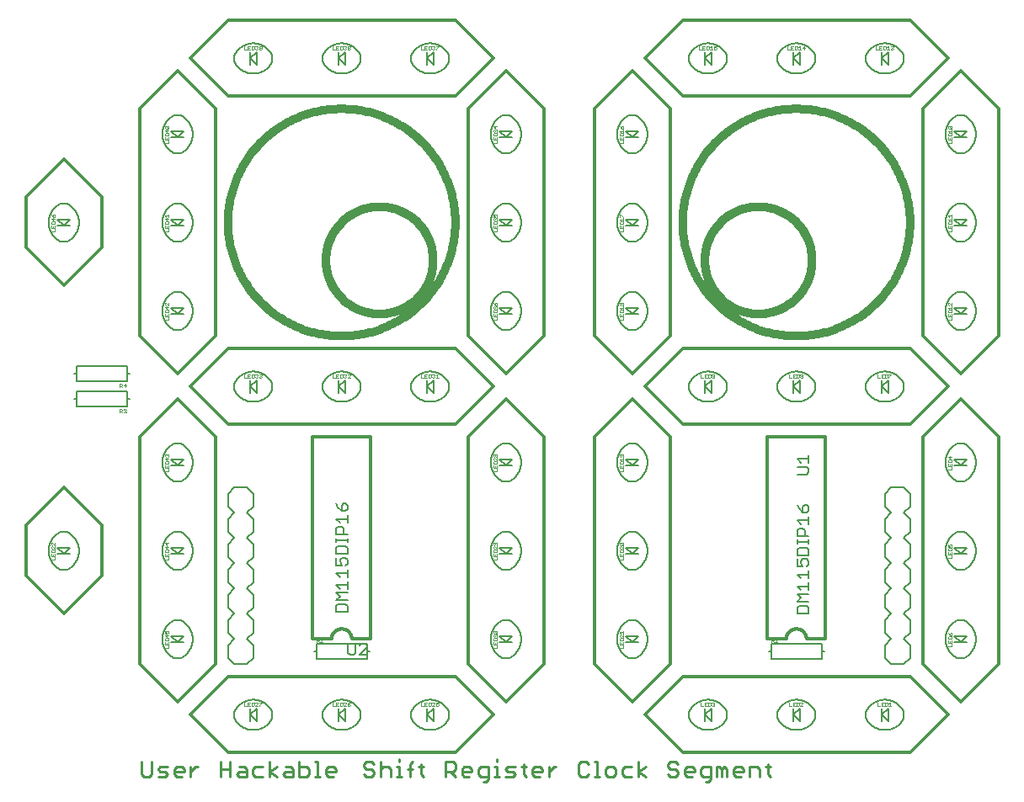
<source format=gto>
G75*
%MOIN*%
%OFA0B0*%
%FSLAX25Y25*%
%IPPOS*%
%LPD*%
%AMOC8*
5,1,8,0,0,1.08239X$1,22.5*
%
%ADD10C,0.01200*%
%ADD11C,0.03200*%
%ADD12C,0.01100*%
%ADD13C,0.00500*%
%ADD14C,0.00800*%
%ADD15C,0.00100*%
D10*
X0096307Y0084156D02*
X0111307Y0069156D01*
X0126307Y0084156D01*
X0126307Y0174156D01*
X0111307Y0189156D01*
X0096307Y0174156D01*
X0096307Y0084156D01*
X0116307Y0064156D02*
X0131307Y0049156D01*
X0221307Y0049156D01*
X0236307Y0064156D01*
X0221307Y0079156D01*
X0131307Y0079156D01*
X0116307Y0064156D01*
X0164807Y0094156D02*
X0172307Y0094156D01*
X0172309Y0094282D01*
X0172315Y0094407D01*
X0172325Y0094532D01*
X0172339Y0094657D01*
X0172356Y0094782D01*
X0172378Y0094906D01*
X0172403Y0095029D01*
X0172433Y0095151D01*
X0172466Y0095272D01*
X0172503Y0095392D01*
X0172543Y0095511D01*
X0172588Y0095628D01*
X0172636Y0095745D01*
X0172688Y0095859D01*
X0172743Y0095972D01*
X0172802Y0096083D01*
X0172864Y0096192D01*
X0172930Y0096299D01*
X0172999Y0096404D01*
X0173071Y0096507D01*
X0173146Y0096608D01*
X0173225Y0096706D01*
X0173307Y0096801D01*
X0173391Y0096894D01*
X0173479Y0096984D01*
X0173569Y0097072D01*
X0173662Y0097156D01*
X0173757Y0097238D01*
X0173855Y0097317D01*
X0173956Y0097392D01*
X0174059Y0097464D01*
X0174164Y0097533D01*
X0174271Y0097599D01*
X0174380Y0097661D01*
X0174491Y0097720D01*
X0174604Y0097775D01*
X0174718Y0097827D01*
X0174835Y0097875D01*
X0174952Y0097920D01*
X0175071Y0097960D01*
X0175191Y0097997D01*
X0175312Y0098030D01*
X0175434Y0098060D01*
X0175557Y0098085D01*
X0175681Y0098107D01*
X0175806Y0098124D01*
X0175931Y0098138D01*
X0176056Y0098148D01*
X0176181Y0098154D01*
X0176307Y0098156D01*
X0176433Y0098154D01*
X0176558Y0098148D01*
X0176683Y0098138D01*
X0176808Y0098124D01*
X0176933Y0098107D01*
X0177057Y0098085D01*
X0177180Y0098060D01*
X0177302Y0098030D01*
X0177423Y0097997D01*
X0177543Y0097960D01*
X0177662Y0097920D01*
X0177779Y0097875D01*
X0177896Y0097827D01*
X0178010Y0097775D01*
X0178123Y0097720D01*
X0178234Y0097661D01*
X0178343Y0097599D01*
X0178450Y0097533D01*
X0178555Y0097464D01*
X0178658Y0097392D01*
X0178759Y0097317D01*
X0178857Y0097238D01*
X0178952Y0097156D01*
X0179045Y0097072D01*
X0179135Y0096984D01*
X0179223Y0096894D01*
X0179307Y0096801D01*
X0179389Y0096706D01*
X0179468Y0096608D01*
X0179543Y0096507D01*
X0179615Y0096404D01*
X0179684Y0096299D01*
X0179750Y0096192D01*
X0179812Y0096083D01*
X0179871Y0095972D01*
X0179926Y0095859D01*
X0179978Y0095745D01*
X0180026Y0095628D01*
X0180071Y0095511D01*
X0180111Y0095392D01*
X0180148Y0095272D01*
X0180181Y0095151D01*
X0180211Y0095029D01*
X0180236Y0094906D01*
X0180258Y0094782D01*
X0180275Y0094657D01*
X0180289Y0094532D01*
X0180299Y0094407D01*
X0180305Y0094282D01*
X0180307Y0094156D01*
X0187807Y0094156D01*
X0187807Y0174156D01*
X0164807Y0174156D01*
X0164807Y0094156D01*
X0226307Y0084156D02*
X0241307Y0069156D01*
X0256307Y0084156D01*
X0256307Y0174156D01*
X0241307Y0189156D01*
X0226307Y0174156D01*
X0226307Y0084156D01*
X0276307Y0084156D02*
X0276307Y0174156D01*
X0291307Y0189156D01*
X0306307Y0174156D01*
X0306307Y0084156D01*
X0291307Y0069156D01*
X0276307Y0084156D01*
X0296307Y0064156D02*
X0311307Y0049156D01*
X0401307Y0049156D01*
X0416307Y0064156D01*
X0401307Y0079156D01*
X0311307Y0079156D01*
X0296307Y0064156D01*
X0344807Y0094156D02*
X0352307Y0094156D01*
X0352309Y0094282D01*
X0352315Y0094407D01*
X0352325Y0094532D01*
X0352339Y0094657D01*
X0352356Y0094782D01*
X0352378Y0094906D01*
X0352403Y0095029D01*
X0352433Y0095151D01*
X0352466Y0095272D01*
X0352503Y0095392D01*
X0352543Y0095511D01*
X0352588Y0095628D01*
X0352636Y0095745D01*
X0352688Y0095859D01*
X0352743Y0095972D01*
X0352802Y0096083D01*
X0352864Y0096192D01*
X0352930Y0096299D01*
X0352999Y0096404D01*
X0353071Y0096507D01*
X0353146Y0096608D01*
X0353225Y0096706D01*
X0353307Y0096801D01*
X0353391Y0096894D01*
X0353479Y0096984D01*
X0353569Y0097072D01*
X0353662Y0097156D01*
X0353757Y0097238D01*
X0353855Y0097317D01*
X0353956Y0097392D01*
X0354059Y0097464D01*
X0354164Y0097533D01*
X0354271Y0097599D01*
X0354380Y0097661D01*
X0354491Y0097720D01*
X0354604Y0097775D01*
X0354718Y0097827D01*
X0354835Y0097875D01*
X0354952Y0097920D01*
X0355071Y0097960D01*
X0355191Y0097997D01*
X0355312Y0098030D01*
X0355434Y0098060D01*
X0355557Y0098085D01*
X0355681Y0098107D01*
X0355806Y0098124D01*
X0355931Y0098138D01*
X0356056Y0098148D01*
X0356181Y0098154D01*
X0356307Y0098156D01*
X0356433Y0098154D01*
X0356558Y0098148D01*
X0356683Y0098138D01*
X0356808Y0098124D01*
X0356933Y0098107D01*
X0357057Y0098085D01*
X0357180Y0098060D01*
X0357302Y0098030D01*
X0357423Y0097997D01*
X0357543Y0097960D01*
X0357662Y0097920D01*
X0357779Y0097875D01*
X0357896Y0097827D01*
X0358010Y0097775D01*
X0358123Y0097720D01*
X0358234Y0097661D01*
X0358343Y0097599D01*
X0358450Y0097533D01*
X0358555Y0097464D01*
X0358658Y0097392D01*
X0358759Y0097317D01*
X0358857Y0097238D01*
X0358952Y0097156D01*
X0359045Y0097072D01*
X0359135Y0096984D01*
X0359223Y0096894D01*
X0359307Y0096801D01*
X0359389Y0096706D01*
X0359468Y0096608D01*
X0359543Y0096507D01*
X0359615Y0096404D01*
X0359684Y0096299D01*
X0359750Y0096192D01*
X0359812Y0096083D01*
X0359871Y0095972D01*
X0359926Y0095859D01*
X0359978Y0095745D01*
X0360026Y0095628D01*
X0360071Y0095511D01*
X0360111Y0095392D01*
X0360148Y0095272D01*
X0360181Y0095151D01*
X0360211Y0095029D01*
X0360236Y0094906D01*
X0360258Y0094782D01*
X0360275Y0094657D01*
X0360289Y0094532D01*
X0360299Y0094407D01*
X0360305Y0094282D01*
X0360307Y0094156D01*
X0367807Y0094156D01*
X0367807Y0174156D01*
X0344807Y0174156D01*
X0344807Y0094156D01*
X0406307Y0084156D02*
X0406307Y0174156D01*
X0421307Y0189156D01*
X0436307Y0174156D01*
X0436307Y0084156D01*
X0421307Y0069156D01*
X0406307Y0084156D01*
X0401307Y0179156D02*
X0311307Y0179156D01*
X0296307Y0194156D01*
X0311307Y0209156D01*
X0401307Y0209156D01*
X0416307Y0194156D01*
X0401307Y0179156D01*
X0421307Y0199156D02*
X0436307Y0214156D01*
X0436307Y0304156D01*
X0421307Y0319156D01*
X0406307Y0304156D01*
X0406307Y0214156D01*
X0421307Y0199156D01*
X0306307Y0214156D02*
X0291307Y0199156D01*
X0276307Y0214156D01*
X0276307Y0304156D01*
X0291307Y0319156D01*
X0306307Y0304156D01*
X0306307Y0214156D01*
X0256307Y0214156D02*
X0241307Y0199156D01*
X0226307Y0214156D01*
X0226307Y0304156D01*
X0241307Y0319156D01*
X0256307Y0304156D01*
X0256307Y0214156D01*
X0236307Y0194156D02*
X0221307Y0209156D01*
X0131307Y0209156D01*
X0116307Y0194156D01*
X0131307Y0179156D01*
X0221307Y0179156D01*
X0236307Y0194156D01*
X0126307Y0214156D02*
X0126307Y0304156D01*
X0111307Y0319156D01*
X0096307Y0304156D01*
X0096307Y0214156D01*
X0111307Y0199156D01*
X0126307Y0214156D01*
X0081307Y0249156D02*
X0081307Y0269156D01*
X0066307Y0284156D01*
X0051307Y0269156D01*
X0051307Y0249156D01*
X0066307Y0234156D01*
X0081307Y0249156D01*
X0131307Y0309156D02*
X0116307Y0324156D01*
X0131307Y0339156D01*
X0221307Y0339156D01*
X0236307Y0324156D01*
X0221307Y0309156D01*
X0131307Y0309156D01*
X0296307Y0324156D02*
X0311307Y0339156D01*
X0401307Y0339156D01*
X0416307Y0324156D01*
X0401307Y0309156D01*
X0311307Y0309156D01*
X0296307Y0324156D01*
X0081307Y0139156D02*
X0066307Y0154156D01*
X0051307Y0139156D01*
X0051307Y0119156D01*
X0066307Y0104156D01*
X0081307Y0119156D01*
X0081307Y0139156D01*
D11*
X0170094Y0244156D02*
X0170100Y0244677D01*
X0170120Y0245197D01*
X0170151Y0245717D01*
X0170196Y0246235D01*
X0170254Y0246753D01*
X0170324Y0247269D01*
X0170406Y0247783D01*
X0170502Y0248294D01*
X0170609Y0248804D01*
X0170730Y0249310D01*
X0170862Y0249814D01*
X0171007Y0250314D01*
X0171165Y0250810D01*
X0171334Y0251302D01*
X0171515Y0251790D01*
X0171709Y0252274D01*
X0171914Y0252752D01*
X0172131Y0253226D01*
X0172359Y0253694D01*
X0172599Y0254156D01*
X0172850Y0254612D01*
X0173112Y0255062D01*
X0173385Y0255505D01*
X0173669Y0255941D01*
X0173964Y0256371D01*
X0174269Y0256793D01*
X0174584Y0257207D01*
X0174909Y0257613D01*
X0175244Y0258012D01*
X0175589Y0258402D01*
X0175944Y0258783D01*
X0176307Y0259156D01*
X0176680Y0259519D01*
X0177061Y0259874D01*
X0177451Y0260219D01*
X0177850Y0260554D01*
X0178256Y0260879D01*
X0178670Y0261194D01*
X0179092Y0261499D01*
X0179522Y0261794D01*
X0179958Y0262078D01*
X0180401Y0262351D01*
X0180851Y0262613D01*
X0181307Y0262864D01*
X0181769Y0263104D01*
X0182237Y0263332D01*
X0182711Y0263549D01*
X0183189Y0263754D01*
X0183673Y0263948D01*
X0184161Y0264129D01*
X0184653Y0264298D01*
X0185149Y0264456D01*
X0185649Y0264601D01*
X0186153Y0264733D01*
X0186659Y0264854D01*
X0187169Y0264961D01*
X0187680Y0265057D01*
X0188194Y0265139D01*
X0188710Y0265209D01*
X0189228Y0265267D01*
X0189746Y0265312D01*
X0190266Y0265343D01*
X0190786Y0265363D01*
X0191307Y0265369D01*
X0191828Y0265363D01*
X0192348Y0265343D01*
X0192868Y0265312D01*
X0193386Y0265267D01*
X0193904Y0265209D01*
X0194420Y0265139D01*
X0194934Y0265057D01*
X0195445Y0264961D01*
X0195955Y0264854D01*
X0196461Y0264733D01*
X0196965Y0264601D01*
X0197465Y0264456D01*
X0197961Y0264298D01*
X0198453Y0264129D01*
X0198941Y0263948D01*
X0199425Y0263754D01*
X0199903Y0263549D01*
X0200377Y0263332D01*
X0200845Y0263104D01*
X0201307Y0262864D01*
X0201763Y0262613D01*
X0202213Y0262351D01*
X0202656Y0262078D01*
X0203092Y0261794D01*
X0203522Y0261499D01*
X0203944Y0261194D01*
X0204358Y0260879D01*
X0204764Y0260554D01*
X0205163Y0260219D01*
X0205553Y0259874D01*
X0205934Y0259519D01*
X0206307Y0259156D01*
X0206670Y0258783D01*
X0207025Y0258402D01*
X0207370Y0258012D01*
X0207705Y0257613D01*
X0208030Y0257207D01*
X0208345Y0256793D01*
X0208650Y0256371D01*
X0208945Y0255941D01*
X0209229Y0255505D01*
X0209502Y0255062D01*
X0209764Y0254612D01*
X0210015Y0254156D01*
X0210255Y0253694D01*
X0210483Y0253226D01*
X0210700Y0252752D01*
X0210905Y0252274D01*
X0211099Y0251790D01*
X0211280Y0251302D01*
X0211449Y0250810D01*
X0211607Y0250314D01*
X0211752Y0249814D01*
X0211884Y0249310D01*
X0212005Y0248804D01*
X0212112Y0248294D01*
X0212208Y0247783D01*
X0212290Y0247269D01*
X0212360Y0246753D01*
X0212418Y0246235D01*
X0212463Y0245717D01*
X0212494Y0245197D01*
X0212514Y0244677D01*
X0212520Y0244156D01*
X0212514Y0243635D01*
X0212494Y0243115D01*
X0212463Y0242595D01*
X0212418Y0242077D01*
X0212360Y0241559D01*
X0212290Y0241043D01*
X0212208Y0240529D01*
X0212112Y0240018D01*
X0212005Y0239508D01*
X0211884Y0239002D01*
X0211752Y0238498D01*
X0211607Y0237998D01*
X0211449Y0237502D01*
X0211280Y0237010D01*
X0211099Y0236522D01*
X0210905Y0236038D01*
X0210700Y0235560D01*
X0210483Y0235086D01*
X0210255Y0234618D01*
X0210015Y0234156D01*
X0209764Y0233700D01*
X0209502Y0233250D01*
X0209229Y0232807D01*
X0208945Y0232371D01*
X0208650Y0231941D01*
X0208345Y0231519D01*
X0208030Y0231105D01*
X0207705Y0230699D01*
X0207370Y0230300D01*
X0207025Y0229910D01*
X0206670Y0229529D01*
X0206307Y0229156D01*
X0205934Y0228793D01*
X0205553Y0228438D01*
X0205163Y0228093D01*
X0204764Y0227758D01*
X0204358Y0227433D01*
X0203944Y0227118D01*
X0203522Y0226813D01*
X0203092Y0226518D01*
X0202656Y0226234D01*
X0202213Y0225961D01*
X0201763Y0225699D01*
X0201307Y0225448D01*
X0200845Y0225208D01*
X0200377Y0224980D01*
X0199903Y0224763D01*
X0199425Y0224558D01*
X0198941Y0224364D01*
X0198453Y0224183D01*
X0197961Y0224014D01*
X0197465Y0223856D01*
X0196965Y0223711D01*
X0196461Y0223579D01*
X0195955Y0223458D01*
X0195445Y0223351D01*
X0194934Y0223255D01*
X0194420Y0223173D01*
X0193904Y0223103D01*
X0193386Y0223045D01*
X0192868Y0223000D01*
X0192348Y0222969D01*
X0191828Y0222949D01*
X0191307Y0222943D01*
X0190786Y0222949D01*
X0190266Y0222969D01*
X0189746Y0223000D01*
X0189228Y0223045D01*
X0188710Y0223103D01*
X0188194Y0223173D01*
X0187680Y0223255D01*
X0187169Y0223351D01*
X0186659Y0223458D01*
X0186153Y0223579D01*
X0185649Y0223711D01*
X0185149Y0223856D01*
X0184653Y0224014D01*
X0184161Y0224183D01*
X0183673Y0224364D01*
X0183189Y0224558D01*
X0182711Y0224763D01*
X0182237Y0224980D01*
X0181769Y0225208D01*
X0181307Y0225448D01*
X0180851Y0225699D01*
X0180401Y0225961D01*
X0179958Y0226234D01*
X0179522Y0226518D01*
X0179092Y0226813D01*
X0178670Y0227118D01*
X0178256Y0227433D01*
X0177850Y0227758D01*
X0177451Y0228093D01*
X0177061Y0228438D01*
X0176680Y0228793D01*
X0176307Y0229156D01*
X0175944Y0229529D01*
X0175589Y0229910D01*
X0175244Y0230300D01*
X0174909Y0230699D01*
X0174584Y0231105D01*
X0174269Y0231519D01*
X0173964Y0231941D01*
X0173669Y0232371D01*
X0173385Y0232807D01*
X0173112Y0233250D01*
X0172850Y0233700D01*
X0172599Y0234156D01*
X0172359Y0234618D01*
X0172131Y0235086D01*
X0171914Y0235560D01*
X0171709Y0236038D01*
X0171515Y0236522D01*
X0171334Y0237010D01*
X0171165Y0237502D01*
X0171007Y0237998D01*
X0170862Y0238498D01*
X0170730Y0239002D01*
X0170609Y0239508D01*
X0170502Y0240018D01*
X0170406Y0240529D01*
X0170324Y0241043D01*
X0170254Y0241559D01*
X0170196Y0242077D01*
X0170151Y0242595D01*
X0170120Y0243115D01*
X0170100Y0243635D01*
X0170094Y0244156D01*
X0131307Y0259156D02*
X0131321Y0260260D01*
X0131361Y0261364D01*
X0131429Y0262466D01*
X0131524Y0263567D01*
X0131645Y0264664D01*
X0131794Y0265759D01*
X0131970Y0266849D01*
X0132172Y0267935D01*
X0132400Y0269016D01*
X0132656Y0270090D01*
X0132937Y0271158D01*
X0133245Y0272219D01*
X0133578Y0273272D01*
X0133938Y0274316D01*
X0134322Y0275351D01*
X0134732Y0276377D01*
X0135168Y0277392D01*
X0135627Y0278396D01*
X0136112Y0279389D01*
X0136621Y0280369D01*
X0137153Y0281336D01*
X0137709Y0282291D01*
X0138289Y0283231D01*
X0138891Y0284157D01*
X0139516Y0285067D01*
X0140163Y0285962D01*
X0140831Y0286841D01*
X0141522Y0287704D01*
X0142233Y0288549D01*
X0142964Y0289376D01*
X0143716Y0290185D01*
X0144487Y0290976D01*
X0145278Y0291747D01*
X0146087Y0292499D01*
X0146914Y0293230D01*
X0147759Y0293941D01*
X0148622Y0294632D01*
X0149501Y0295300D01*
X0150396Y0295947D01*
X0151306Y0296572D01*
X0152232Y0297174D01*
X0153172Y0297754D01*
X0154127Y0298310D01*
X0155094Y0298842D01*
X0156074Y0299351D01*
X0157067Y0299836D01*
X0158071Y0300295D01*
X0159086Y0300731D01*
X0160112Y0301141D01*
X0161147Y0301525D01*
X0162191Y0301885D01*
X0163244Y0302218D01*
X0164305Y0302526D01*
X0165373Y0302807D01*
X0166447Y0303063D01*
X0167528Y0303291D01*
X0168614Y0303493D01*
X0169704Y0303669D01*
X0170799Y0303818D01*
X0171896Y0303939D01*
X0172997Y0304034D01*
X0174099Y0304102D01*
X0175203Y0304142D01*
X0176307Y0304156D01*
X0177411Y0304142D01*
X0178515Y0304102D01*
X0179617Y0304034D01*
X0180718Y0303939D01*
X0181815Y0303818D01*
X0182910Y0303669D01*
X0184000Y0303493D01*
X0185086Y0303291D01*
X0186167Y0303063D01*
X0187241Y0302807D01*
X0188309Y0302526D01*
X0189370Y0302218D01*
X0190423Y0301885D01*
X0191467Y0301525D01*
X0192502Y0301141D01*
X0193528Y0300731D01*
X0194543Y0300295D01*
X0195547Y0299836D01*
X0196540Y0299351D01*
X0197520Y0298842D01*
X0198487Y0298310D01*
X0199442Y0297754D01*
X0200382Y0297174D01*
X0201308Y0296572D01*
X0202218Y0295947D01*
X0203113Y0295300D01*
X0203992Y0294632D01*
X0204855Y0293941D01*
X0205700Y0293230D01*
X0206527Y0292499D01*
X0207336Y0291747D01*
X0208127Y0290976D01*
X0208898Y0290185D01*
X0209650Y0289376D01*
X0210381Y0288549D01*
X0211092Y0287704D01*
X0211783Y0286841D01*
X0212451Y0285962D01*
X0213098Y0285067D01*
X0213723Y0284157D01*
X0214325Y0283231D01*
X0214905Y0282291D01*
X0215461Y0281336D01*
X0215993Y0280369D01*
X0216502Y0279389D01*
X0216987Y0278396D01*
X0217446Y0277392D01*
X0217882Y0276377D01*
X0218292Y0275351D01*
X0218676Y0274316D01*
X0219036Y0273272D01*
X0219369Y0272219D01*
X0219677Y0271158D01*
X0219958Y0270090D01*
X0220214Y0269016D01*
X0220442Y0267935D01*
X0220644Y0266849D01*
X0220820Y0265759D01*
X0220969Y0264664D01*
X0221090Y0263567D01*
X0221185Y0262466D01*
X0221253Y0261364D01*
X0221293Y0260260D01*
X0221307Y0259156D01*
X0221293Y0258052D01*
X0221253Y0256948D01*
X0221185Y0255846D01*
X0221090Y0254745D01*
X0220969Y0253648D01*
X0220820Y0252553D01*
X0220644Y0251463D01*
X0220442Y0250377D01*
X0220214Y0249296D01*
X0219958Y0248222D01*
X0219677Y0247154D01*
X0219369Y0246093D01*
X0219036Y0245040D01*
X0218676Y0243996D01*
X0218292Y0242961D01*
X0217882Y0241935D01*
X0217446Y0240920D01*
X0216987Y0239916D01*
X0216502Y0238923D01*
X0215993Y0237943D01*
X0215461Y0236976D01*
X0214905Y0236021D01*
X0214325Y0235081D01*
X0213723Y0234155D01*
X0213098Y0233245D01*
X0212451Y0232350D01*
X0211783Y0231471D01*
X0211092Y0230608D01*
X0210381Y0229763D01*
X0209650Y0228936D01*
X0208898Y0228127D01*
X0208127Y0227336D01*
X0207336Y0226565D01*
X0206527Y0225813D01*
X0205700Y0225082D01*
X0204855Y0224371D01*
X0203992Y0223680D01*
X0203113Y0223012D01*
X0202218Y0222365D01*
X0201308Y0221740D01*
X0200382Y0221138D01*
X0199442Y0220558D01*
X0198487Y0220002D01*
X0197520Y0219470D01*
X0196540Y0218961D01*
X0195547Y0218476D01*
X0194543Y0218017D01*
X0193528Y0217581D01*
X0192502Y0217171D01*
X0191467Y0216787D01*
X0190423Y0216427D01*
X0189370Y0216094D01*
X0188309Y0215786D01*
X0187241Y0215505D01*
X0186167Y0215249D01*
X0185086Y0215021D01*
X0184000Y0214819D01*
X0182910Y0214643D01*
X0181815Y0214494D01*
X0180718Y0214373D01*
X0179617Y0214278D01*
X0178515Y0214210D01*
X0177411Y0214170D01*
X0176307Y0214156D01*
X0175203Y0214170D01*
X0174099Y0214210D01*
X0172997Y0214278D01*
X0171896Y0214373D01*
X0170799Y0214494D01*
X0169704Y0214643D01*
X0168614Y0214819D01*
X0167528Y0215021D01*
X0166447Y0215249D01*
X0165373Y0215505D01*
X0164305Y0215786D01*
X0163244Y0216094D01*
X0162191Y0216427D01*
X0161147Y0216787D01*
X0160112Y0217171D01*
X0159086Y0217581D01*
X0158071Y0218017D01*
X0157067Y0218476D01*
X0156074Y0218961D01*
X0155094Y0219470D01*
X0154127Y0220002D01*
X0153172Y0220558D01*
X0152232Y0221138D01*
X0151306Y0221740D01*
X0150396Y0222365D01*
X0149501Y0223012D01*
X0148622Y0223680D01*
X0147759Y0224371D01*
X0146914Y0225082D01*
X0146087Y0225813D01*
X0145278Y0226565D01*
X0144487Y0227336D01*
X0143716Y0228127D01*
X0142964Y0228936D01*
X0142233Y0229763D01*
X0141522Y0230608D01*
X0140831Y0231471D01*
X0140163Y0232350D01*
X0139516Y0233245D01*
X0138891Y0234155D01*
X0138289Y0235081D01*
X0137709Y0236021D01*
X0137153Y0236976D01*
X0136621Y0237943D01*
X0136112Y0238923D01*
X0135627Y0239916D01*
X0135168Y0240920D01*
X0134732Y0241935D01*
X0134322Y0242961D01*
X0133938Y0243996D01*
X0133578Y0245040D01*
X0133245Y0246093D01*
X0132937Y0247154D01*
X0132656Y0248222D01*
X0132400Y0249296D01*
X0132172Y0250377D01*
X0131970Y0251463D01*
X0131794Y0252553D01*
X0131645Y0253648D01*
X0131524Y0254745D01*
X0131429Y0255846D01*
X0131361Y0256948D01*
X0131321Y0258052D01*
X0131307Y0259156D01*
X0320094Y0244156D02*
X0320100Y0244677D01*
X0320120Y0245197D01*
X0320151Y0245717D01*
X0320196Y0246235D01*
X0320254Y0246753D01*
X0320324Y0247269D01*
X0320406Y0247783D01*
X0320502Y0248294D01*
X0320609Y0248804D01*
X0320730Y0249310D01*
X0320862Y0249814D01*
X0321007Y0250314D01*
X0321165Y0250810D01*
X0321334Y0251302D01*
X0321515Y0251790D01*
X0321709Y0252274D01*
X0321914Y0252752D01*
X0322131Y0253226D01*
X0322359Y0253694D01*
X0322599Y0254156D01*
X0322850Y0254612D01*
X0323112Y0255062D01*
X0323385Y0255505D01*
X0323669Y0255941D01*
X0323964Y0256371D01*
X0324269Y0256793D01*
X0324584Y0257207D01*
X0324909Y0257613D01*
X0325244Y0258012D01*
X0325589Y0258402D01*
X0325944Y0258783D01*
X0326307Y0259156D01*
X0326680Y0259519D01*
X0327061Y0259874D01*
X0327451Y0260219D01*
X0327850Y0260554D01*
X0328256Y0260879D01*
X0328670Y0261194D01*
X0329092Y0261499D01*
X0329522Y0261794D01*
X0329958Y0262078D01*
X0330401Y0262351D01*
X0330851Y0262613D01*
X0331307Y0262864D01*
X0331769Y0263104D01*
X0332237Y0263332D01*
X0332711Y0263549D01*
X0333189Y0263754D01*
X0333673Y0263948D01*
X0334161Y0264129D01*
X0334653Y0264298D01*
X0335149Y0264456D01*
X0335649Y0264601D01*
X0336153Y0264733D01*
X0336659Y0264854D01*
X0337169Y0264961D01*
X0337680Y0265057D01*
X0338194Y0265139D01*
X0338710Y0265209D01*
X0339228Y0265267D01*
X0339746Y0265312D01*
X0340266Y0265343D01*
X0340786Y0265363D01*
X0341307Y0265369D01*
X0341828Y0265363D01*
X0342348Y0265343D01*
X0342868Y0265312D01*
X0343386Y0265267D01*
X0343904Y0265209D01*
X0344420Y0265139D01*
X0344934Y0265057D01*
X0345445Y0264961D01*
X0345955Y0264854D01*
X0346461Y0264733D01*
X0346965Y0264601D01*
X0347465Y0264456D01*
X0347961Y0264298D01*
X0348453Y0264129D01*
X0348941Y0263948D01*
X0349425Y0263754D01*
X0349903Y0263549D01*
X0350377Y0263332D01*
X0350845Y0263104D01*
X0351307Y0262864D01*
X0351763Y0262613D01*
X0352213Y0262351D01*
X0352656Y0262078D01*
X0353092Y0261794D01*
X0353522Y0261499D01*
X0353944Y0261194D01*
X0354358Y0260879D01*
X0354764Y0260554D01*
X0355163Y0260219D01*
X0355553Y0259874D01*
X0355934Y0259519D01*
X0356307Y0259156D01*
X0356670Y0258783D01*
X0357025Y0258402D01*
X0357370Y0258012D01*
X0357705Y0257613D01*
X0358030Y0257207D01*
X0358345Y0256793D01*
X0358650Y0256371D01*
X0358945Y0255941D01*
X0359229Y0255505D01*
X0359502Y0255062D01*
X0359764Y0254612D01*
X0360015Y0254156D01*
X0360255Y0253694D01*
X0360483Y0253226D01*
X0360700Y0252752D01*
X0360905Y0252274D01*
X0361099Y0251790D01*
X0361280Y0251302D01*
X0361449Y0250810D01*
X0361607Y0250314D01*
X0361752Y0249814D01*
X0361884Y0249310D01*
X0362005Y0248804D01*
X0362112Y0248294D01*
X0362208Y0247783D01*
X0362290Y0247269D01*
X0362360Y0246753D01*
X0362418Y0246235D01*
X0362463Y0245717D01*
X0362494Y0245197D01*
X0362514Y0244677D01*
X0362520Y0244156D01*
X0362514Y0243635D01*
X0362494Y0243115D01*
X0362463Y0242595D01*
X0362418Y0242077D01*
X0362360Y0241559D01*
X0362290Y0241043D01*
X0362208Y0240529D01*
X0362112Y0240018D01*
X0362005Y0239508D01*
X0361884Y0239002D01*
X0361752Y0238498D01*
X0361607Y0237998D01*
X0361449Y0237502D01*
X0361280Y0237010D01*
X0361099Y0236522D01*
X0360905Y0236038D01*
X0360700Y0235560D01*
X0360483Y0235086D01*
X0360255Y0234618D01*
X0360015Y0234156D01*
X0359764Y0233700D01*
X0359502Y0233250D01*
X0359229Y0232807D01*
X0358945Y0232371D01*
X0358650Y0231941D01*
X0358345Y0231519D01*
X0358030Y0231105D01*
X0357705Y0230699D01*
X0357370Y0230300D01*
X0357025Y0229910D01*
X0356670Y0229529D01*
X0356307Y0229156D01*
X0355934Y0228793D01*
X0355553Y0228438D01*
X0355163Y0228093D01*
X0354764Y0227758D01*
X0354358Y0227433D01*
X0353944Y0227118D01*
X0353522Y0226813D01*
X0353092Y0226518D01*
X0352656Y0226234D01*
X0352213Y0225961D01*
X0351763Y0225699D01*
X0351307Y0225448D01*
X0350845Y0225208D01*
X0350377Y0224980D01*
X0349903Y0224763D01*
X0349425Y0224558D01*
X0348941Y0224364D01*
X0348453Y0224183D01*
X0347961Y0224014D01*
X0347465Y0223856D01*
X0346965Y0223711D01*
X0346461Y0223579D01*
X0345955Y0223458D01*
X0345445Y0223351D01*
X0344934Y0223255D01*
X0344420Y0223173D01*
X0343904Y0223103D01*
X0343386Y0223045D01*
X0342868Y0223000D01*
X0342348Y0222969D01*
X0341828Y0222949D01*
X0341307Y0222943D01*
X0340786Y0222949D01*
X0340266Y0222969D01*
X0339746Y0223000D01*
X0339228Y0223045D01*
X0338710Y0223103D01*
X0338194Y0223173D01*
X0337680Y0223255D01*
X0337169Y0223351D01*
X0336659Y0223458D01*
X0336153Y0223579D01*
X0335649Y0223711D01*
X0335149Y0223856D01*
X0334653Y0224014D01*
X0334161Y0224183D01*
X0333673Y0224364D01*
X0333189Y0224558D01*
X0332711Y0224763D01*
X0332237Y0224980D01*
X0331769Y0225208D01*
X0331307Y0225448D01*
X0330851Y0225699D01*
X0330401Y0225961D01*
X0329958Y0226234D01*
X0329522Y0226518D01*
X0329092Y0226813D01*
X0328670Y0227118D01*
X0328256Y0227433D01*
X0327850Y0227758D01*
X0327451Y0228093D01*
X0327061Y0228438D01*
X0326680Y0228793D01*
X0326307Y0229156D01*
X0325944Y0229529D01*
X0325589Y0229910D01*
X0325244Y0230300D01*
X0324909Y0230699D01*
X0324584Y0231105D01*
X0324269Y0231519D01*
X0323964Y0231941D01*
X0323669Y0232371D01*
X0323385Y0232807D01*
X0323112Y0233250D01*
X0322850Y0233700D01*
X0322599Y0234156D01*
X0322359Y0234618D01*
X0322131Y0235086D01*
X0321914Y0235560D01*
X0321709Y0236038D01*
X0321515Y0236522D01*
X0321334Y0237010D01*
X0321165Y0237502D01*
X0321007Y0237998D01*
X0320862Y0238498D01*
X0320730Y0239002D01*
X0320609Y0239508D01*
X0320502Y0240018D01*
X0320406Y0240529D01*
X0320324Y0241043D01*
X0320254Y0241559D01*
X0320196Y0242077D01*
X0320151Y0242595D01*
X0320120Y0243115D01*
X0320100Y0243635D01*
X0320094Y0244156D01*
X0311307Y0259156D02*
X0311321Y0260260D01*
X0311361Y0261364D01*
X0311429Y0262466D01*
X0311524Y0263567D01*
X0311645Y0264664D01*
X0311794Y0265759D01*
X0311970Y0266849D01*
X0312172Y0267935D01*
X0312400Y0269016D01*
X0312656Y0270090D01*
X0312937Y0271158D01*
X0313245Y0272219D01*
X0313578Y0273272D01*
X0313938Y0274316D01*
X0314322Y0275351D01*
X0314732Y0276377D01*
X0315168Y0277392D01*
X0315627Y0278396D01*
X0316112Y0279389D01*
X0316621Y0280369D01*
X0317153Y0281336D01*
X0317709Y0282291D01*
X0318289Y0283231D01*
X0318891Y0284157D01*
X0319516Y0285067D01*
X0320163Y0285962D01*
X0320831Y0286841D01*
X0321522Y0287704D01*
X0322233Y0288549D01*
X0322964Y0289376D01*
X0323716Y0290185D01*
X0324487Y0290976D01*
X0325278Y0291747D01*
X0326087Y0292499D01*
X0326914Y0293230D01*
X0327759Y0293941D01*
X0328622Y0294632D01*
X0329501Y0295300D01*
X0330396Y0295947D01*
X0331306Y0296572D01*
X0332232Y0297174D01*
X0333172Y0297754D01*
X0334127Y0298310D01*
X0335094Y0298842D01*
X0336074Y0299351D01*
X0337067Y0299836D01*
X0338071Y0300295D01*
X0339086Y0300731D01*
X0340112Y0301141D01*
X0341147Y0301525D01*
X0342191Y0301885D01*
X0343244Y0302218D01*
X0344305Y0302526D01*
X0345373Y0302807D01*
X0346447Y0303063D01*
X0347528Y0303291D01*
X0348614Y0303493D01*
X0349704Y0303669D01*
X0350799Y0303818D01*
X0351896Y0303939D01*
X0352997Y0304034D01*
X0354099Y0304102D01*
X0355203Y0304142D01*
X0356307Y0304156D01*
X0357411Y0304142D01*
X0358515Y0304102D01*
X0359617Y0304034D01*
X0360718Y0303939D01*
X0361815Y0303818D01*
X0362910Y0303669D01*
X0364000Y0303493D01*
X0365086Y0303291D01*
X0366167Y0303063D01*
X0367241Y0302807D01*
X0368309Y0302526D01*
X0369370Y0302218D01*
X0370423Y0301885D01*
X0371467Y0301525D01*
X0372502Y0301141D01*
X0373528Y0300731D01*
X0374543Y0300295D01*
X0375547Y0299836D01*
X0376540Y0299351D01*
X0377520Y0298842D01*
X0378487Y0298310D01*
X0379442Y0297754D01*
X0380382Y0297174D01*
X0381308Y0296572D01*
X0382218Y0295947D01*
X0383113Y0295300D01*
X0383992Y0294632D01*
X0384855Y0293941D01*
X0385700Y0293230D01*
X0386527Y0292499D01*
X0387336Y0291747D01*
X0388127Y0290976D01*
X0388898Y0290185D01*
X0389650Y0289376D01*
X0390381Y0288549D01*
X0391092Y0287704D01*
X0391783Y0286841D01*
X0392451Y0285962D01*
X0393098Y0285067D01*
X0393723Y0284157D01*
X0394325Y0283231D01*
X0394905Y0282291D01*
X0395461Y0281336D01*
X0395993Y0280369D01*
X0396502Y0279389D01*
X0396987Y0278396D01*
X0397446Y0277392D01*
X0397882Y0276377D01*
X0398292Y0275351D01*
X0398676Y0274316D01*
X0399036Y0273272D01*
X0399369Y0272219D01*
X0399677Y0271158D01*
X0399958Y0270090D01*
X0400214Y0269016D01*
X0400442Y0267935D01*
X0400644Y0266849D01*
X0400820Y0265759D01*
X0400969Y0264664D01*
X0401090Y0263567D01*
X0401185Y0262466D01*
X0401253Y0261364D01*
X0401293Y0260260D01*
X0401307Y0259156D01*
X0401293Y0258052D01*
X0401253Y0256948D01*
X0401185Y0255846D01*
X0401090Y0254745D01*
X0400969Y0253648D01*
X0400820Y0252553D01*
X0400644Y0251463D01*
X0400442Y0250377D01*
X0400214Y0249296D01*
X0399958Y0248222D01*
X0399677Y0247154D01*
X0399369Y0246093D01*
X0399036Y0245040D01*
X0398676Y0243996D01*
X0398292Y0242961D01*
X0397882Y0241935D01*
X0397446Y0240920D01*
X0396987Y0239916D01*
X0396502Y0238923D01*
X0395993Y0237943D01*
X0395461Y0236976D01*
X0394905Y0236021D01*
X0394325Y0235081D01*
X0393723Y0234155D01*
X0393098Y0233245D01*
X0392451Y0232350D01*
X0391783Y0231471D01*
X0391092Y0230608D01*
X0390381Y0229763D01*
X0389650Y0228936D01*
X0388898Y0228127D01*
X0388127Y0227336D01*
X0387336Y0226565D01*
X0386527Y0225813D01*
X0385700Y0225082D01*
X0384855Y0224371D01*
X0383992Y0223680D01*
X0383113Y0223012D01*
X0382218Y0222365D01*
X0381308Y0221740D01*
X0380382Y0221138D01*
X0379442Y0220558D01*
X0378487Y0220002D01*
X0377520Y0219470D01*
X0376540Y0218961D01*
X0375547Y0218476D01*
X0374543Y0218017D01*
X0373528Y0217581D01*
X0372502Y0217171D01*
X0371467Y0216787D01*
X0370423Y0216427D01*
X0369370Y0216094D01*
X0368309Y0215786D01*
X0367241Y0215505D01*
X0366167Y0215249D01*
X0365086Y0215021D01*
X0364000Y0214819D01*
X0362910Y0214643D01*
X0361815Y0214494D01*
X0360718Y0214373D01*
X0359617Y0214278D01*
X0358515Y0214210D01*
X0357411Y0214170D01*
X0356307Y0214156D01*
X0355203Y0214170D01*
X0354099Y0214210D01*
X0352997Y0214278D01*
X0351896Y0214373D01*
X0350799Y0214494D01*
X0349704Y0214643D01*
X0348614Y0214819D01*
X0347528Y0215021D01*
X0346447Y0215249D01*
X0345373Y0215505D01*
X0344305Y0215786D01*
X0343244Y0216094D01*
X0342191Y0216427D01*
X0341147Y0216787D01*
X0340112Y0217171D01*
X0339086Y0217581D01*
X0338071Y0218017D01*
X0337067Y0218476D01*
X0336074Y0218961D01*
X0335094Y0219470D01*
X0334127Y0220002D01*
X0333172Y0220558D01*
X0332232Y0221138D01*
X0331306Y0221740D01*
X0330396Y0222365D01*
X0329501Y0223012D01*
X0328622Y0223680D01*
X0327759Y0224371D01*
X0326914Y0225082D01*
X0326087Y0225813D01*
X0325278Y0226565D01*
X0324487Y0227336D01*
X0323716Y0228127D01*
X0322964Y0228936D01*
X0322233Y0229763D01*
X0321522Y0230608D01*
X0320831Y0231471D01*
X0320163Y0232350D01*
X0319516Y0233245D01*
X0318891Y0234155D01*
X0318289Y0235081D01*
X0317709Y0236021D01*
X0317153Y0236976D01*
X0316621Y0237943D01*
X0316112Y0238923D01*
X0315627Y0239916D01*
X0315168Y0240920D01*
X0314732Y0241935D01*
X0314322Y0242961D01*
X0313938Y0243996D01*
X0313578Y0245040D01*
X0313245Y0246093D01*
X0312937Y0247154D01*
X0312656Y0248222D01*
X0312400Y0249296D01*
X0312172Y0250377D01*
X0311970Y0251463D01*
X0311794Y0252553D01*
X0311645Y0253648D01*
X0311524Y0254745D01*
X0311429Y0255846D01*
X0311361Y0256948D01*
X0311321Y0258052D01*
X0311307Y0259156D01*
D12*
X0097110Y0040690D02*
X0098094Y0039706D01*
X0100062Y0039706D01*
X0101046Y0040690D01*
X0101046Y0045611D01*
X0103555Y0042659D02*
X0104539Y0043643D01*
X0107492Y0043643D01*
X0106508Y0041675D02*
X0107492Y0040690D01*
X0106508Y0039706D01*
X0103555Y0039706D01*
X0104539Y0041675D02*
X0103555Y0042659D01*
X0104539Y0041675D02*
X0106508Y0041675D01*
X0110001Y0041675D02*
X0113937Y0041675D01*
X0113937Y0042659D01*
X0112953Y0043643D01*
X0110985Y0043643D01*
X0110001Y0042659D01*
X0110001Y0040690D01*
X0110985Y0039706D01*
X0112953Y0039706D01*
X0116446Y0039706D02*
X0116446Y0043643D01*
X0116446Y0041675D02*
X0118415Y0043643D01*
X0119399Y0043643D01*
X0128263Y0042659D02*
X0132200Y0042659D01*
X0132200Y0045611D02*
X0132200Y0039706D01*
X0134709Y0040690D02*
X0135693Y0041675D01*
X0138645Y0041675D01*
X0138645Y0042659D02*
X0138645Y0039706D01*
X0135693Y0039706D01*
X0134709Y0040690D01*
X0135693Y0043643D02*
X0137661Y0043643D01*
X0138645Y0042659D01*
X0141154Y0042659D02*
X0141154Y0040690D01*
X0142138Y0039706D01*
X0145091Y0039706D01*
X0147600Y0039706D02*
X0147600Y0045611D01*
X0145091Y0043643D02*
X0142138Y0043643D01*
X0141154Y0042659D01*
X0147600Y0041675D02*
X0150552Y0039706D01*
X0152971Y0040690D02*
X0153955Y0041675D01*
X0156907Y0041675D01*
X0156907Y0042659D02*
X0156907Y0039706D01*
X0153955Y0039706D01*
X0152971Y0040690D01*
X0153955Y0043643D02*
X0155923Y0043643D01*
X0156907Y0042659D01*
X0159416Y0043643D02*
X0162369Y0043643D01*
X0163353Y0042659D01*
X0163353Y0040690D01*
X0162369Y0039706D01*
X0159416Y0039706D01*
X0159416Y0045611D01*
X0165862Y0045611D02*
X0166846Y0045611D01*
X0166846Y0039706D01*
X0165862Y0039706D02*
X0167830Y0039706D01*
X0170159Y0040690D02*
X0170159Y0042659D01*
X0171143Y0043643D01*
X0173111Y0043643D01*
X0174095Y0042659D01*
X0174095Y0041675D01*
X0170159Y0041675D01*
X0170159Y0040690D02*
X0171143Y0039706D01*
X0173111Y0039706D01*
X0185214Y0040690D02*
X0186198Y0039706D01*
X0188166Y0039706D01*
X0189151Y0040690D01*
X0189151Y0041675D01*
X0188166Y0042659D01*
X0186198Y0042659D01*
X0185214Y0043643D01*
X0185214Y0044627D01*
X0186198Y0045611D01*
X0188166Y0045611D01*
X0189151Y0044627D01*
X0191659Y0045611D02*
X0191659Y0039706D01*
X0191659Y0042659D02*
X0192644Y0043643D01*
X0194612Y0043643D01*
X0195596Y0042659D01*
X0195596Y0039706D01*
X0198105Y0039706D02*
X0200073Y0039706D01*
X0199089Y0039706D02*
X0199089Y0043643D01*
X0198105Y0043643D01*
X0199089Y0045611D02*
X0199089Y0046595D01*
X0203386Y0044627D02*
X0204370Y0045611D01*
X0203386Y0044627D02*
X0203386Y0039706D01*
X0202402Y0042659D02*
X0204370Y0042659D01*
X0206699Y0043643D02*
X0208667Y0043643D01*
X0207683Y0044627D02*
X0207683Y0040690D01*
X0208667Y0039706D01*
X0217441Y0039706D02*
X0217441Y0045611D01*
X0220394Y0045611D01*
X0221378Y0044627D01*
X0221378Y0042659D01*
X0220394Y0041675D01*
X0217441Y0041675D01*
X0219410Y0041675D02*
X0221378Y0039706D01*
X0223887Y0040690D02*
X0223887Y0042659D01*
X0224871Y0043643D01*
X0226839Y0043643D01*
X0227824Y0042659D01*
X0227824Y0041675D01*
X0223887Y0041675D01*
X0223887Y0040690D02*
X0224871Y0039706D01*
X0226839Y0039706D01*
X0230332Y0040690D02*
X0230332Y0042659D01*
X0231317Y0043643D01*
X0234269Y0043643D01*
X0234269Y0038722D01*
X0233285Y0037738D01*
X0232301Y0037738D01*
X0231317Y0039706D02*
X0234269Y0039706D01*
X0236778Y0039706D02*
X0238746Y0039706D01*
X0237762Y0039706D02*
X0237762Y0043643D01*
X0236778Y0043643D01*
X0237762Y0045611D02*
X0237762Y0046595D01*
X0241075Y0042659D02*
X0242059Y0043643D01*
X0245012Y0043643D01*
X0244027Y0041675D02*
X0242059Y0041675D01*
X0241075Y0042659D01*
X0241075Y0039706D02*
X0244027Y0039706D01*
X0245012Y0040690D01*
X0244027Y0041675D01*
X0247520Y0043643D02*
X0249489Y0043643D01*
X0248505Y0044627D02*
X0248505Y0040690D01*
X0249489Y0039706D01*
X0251817Y0040690D02*
X0251817Y0042659D01*
X0252802Y0043643D01*
X0254770Y0043643D01*
X0255754Y0042659D01*
X0255754Y0041675D01*
X0251817Y0041675D01*
X0251817Y0040690D02*
X0252802Y0039706D01*
X0254770Y0039706D01*
X0258263Y0039706D02*
X0258263Y0043643D01*
X0258263Y0041675D02*
X0260231Y0043643D01*
X0261215Y0043643D01*
X0270080Y0044627D02*
X0270080Y0040690D01*
X0271064Y0039706D01*
X0273032Y0039706D01*
X0274016Y0040690D01*
X0276525Y0039706D02*
X0278494Y0039706D01*
X0277509Y0039706D02*
X0277509Y0045611D01*
X0276525Y0045611D01*
X0274016Y0044627D02*
X0273032Y0045611D01*
X0271064Y0045611D01*
X0270080Y0044627D01*
X0280822Y0042659D02*
X0280822Y0040690D01*
X0281806Y0039706D01*
X0283775Y0039706D01*
X0284759Y0040690D01*
X0284759Y0042659D01*
X0283775Y0043643D01*
X0281806Y0043643D01*
X0280822Y0042659D01*
X0287268Y0042659D02*
X0287268Y0040690D01*
X0288252Y0039706D01*
X0291204Y0039706D01*
X0293713Y0039706D02*
X0293713Y0045611D01*
X0291204Y0043643D02*
X0288252Y0043643D01*
X0287268Y0042659D01*
X0293713Y0041675D02*
X0296666Y0039706D01*
X0293713Y0041675D02*
X0296666Y0043643D01*
X0305530Y0043643D02*
X0306514Y0042659D01*
X0308482Y0042659D01*
X0309467Y0041675D01*
X0309467Y0040690D01*
X0308482Y0039706D01*
X0306514Y0039706D01*
X0305530Y0040690D01*
X0305530Y0043643D02*
X0305530Y0044627D01*
X0306514Y0045611D01*
X0308482Y0045611D01*
X0309467Y0044627D01*
X0311975Y0042659D02*
X0312960Y0043643D01*
X0314928Y0043643D01*
X0315912Y0042659D01*
X0315912Y0041675D01*
X0311975Y0041675D01*
X0311975Y0042659D02*
X0311975Y0040690D01*
X0312960Y0039706D01*
X0314928Y0039706D01*
X0318421Y0040690D02*
X0318421Y0042659D01*
X0319405Y0043643D01*
X0322358Y0043643D01*
X0322358Y0038722D01*
X0321373Y0037738D01*
X0320389Y0037738D01*
X0319405Y0039706D02*
X0322358Y0039706D01*
X0324866Y0039706D02*
X0324866Y0043643D01*
X0325851Y0043643D01*
X0326835Y0042659D01*
X0327819Y0043643D01*
X0328803Y0042659D01*
X0328803Y0039706D01*
X0326835Y0039706D02*
X0326835Y0042659D01*
X0331312Y0042659D02*
X0332296Y0043643D01*
X0334264Y0043643D01*
X0335249Y0042659D01*
X0335249Y0041675D01*
X0331312Y0041675D01*
X0331312Y0042659D02*
X0331312Y0040690D01*
X0332296Y0039706D01*
X0334264Y0039706D01*
X0337757Y0039706D02*
X0337757Y0043643D01*
X0340710Y0043643D01*
X0341694Y0042659D01*
X0341694Y0039706D01*
X0345187Y0040690D02*
X0346171Y0039706D01*
X0345187Y0040690D02*
X0345187Y0044627D01*
X0344203Y0043643D02*
X0346171Y0043643D01*
X0319405Y0039706D02*
X0318421Y0040690D01*
X0231317Y0039706D02*
X0230332Y0040690D01*
X0150552Y0043643D02*
X0147600Y0041675D01*
X0128263Y0039706D02*
X0128263Y0045611D01*
X0097110Y0045611D02*
X0097110Y0040690D01*
D13*
X0133807Y0062906D02*
X0133807Y0065406D01*
X0140057Y0064156D02*
X0140057Y0061656D01*
X0133807Y0065406D02*
X0133895Y0065587D01*
X0133988Y0065766D01*
X0134085Y0065942D01*
X0134186Y0066117D01*
X0134292Y0066288D01*
X0134401Y0066457D01*
X0134515Y0066624D01*
X0134633Y0066787D01*
X0134754Y0066948D01*
X0134880Y0067105D01*
X0135009Y0067260D01*
X0135142Y0067411D01*
X0135279Y0067559D01*
X0135419Y0067704D01*
X0135562Y0067845D01*
X0135709Y0067983D01*
X0135860Y0068117D01*
X0136013Y0068247D01*
X0136170Y0068374D01*
X0136329Y0068497D01*
X0136492Y0068616D01*
X0136658Y0068731D01*
X0136826Y0068842D01*
X0136997Y0068948D01*
X0137170Y0069051D01*
X0137346Y0069149D01*
X0137524Y0069243D01*
X0137704Y0069333D01*
X0137887Y0069418D01*
X0138071Y0069499D01*
X0138258Y0069575D01*
X0138446Y0069647D01*
X0138636Y0069714D01*
X0138827Y0069777D01*
X0139020Y0069835D01*
X0139215Y0069888D01*
X0139410Y0069936D01*
X0139607Y0069980D01*
X0139804Y0070019D01*
X0140003Y0070053D01*
X0140202Y0070082D01*
X0140402Y0070107D01*
X0140603Y0070126D01*
X0140804Y0070141D01*
X0141005Y0070150D01*
X0141206Y0070155D01*
X0141408Y0070155D01*
X0141609Y0070150D01*
X0141810Y0070141D01*
X0142011Y0070126D01*
X0142212Y0070107D01*
X0142412Y0070082D01*
X0142611Y0070053D01*
X0142810Y0070019D01*
X0143007Y0069980D01*
X0143204Y0069936D01*
X0143399Y0069888D01*
X0143594Y0069835D01*
X0143787Y0069777D01*
X0143978Y0069714D01*
X0144168Y0069647D01*
X0144356Y0069575D01*
X0144543Y0069499D01*
X0144727Y0069418D01*
X0144910Y0069333D01*
X0145090Y0069243D01*
X0145268Y0069149D01*
X0145444Y0069051D01*
X0145617Y0068948D01*
X0145788Y0068842D01*
X0145956Y0068731D01*
X0146122Y0068616D01*
X0146285Y0068497D01*
X0146444Y0068374D01*
X0146601Y0068247D01*
X0146754Y0068117D01*
X0146905Y0067983D01*
X0147052Y0067845D01*
X0147195Y0067704D01*
X0147335Y0067559D01*
X0147472Y0067411D01*
X0147605Y0067260D01*
X0147734Y0067105D01*
X0147860Y0066948D01*
X0147981Y0066787D01*
X0148099Y0066624D01*
X0148213Y0066457D01*
X0148322Y0066288D01*
X0148428Y0066117D01*
X0148529Y0065942D01*
X0148626Y0065766D01*
X0148719Y0065587D01*
X0148807Y0065406D01*
X0148807Y0062906D01*
X0142557Y0061656D02*
X0142557Y0066656D01*
X0140057Y0064156D01*
X0142557Y0061656D01*
X0140057Y0064156D02*
X0140057Y0066656D01*
X0133807Y0062906D02*
X0133895Y0062725D01*
X0133988Y0062546D01*
X0134085Y0062370D01*
X0134186Y0062195D01*
X0134292Y0062024D01*
X0134401Y0061855D01*
X0134515Y0061688D01*
X0134633Y0061525D01*
X0134754Y0061364D01*
X0134880Y0061207D01*
X0135009Y0061052D01*
X0135142Y0060901D01*
X0135279Y0060753D01*
X0135419Y0060608D01*
X0135562Y0060467D01*
X0135709Y0060329D01*
X0135860Y0060195D01*
X0136013Y0060065D01*
X0136170Y0059938D01*
X0136329Y0059815D01*
X0136492Y0059696D01*
X0136658Y0059581D01*
X0136826Y0059470D01*
X0136997Y0059364D01*
X0137170Y0059261D01*
X0137346Y0059163D01*
X0137524Y0059069D01*
X0137704Y0058979D01*
X0137887Y0058894D01*
X0138071Y0058813D01*
X0138258Y0058737D01*
X0138446Y0058665D01*
X0138636Y0058598D01*
X0138827Y0058535D01*
X0139020Y0058477D01*
X0139215Y0058424D01*
X0139410Y0058376D01*
X0139607Y0058332D01*
X0139804Y0058293D01*
X0140003Y0058259D01*
X0140202Y0058230D01*
X0140402Y0058205D01*
X0140603Y0058186D01*
X0140804Y0058171D01*
X0141005Y0058162D01*
X0141206Y0058157D01*
X0141408Y0058157D01*
X0141609Y0058162D01*
X0141810Y0058171D01*
X0142011Y0058186D01*
X0142212Y0058205D01*
X0142412Y0058230D01*
X0142611Y0058259D01*
X0142810Y0058293D01*
X0143007Y0058332D01*
X0143204Y0058376D01*
X0143399Y0058424D01*
X0143594Y0058477D01*
X0143787Y0058535D01*
X0143978Y0058598D01*
X0144168Y0058665D01*
X0144356Y0058737D01*
X0144543Y0058813D01*
X0144727Y0058894D01*
X0144910Y0058979D01*
X0145090Y0059069D01*
X0145268Y0059163D01*
X0145444Y0059261D01*
X0145617Y0059364D01*
X0145788Y0059470D01*
X0145956Y0059581D01*
X0146122Y0059696D01*
X0146285Y0059815D01*
X0146444Y0059938D01*
X0146601Y0060065D01*
X0146754Y0060195D01*
X0146905Y0060329D01*
X0147052Y0060467D01*
X0147195Y0060608D01*
X0147335Y0060753D01*
X0147472Y0060901D01*
X0147605Y0061052D01*
X0147734Y0061207D01*
X0147860Y0061364D01*
X0147981Y0061525D01*
X0148099Y0061688D01*
X0148213Y0061855D01*
X0148322Y0062024D01*
X0148428Y0062195D01*
X0148529Y0062370D01*
X0148626Y0062546D01*
X0148719Y0062725D01*
X0148807Y0062906D01*
X0168807Y0062906D02*
X0168807Y0065406D01*
X0175057Y0064156D02*
X0175057Y0061656D01*
X0168807Y0065406D02*
X0168895Y0065587D01*
X0168988Y0065766D01*
X0169085Y0065942D01*
X0169186Y0066117D01*
X0169292Y0066288D01*
X0169401Y0066457D01*
X0169515Y0066624D01*
X0169633Y0066787D01*
X0169754Y0066948D01*
X0169880Y0067105D01*
X0170009Y0067260D01*
X0170142Y0067411D01*
X0170279Y0067559D01*
X0170419Y0067704D01*
X0170562Y0067845D01*
X0170709Y0067983D01*
X0170860Y0068117D01*
X0171013Y0068247D01*
X0171170Y0068374D01*
X0171329Y0068497D01*
X0171492Y0068616D01*
X0171658Y0068731D01*
X0171826Y0068842D01*
X0171997Y0068948D01*
X0172170Y0069051D01*
X0172346Y0069149D01*
X0172524Y0069243D01*
X0172704Y0069333D01*
X0172887Y0069418D01*
X0173071Y0069499D01*
X0173258Y0069575D01*
X0173446Y0069647D01*
X0173636Y0069714D01*
X0173827Y0069777D01*
X0174020Y0069835D01*
X0174215Y0069888D01*
X0174410Y0069936D01*
X0174607Y0069980D01*
X0174804Y0070019D01*
X0175003Y0070053D01*
X0175202Y0070082D01*
X0175402Y0070107D01*
X0175603Y0070126D01*
X0175804Y0070141D01*
X0176005Y0070150D01*
X0176206Y0070155D01*
X0176408Y0070155D01*
X0176609Y0070150D01*
X0176810Y0070141D01*
X0177011Y0070126D01*
X0177212Y0070107D01*
X0177412Y0070082D01*
X0177611Y0070053D01*
X0177810Y0070019D01*
X0178007Y0069980D01*
X0178204Y0069936D01*
X0178399Y0069888D01*
X0178594Y0069835D01*
X0178787Y0069777D01*
X0178978Y0069714D01*
X0179168Y0069647D01*
X0179356Y0069575D01*
X0179543Y0069499D01*
X0179727Y0069418D01*
X0179910Y0069333D01*
X0180090Y0069243D01*
X0180268Y0069149D01*
X0180444Y0069051D01*
X0180617Y0068948D01*
X0180788Y0068842D01*
X0180956Y0068731D01*
X0181122Y0068616D01*
X0181285Y0068497D01*
X0181444Y0068374D01*
X0181601Y0068247D01*
X0181754Y0068117D01*
X0181905Y0067983D01*
X0182052Y0067845D01*
X0182195Y0067704D01*
X0182335Y0067559D01*
X0182472Y0067411D01*
X0182605Y0067260D01*
X0182734Y0067105D01*
X0182860Y0066948D01*
X0182981Y0066787D01*
X0183099Y0066624D01*
X0183213Y0066457D01*
X0183322Y0066288D01*
X0183428Y0066117D01*
X0183529Y0065942D01*
X0183626Y0065766D01*
X0183719Y0065587D01*
X0183807Y0065406D01*
X0183807Y0062906D01*
X0177557Y0061656D02*
X0177557Y0066656D01*
X0175057Y0064156D01*
X0177557Y0061656D01*
X0175057Y0064156D02*
X0175057Y0066656D01*
X0168807Y0062906D02*
X0168895Y0062725D01*
X0168988Y0062546D01*
X0169085Y0062370D01*
X0169186Y0062195D01*
X0169292Y0062024D01*
X0169401Y0061855D01*
X0169515Y0061688D01*
X0169633Y0061525D01*
X0169754Y0061364D01*
X0169880Y0061207D01*
X0170009Y0061052D01*
X0170142Y0060901D01*
X0170279Y0060753D01*
X0170419Y0060608D01*
X0170562Y0060467D01*
X0170709Y0060329D01*
X0170860Y0060195D01*
X0171013Y0060065D01*
X0171170Y0059938D01*
X0171329Y0059815D01*
X0171492Y0059696D01*
X0171658Y0059581D01*
X0171826Y0059470D01*
X0171997Y0059364D01*
X0172170Y0059261D01*
X0172346Y0059163D01*
X0172524Y0059069D01*
X0172704Y0058979D01*
X0172887Y0058894D01*
X0173071Y0058813D01*
X0173258Y0058737D01*
X0173446Y0058665D01*
X0173636Y0058598D01*
X0173827Y0058535D01*
X0174020Y0058477D01*
X0174215Y0058424D01*
X0174410Y0058376D01*
X0174607Y0058332D01*
X0174804Y0058293D01*
X0175003Y0058259D01*
X0175202Y0058230D01*
X0175402Y0058205D01*
X0175603Y0058186D01*
X0175804Y0058171D01*
X0176005Y0058162D01*
X0176206Y0058157D01*
X0176408Y0058157D01*
X0176609Y0058162D01*
X0176810Y0058171D01*
X0177011Y0058186D01*
X0177212Y0058205D01*
X0177412Y0058230D01*
X0177611Y0058259D01*
X0177810Y0058293D01*
X0178007Y0058332D01*
X0178204Y0058376D01*
X0178399Y0058424D01*
X0178594Y0058477D01*
X0178787Y0058535D01*
X0178978Y0058598D01*
X0179168Y0058665D01*
X0179356Y0058737D01*
X0179543Y0058813D01*
X0179727Y0058894D01*
X0179910Y0058979D01*
X0180090Y0059069D01*
X0180268Y0059163D01*
X0180444Y0059261D01*
X0180617Y0059364D01*
X0180788Y0059470D01*
X0180956Y0059581D01*
X0181122Y0059696D01*
X0181285Y0059815D01*
X0181444Y0059938D01*
X0181601Y0060065D01*
X0181754Y0060195D01*
X0181905Y0060329D01*
X0182052Y0060467D01*
X0182195Y0060608D01*
X0182335Y0060753D01*
X0182472Y0060901D01*
X0182605Y0061052D01*
X0182734Y0061207D01*
X0182860Y0061364D01*
X0182981Y0061525D01*
X0183099Y0061688D01*
X0183213Y0061855D01*
X0183322Y0062024D01*
X0183428Y0062195D01*
X0183529Y0062370D01*
X0183626Y0062546D01*
X0183719Y0062725D01*
X0183807Y0062906D01*
X0203807Y0062906D02*
X0203807Y0065406D01*
X0210057Y0064156D02*
X0212557Y0061656D01*
X0212557Y0066656D01*
X0210057Y0064156D01*
X0210057Y0061656D01*
X0203807Y0065406D02*
X0203895Y0065587D01*
X0203988Y0065766D01*
X0204085Y0065942D01*
X0204186Y0066117D01*
X0204292Y0066288D01*
X0204401Y0066457D01*
X0204515Y0066624D01*
X0204633Y0066787D01*
X0204754Y0066948D01*
X0204880Y0067105D01*
X0205009Y0067260D01*
X0205142Y0067411D01*
X0205279Y0067559D01*
X0205419Y0067704D01*
X0205562Y0067845D01*
X0205709Y0067983D01*
X0205860Y0068117D01*
X0206013Y0068247D01*
X0206170Y0068374D01*
X0206329Y0068497D01*
X0206492Y0068616D01*
X0206658Y0068731D01*
X0206826Y0068842D01*
X0206997Y0068948D01*
X0207170Y0069051D01*
X0207346Y0069149D01*
X0207524Y0069243D01*
X0207704Y0069333D01*
X0207887Y0069418D01*
X0208071Y0069499D01*
X0208258Y0069575D01*
X0208446Y0069647D01*
X0208636Y0069714D01*
X0208827Y0069777D01*
X0209020Y0069835D01*
X0209215Y0069888D01*
X0209410Y0069936D01*
X0209607Y0069980D01*
X0209804Y0070019D01*
X0210003Y0070053D01*
X0210202Y0070082D01*
X0210402Y0070107D01*
X0210603Y0070126D01*
X0210804Y0070141D01*
X0211005Y0070150D01*
X0211206Y0070155D01*
X0211408Y0070155D01*
X0211609Y0070150D01*
X0211810Y0070141D01*
X0212011Y0070126D01*
X0212212Y0070107D01*
X0212412Y0070082D01*
X0212611Y0070053D01*
X0212810Y0070019D01*
X0213007Y0069980D01*
X0213204Y0069936D01*
X0213399Y0069888D01*
X0213594Y0069835D01*
X0213787Y0069777D01*
X0213978Y0069714D01*
X0214168Y0069647D01*
X0214356Y0069575D01*
X0214543Y0069499D01*
X0214727Y0069418D01*
X0214910Y0069333D01*
X0215090Y0069243D01*
X0215268Y0069149D01*
X0215444Y0069051D01*
X0215617Y0068948D01*
X0215788Y0068842D01*
X0215956Y0068731D01*
X0216122Y0068616D01*
X0216285Y0068497D01*
X0216444Y0068374D01*
X0216601Y0068247D01*
X0216754Y0068117D01*
X0216905Y0067983D01*
X0217052Y0067845D01*
X0217195Y0067704D01*
X0217335Y0067559D01*
X0217472Y0067411D01*
X0217605Y0067260D01*
X0217734Y0067105D01*
X0217860Y0066948D01*
X0217981Y0066787D01*
X0218099Y0066624D01*
X0218213Y0066457D01*
X0218322Y0066288D01*
X0218428Y0066117D01*
X0218529Y0065942D01*
X0218626Y0065766D01*
X0218719Y0065587D01*
X0218807Y0065406D01*
X0218807Y0062906D01*
X0218719Y0062725D01*
X0218626Y0062546D01*
X0218529Y0062370D01*
X0218428Y0062195D01*
X0218322Y0062024D01*
X0218213Y0061855D01*
X0218099Y0061688D01*
X0217981Y0061525D01*
X0217860Y0061364D01*
X0217734Y0061207D01*
X0217605Y0061052D01*
X0217472Y0060901D01*
X0217335Y0060753D01*
X0217195Y0060608D01*
X0217052Y0060467D01*
X0216905Y0060329D01*
X0216754Y0060195D01*
X0216601Y0060065D01*
X0216444Y0059938D01*
X0216285Y0059815D01*
X0216122Y0059696D01*
X0215956Y0059581D01*
X0215788Y0059470D01*
X0215617Y0059364D01*
X0215444Y0059261D01*
X0215268Y0059163D01*
X0215090Y0059069D01*
X0214910Y0058979D01*
X0214727Y0058894D01*
X0214543Y0058813D01*
X0214356Y0058737D01*
X0214168Y0058665D01*
X0213978Y0058598D01*
X0213787Y0058535D01*
X0213594Y0058477D01*
X0213399Y0058424D01*
X0213204Y0058376D01*
X0213007Y0058332D01*
X0212810Y0058293D01*
X0212611Y0058259D01*
X0212412Y0058230D01*
X0212212Y0058205D01*
X0212011Y0058186D01*
X0211810Y0058171D01*
X0211609Y0058162D01*
X0211408Y0058157D01*
X0211206Y0058157D01*
X0211005Y0058162D01*
X0210804Y0058171D01*
X0210603Y0058186D01*
X0210402Y0058205D01*
X0210202Y0058230D01*
X0210003Y0058259D01*
X0209804Y0058293D01*
X0209607Y0058332D01*
X0209410Y0058376D01*
X0209215Y0058424D01*
X0209020Y0058477D01*
X0208827Y0058535D01*
X0208636Y0058598D01*
X0208446Y0058665D01*
X0208258Y0058737D01*
X0208071Y0058813D01*
X0207887Y0058894D01*
X0207704Y0058979D01*
X0207524Y0059069D01*
X0207346Y0059163D01*
X0207170Y0059261D01*
X0206997Y0059364D01*
X0206826Y0059470D01*
X0206658Y0059581D01*
X0206492Y0059696D01*
X0206329Y0059815D01*
X0206170Y0059938D01*
X0206013Y0060065D01*
X0205860Y0060195D01*
X0205709Y0060329D01*
X0205562Y0060467D01*
X0205419Y0060608D01*
X0205279Y0060753D01*
X0205142Y0060901D01*
X0205009Y0061052D01*
X0204880Y0061207D01*
X0204754Y0061364D01*
X0204633Y0061525D01*
X0204515Y0061688D01*
X0204401Y0061855D01*
X0204292Y0062024D01*
X0204186Y0062195D01*
X0204085Y0062370D01*
X0203988Y0062546D01*
X0203895Y0062725D01*
X0203807Y0062906D01*
X0210057Y0064156D02*
X0210057Y0066656D01*
X0186456Y0087906D02*
X0183453Y0087906D01*
X0186456Y0090909D01*
X0186456Y0091659D01*
X0185705Y0092410D01*
X0184204Y0092410D01*
X0183453Y0091659D01*
X0181852Y0092410D02*
X0181852Y0088657D01*
X0181101Y0087906D01*
X0179600Y0087906D01*
X0178849Y0088657D01*
X0178849Y0092410D01*
X0178557Y0104906D02*
X0174053Y0104906D01*
X0174053Y0107158D01*
X0174804Y0107909D01*
X0177806Y0107909D01*
X0178557Y0107158D01*
X0178557Y0104906D01*
X0178557Y0109510D02*
X0174053Y0109510D01*
X0175555Y0111011D01*
X0174053Y0112513D01*
X0178557Y0112513D01*
X0178557Y0114114D02*
X0178557Y0117117D01*
X0178557Y0115615D02*
X0174053Y0115615D01*
X0175555Y0114114D01*
X0175555Y0118718D02*
X0174053Y0120219D01*
X0178557Y0120219D01*
X0178557Y0118718D02*
X0178557Y0121720D01*
X0177806Y0123322D02*
X0178557Y0124073D01*
X0178557Y0125574D01*
X0177806Y0126324D01*
X0176305Y0126324D01*
X0175555Y0125574D01*
X0175555Y0124823D01*
X0176305Y0123322D01*
X0174053Y0123322D01*
X0174053Y0126324D01*
X0174053Y0127926D02*
X0174053Y0130178D01*
X0174804Y0130928D01*
X0177806Y0130928D01*
X0178557Y0130178D01*
X0178557Y0127926D01*
X0174053Y0127926D01*
X0174053Y0132530D02*
X0174053Y0134031D01*
X0174053Y0133280D02*
X0178557Y0133280D01*
X0178557Y0132530D02*
X0178557Y0134031D01*
X0178557Y0135599D02*
X0174053Y0135599D01*
X0174053Y0137851D01*
X0174804Y0138602D01*
X0176305Y0138602D01*
X0177056Y0137851D01*
X0177056Y0135599D01*
X0178557Y0140203D02*
X0178557Y0143205D01*
X0178557Y0141704D02*
X0174053Y0141704D01*
X0175555Y0140203D01*
X0176305Y0144807D02*
X0176305Y0147059D01*
X0177056Y0147809D01*
X0177806Y0147809D01*
X0178557Y0147059D01*
X0178557Y0145557D01*
X0177806Y0144807D01*
X0176305Y0144807D01*
X0174804Y0146308D01*
X0174053Y0147809D01*
X0175057Y0191656D02*
X0175057Y0194156D01*
X0177557Y0191656D01*
X0177557Y0196656D01*
X0175057Y0194156D01*
X0175057Y0196656D01*
X0168807Y0192906D02*
X0168895Y0192725D01*
X0168988Y0192546D01*
X0169085Y0192370D01*
X0169186Y0192195D01*
X0169292Y0192024D01*
X0169401Y0191855D01*
X0169515Y0191688D01*
X0169633Y0191525D01*
X0169754Y0191364D01*
X0169880Y0191207D01*
X0170009Y0191052D01*
X0170142Y0190901D01*
X0170279Y0190753D01*
X0170419Y0190608D01*
X0170562Y0190467D01*
X0170709Y0190329D01*
X0170860Y0190195D01*
X0171013Y0190065D01*
X0171170Y0189938D01*
X0171329Y0189815D01*
X0171492Y0189696D01*
X0171658Y0189581D01*
X0171826Y0189470D01*
X0171997Y0189364D01*
X0172170Y0189261D01*
X0172346Y0189163D01*
X0172524Y0189069D01*
X0172704Y0188979D01*
X0172887Y0188894D01*
X0173071Y0188813D01*
X0173258Y0188737D01*
X0173446Y0188665D01*
X0173636Y0188598D01*
X0173827Y0188535D01*
X0174020Y0188477D01*
X0174215Y0188424D01*
X0174410Y0188376D01*
X0174607Y0188332D01*
X0174804Y0188293D01*
X0175003Y0188259D01*
X0175202Y0188230D01*
X0175402Y0188205D01*
X0175603Y0188186D01*
X0175804Y0188171D01*
X0176005Y0188162D01*
X0176206Y0188157D01*
X0176408Y0188157D01*
X0176609Y0188162D01*
X0176810Y0188171D01*
X0177011Y0188186D01*
X0177212Y0188205D01*
X0177412Y0188230D01*
X0177611Y0188259D01*
X0177810Y0188293D01*
X0178007Y0188332D01*
X0178204Y0188376D01*
X0178399Y0188424D01*
X0178594Y0188477D01*
X0178787Y0188535D01*
X0178978Y0188598D01*
X0179168Y0188665D01*
X0179356Y0188737D01*
X0179543Y0188813D01*
X0179727Y0188894D01*
X0179910Y0188979D01*
X0180090Y0189069D01*
X0180268Y0189163D01*
X0180444Y0189261D01*
X0180617Y0189364D01*
X0180788Y0189470D01*
X0180956Y0189581D01*
X0181122Y0189696D01*
X0181285Y0189815D01*
X0181444Y0189938D01*
X0181601Y0190065D01*
X0181754Y0190195D01*
X0181905Y0190329D01*
X0182052Y0190467D01*
X0182195Y0190608D01*
X0182335Y0190753D01*
X0182472Y0190901D01*
X0182605Y0191052D01*
X0182734Y0191207D01*
X0182860Y0191364D01*
X0182981Y0191525D01*
X0183099Y0191688D01*
X0183213Y0191855D01*
X0183322Y0192024D01*
X0183428Y0192195D01*
X0183529Y0192370D01*
X0183626Y0192546D01*
X0183719Y0192725D01*
X0183807Y0192906D01*
X0183807Y0195406D01*
X0183719Y0195587D01*
X0183626Y0195766D01*
X0183529Y0195942D01*
X0183428Y0196117D01*
X0183322Y0196288D01*
X0183213Y0196457D01*
X0183099Y0196624D01*
X0182981Y0196787D01*
X0182860Y0196948D01*
X0182734Y0197105D01*
X0182605Y0197260D01*
X0182472Y0197411D01*
X0182335Y0197559D01*
X0182195Y0197704D01*
X0182052Y0197845D01*
X0181905Y0197983D01*
X0181754Y0198117D01*
X0181601Y0198247D01*
X0181444Y0198374D01*
X0181285Y0198497D01*
X0181122Y0198616D01*
X0180956Y0198731D01*
X0180788Y0198842D01*
X0180617Y0198948D01*
X0180444Y0199051D01*
X0180268Y0199149D01*
X0180090Y0199243D01*
X0179910Y0199333D01*
X0179727Y0199418D01*
X0179543Y0199499D01*
X0179356Y0199575D01*
X0179168Y0199647D01*
X0178978Y0199714D01*
X0178787Y0199777D01*
X0178594Y0199835D01*
X0178399Y0199888D01*
X0178204Y0199936D01*
X0178007Y0199980D01*
X0177810Y0200019D01*
X0177611Y0200053D01*
X0177412Y0200082D01*
X0177212Y0200107D01*
X0177011Y0200126D01*
X0176810Y0200141D01*
X0176609Y0200150D01*
X0176408Y0200155D01*
X0176206Y0200155D01*
X0176005Y0200150D01*
X0175804Y0200141D01*
X0175603Y0200126D01*
X0175402Y0200107D01*
X0175202Y0200082D01*
X0175003Y0200053D01*
X0174804Y0200019D01*
X0174607Y0199980D01*
X0174410Y0199936D01*
X0174215Y0199888D01*
X0174020Y0199835D01*
X0173827Y0199777D01*
X0173636Y0199714D01*
X0173446Y0199647D01*
X0173258Y0199575D01*
X0173071Y0199499D01*
X0172887Y0199418D01*
X0172704Y0199333D01*
X0172524Y0199243D01*
X0172346Y0199149D01*
X0172170Y0199051D01*
X0171997Y0198948D01*
X0171826Y0198842D01*
X0171658Y0198731D01*
X0171492Y0198616D01*
X0171329Y0198497D01*
X0171170Y0198374D01*
X0171013Y0198247D01*
X0170860Y0198117D01*
X0170709Y0197983D01*
X0170562Y0197845D01*
X0170419Y0197704D01*
X0170279Y0197559D01*
X0170142Y0197411D01*
X0170009Y0197260D01*
X0169880Y0197105D01*
X0169754Y0196948D01*
X0169633Y0196787D01*
X0169515Y0196624D01*
X0169401Y0196457D01*
X0169292Y0196288D01*
X0169186Y0196117D01*
X0169085Y0195942D01*
X0168988Y0195766D01*
X0168895Y0195587D01*
X0168807Y0195406D01*
X0168807Y0192906D01*
X0148807Y0192906D02*
X0148807Y0195406D01*
X0142557Y0196656D02*
X0142557Y0191656D01*
X0140057Y0194156D01*
X0142557Y0196656D01*
X0148807Y0192906D02*
X0148719Y0192725D01*
X0148626Y0192546D01*
X0148529Y0192370D01*
X0148428Y0192195D01*
X0148322Y0192024D01*
X0148213Y0191855D01*
X0148099Y0191688D01*
X0147981Y0191525D01*
X0147860Y0191364D01*
X0147734Y0191207D01*
X0147605Y0191052D01*
X0147472Y0190901D01*
X0147335Y0190753D01*
X0147195Y0190608D01*
X0147052Y0190467D01*
X0146905Y0190329D01*
X0146754Y0190195D01*
X0146601Y0190065D01*
X0146444Y0189938D01*
X0146285Y0189815D01*
X0146122Y0189696D01*
X0145956Y0189581D01*
X0145788Y0189470D01*
X0145617Y0189364D01*
X0145444Y0189261D01*
X0145268Y0189163D01*
X0145090Y0189069D01*
X0144910Y0188979D01*
X0144727Y0188894D01*
X0144543Y0188813D01*
X0144356Y0188737D01*
X0144168Y0188665D01*
X0143978Y0188598D01*
X0143787Y0188535D01*
X0143594Y0188477D01*
X0143399Y0188424D01*
X0143204Y0188376D01*
X0143007Y0188332D01*
X0142810Y0188293D01*
X0142611Y0188259D01*
X0142412Y0188230D01*
X0142212Y0188205D01*
X0142011Y0188186D01*
X0141810Y0188171D01*
X0141609Y0188162D01*
X0141408Y0188157D01*
X0141206Y0188157D01*
X0141005Y0188162D01*
X0140804Y0188171D01*
X0140603Y0188186D01*
X0140402Y0188205D01*
X0140202Y0188230D01*
X0140003Y0188259D01*
X0139804Y0188293D01*
X0139607Y0188332D01*
X0139410Y0188376D01*
X0139215Y0188424D01*
X0139020Y0188477D01*
X0138827Y0188535D01*
X0138636Y0188598D01*
X0138446Y0188665D01*
X0138258Y0188737D01*
X0138071Y0188813D01*
X0137887Y0188894D01*
X0137704Y0188979D01*
X0137524Y0189069D01*
X0137346Y0189163D01*
X0137170Y0189261D01*
X0136997Y0189364D01*
X0136826Y0189470D01*
X0136658Y0189581D01*
X0136492Y0189696D01*
X0136329Y0189815D01*
X0136170Y0189938D01*
X0136013Y0190065D01*
X0135860Y0190195D01*
X0135709Y0190329D01*
X0135562Y0190467D01*
X0135419Y0190608D01*
X0135279Y0190753D01*
X0135142Y0190901D01*
X0135009Y0191052D01*
X0134880Y0191207D01*
X0134754Y0191364D01*
X0134633Y0191525D01*
X0134515Y0191688D01*
X0134401Y0191855D01*
X0134292Y0192024D01*
X0134186Y0192195D01*
X0134085Y0192370D01*
X0133988Y0192546D01*
X0133895Y0192725D01*
X0133807Y0192906D01*
X0133807Y0195406D01*
X0140057Y0194156D02*
X0140057Y0191656D01*
X0133807Y0195406D02*
X0133895Y0195587D01*
X0133988Y0195766D01*
X0134085Y0195942D01*
X0134186Y0196117D01*
X0134292Y0196288D01*
X0134401Y0196457D01*
X0134515Y0196624D01*
X0134633Y0196787D01*
X0134754Y0196948D01*
X0134880Y0197105D01*
X0135009Y0197260D01*
X0135142Y0197411D01*
X0135279Y0197559D01*
X0135419Y0197704D01*
X0135562Y0197845D01*
X0135709Y0197983D01*
X0135860Y0198117D01*
X0136013Y0198247D01*
X0136170Y0198374D01*
X0136329Y0198497D01*
X0136492Y0198616D01*
X0136658Y0198731D01*
X0136826Y0198842D01*
X0136997Y0198948D01*
X0137170Y0199051D01*
X0137346Y0199149D01*
X0137524Y0199243D01*
X0137704Y0199333D01*
X0137887Y0199418D01*
X0138071Y0199499D01*
X0138258Y0199575D01*
X0138446Y0199647D01*
X0138636Y0199714D01*
X0138827Y0199777D01*
X0139020Y0199835D01*
X0139215Y0199888D01*
X0139410Y0199936D01*
X0139607Y0199980D01*
X0139804Y0200019D01*
X0140003Y0200053D01*
X0140202Y0200082D01*
X0140402Y0200107D01*
X0140603Y0200126D01*
X0140804Y0200141D01*
X0141005Y0200150D01*
X0141206Y0200155D01*
X0141408Y0200155D01*
X0141609Y0200150D01*
X0141810Y0200141D01*
X0142011Y0200126D01*
X0142212Y0200107D01*
X0142412Y0200082D01*
X0142611Y0200053D01*
X0142810Y0200019D01*
X0143007Y0199980D01*
X0143204Y0199936D01*
X0143399Y0199888D01*
X0143594Y0199835D01*
X0143787Y0199777D01*
X0143978Y0199714D01*
X0144168Y0199647D01*
X0144356Y0199575D01*
X0144543Y0199499D01*
X0144727Y0199418D01*
X0144910Y0199333D01*
X0145090Y0199243D01*
X0145268Y0199149D01*
X0145444Y0199051D01*
X0145617Y0198948D01*
X0145788Y0198842D01*
X0145956Y0198731D01*
X0146122Y0198616D01*
X0146285Y0198497D01*
X0146444Y0198374D01*
X0146601Y0198247D01*
X0146754Y0198117D01*
X0146905Y0197983D01*
X0147052Y0197845D01*
X0147195Y0197704D01*
X0147335Y0197559D01*
X0147472Y0197411D01*
X0147605Y0197260D01*
X0147734Y0197105D01*
X0147860Y0196948D01*
X0147981Y0196787D01*
X0148099Y0196624D01*
X0148213Y0196457D01*
X0148322Y0196288D01*
X0148428Y0196117D01*
X0148529Y0195942D01*
X0148626Y0195766D01*
X0148719Y0195587D01*
X0148807Y0195406D01*
X0140057Y0196656D02*
X0140057Y0194156D01*
X0112557Y0171656D02*
X0110057Y0171656D01*
X0108807Y0165406D02*
X0113807Y0165406D01*
X0111307Y0162906D01*
X0108807Y0165406D01*
X0112557Y0171656D02*
X0112738Y0171568D01*
X0112917Y0171475D01*
X0113093Y0171378D01*
X0113268Y0171277D01*
X0113439Y0171171D01*
X0113608Y0171062D01*
X0113775Y0170948D01*
X0113938Y0170830D01*
X0114099Y0170709D01*
X0114256Y0170583D01*
X0114411Y0170454D01*
X0114562Y0170321D01*
X0114710Y0170184D01*
X0114855Y0170044D01*
X0114996Y0169901D01*
X0115134Y0169754D01*
X0115268Y0169603D01*
X0115398Y0169450D01*
X0115525Y0169293D01*
X0115648Y0169134D01*
X0115767Y0168971D01*
X0115882Y0168805D01*
X0115993Y0168637D01*
X0116099Y0168466D01*
X0116202Y0168293D01*
X0116300Y0168117D01*
X0116394Y0167939D01*
X0116484Y0167759D01*
X0116569Y0167576D01*
X0116650Y0167392D01*
X0116726Y0167205D01*
X0116798Y0167017D01*
X0116865Y0166827D01*
X0116928Y0166636D01*
X0116986Y0166443D01*
X0117039Y0166248D01*
X0117087Y0166053D01*
X0117131Y0165856D01*
X0117170Y0165659D01*
X0117204Y0165460D01*
X0117233Y0165261D01*
X0117258Y0165061D01*
X0117277Y0164860D01*
X0117292Y0164659D01*
X0117301Y0164458D01*
X0117306Y0164257D01*
X0117306Y0164055D01*
X0117301Y0163854D01*
X0117292Y0163653D01*
X0117277Y0163452D01*
X0117258Y0163251D01*
X0117233Y0163051D01*
X0117204Y0162852D01*
X0117170Y0162653D01*
X0117131Y0162456D01*
X0117087Y0162259D01*
X0117039Y0162064D01*
X0116986Y0161869D01*
X0116928Y0161676D01*
X0116865Y0161485D01*
X0116798Y0161295D01*
X0116726Y0161107D01*
X0116650Y0160920D01*
X0116569Y0160736D01*
X0116484Y0160553D01*
X0116394Y0160373D01*
X0116300Y0160195D01*
X0116202Y0160019D01*
X0116099Y0159846D01*
X0115993Y0159675D01*
X0115882Y0159507D01*
X0115767Y0159341D01*
X0115648Y0159178D01*
X0115525Y0159019D01*
X0115398Y0158862D01*
X0115268Y0158709D01*
X0115134Y0158558D01*
X0114996Y0158411D01*
X0114855Y0158268D01*
X0114710Y0158128D01*
X0114562Y0157991D01*
X0114411Y0157858D01*
X0114256Y0157729D01*
X0114099Y0157603D01*
X0113938Y0157482D01*
X0113775Y0157364D01*
X0113608Y0157250D01*
X0113439Y0157141D01*
X0113268Y0157035D01*
X0113093Y0156934D01*
X0112917Y0156837D01*
X0112738Y0156744D01*
X0112557Y0156656D01*
X0110057Y0156656D01*
X0108807Y0162906D02*
X0111307Y0162906D01*
X0113807Y0162906D01*
X0110057Y0156656D02*
X0109876Y0156744D01*
X0109697Y0156837D01*
X0109521Y0156934D01*
X0109346Y0157035D01*
X0109175Y0157141D01*
X0109006Y0157250D01*
X0108839Y0157364D01*
X0108676Y0157482D01*
X0108515Y0157603D01*
X0108358Y0157729D01*
X0108203Y0157858D01*
X0108052Y0157991D01*
X0107904Y0158128D01*
X0107759Y0158268D01*
X0107618Y0158411D01*
X0107480Y0158558D01*
X0107346Y0158709D01*
X0107216Y0158862D01*
X0107089Y0159019D01*
X0106966Y0159178D01*
X0106847Y0159341D01*
X0106732Y0159507D01*
X0106621Y0159675D01*
X0106515Y0159846D01*
X0106412Y0160019D01*
X0106314Y0160195D01*
X0106220Y0160373D01*
X0106130Y0160553D01*
X0106045Y0160736D01*
X0105964Y0160920D01*
X0105888Y0161107D01*
X0105816Y0161295D01*
X0105749Y0161485D01*
X0105686Y0161676D01*
X0105628Y0161869D01*
X0105575Y0162064D01*
X0105527Y0162259D01*
X0105483Y0162456D01*
X0105444Y0162653D01*
X0105410Y0162852D01*
X0105381Y0163051D01*
X0105356Y0163251D01*
X0105337Y0163452D01*
X0105322Y0163653D01*
X0105313Y0163854D01*
X0105308Y0164055D01*
X0105308Y0164257D01*
X0105313Y0164458D01*
X0105322Y0164659D01*
X0105337Y0164860D01*
X0105356Y0165061D01*
X0105381Y0165261D01*
X0105410Y0165460D01*
X0105444Y0165659D01*
X0105483Y0165856D01*
X0105527Y0166053D01*
X0105575Y0166248D01*
X0105628Y0166443D01*
X0105686Y0166636D01*
X0105749Y0166827D01*
X0105816Y0167017D01*
X0105888Y0167205D01*
X0105964Y0167392D01*
X0106045Y0167576D01*
X0106130Y0167759D01*
X0106220Y0167939D01*
X0106314Y0168117D01*
X0106412Y0168293D01*
X0106515Y0168466D01*
X0106621Y0168637D01*
X0106732Y0168805D01*
X0106847Y0168971D01*
X0106966Y0169134D01*
X0107089Y0169293D01*
X0107216Y0169450D01*
X0107346Y0169603D01*
X0107480Y0169754D01*
X0107618Y0169901D01*
X0107759Y0170044D01*
X0107904Y0170184D01*
X0108052Y0170321D01*
X0108203Y0170454D01*
X0108358Y0170583D01*
X0108515Y0170709D01*
X0108676Y0170830D01*
X0108839Y0170948D01*
X0109006Y0171062D01*
X0109175Y0171171D01*
X0109346Y0171277D01*
X0109521Y0171378D01*
X0109697Y0171475D01*
X0109876Y0171568D01*
X0110057Y0171656D01*
X0110057Y0136656D02*
X0112557Y0136656D01*
X0113807Y0130406D02*
X0111307Y0127906D01*
X0108807Y0130406D01*
X0113807Y0130406D01*
X0110057Y0136656D02*
X0109876Y0136568D01*
X0109697Y0136475D01*
X0109521Y0136378D01*
X0109346Y0136277D01*
X0109175Y0136171D01*
X0109006Y0136062D01*
X0108839Y0135948D01*
X0108676Y0135830D01*
X0108515Y0135709D01*
X0108358Y0135583D01*
X0108203Y0135454D01*
X0108052Y0135321D01*
X0107904Y0135184D01*
X0107759Y0135044D01*
X0107618Y0134901D01*
X0107480Y0134754D01*
X0107346Y0134603D01*
X0107216Y0134450D01*
X0107089Y0134293D01*
X0106966Y0134134D01*
X0106847Y0133971D01*
X0106732Y0133805D01*
X0106621Y0133637D01*
X0106515Y0133466D01*
X0106412Y0133293D01*
X0106314Y0133117D01*
X0106220Y0132939D01*
X0106130Y0132759D01*
X0106045Y0132576D01*
X0105964Y0132392D01*
X0105888Y0132205D01*
X0105816Y0132017D01*
X0105749Y0131827D01*
X0105686Y0131636D01*
X0105628Y0131443D01*
X0105575Y0131248D01*
X0105527Y0131053D01*
X0105483Y0130856D01*
X0105444Y0130659D01*
X0105410Y0130460D01*
X0105381Y0130261D01*
X0105356Y0130061D01*
X0105337Y0129860D01*
X0105322Y0129659D01*
X0105313Y0129458D01*
X0105308Y0129257D01*
X0105308Y0129055D01*
X0105313Y0128854D01*
X0105322Y0128653D01*
X0105337Y0128452D01*
X0105356Y0128251D01*
X0105381Y0128051D01*
X0105410Y0127852D01*
X0105444Y0127653D01*
X0105483Y0127456D01*
X0105527Y0127259D01*
X0105575Y0127064D01*
X0105628Y0126869D01*
X0105686Y0126676D01*
X0105749Y0126485D01*
X0105816Y0126295D01*
X0105888Y0126107D01*
X0105964Y0125920D01*
X0106045Y0125736D01*
X0106130Y0125553D01*
X0106220Y0125373D01*
X0106314Y0125195D01*
X0106412Y0125019D01*
X0106515Y0124846D01*
X0106621Y0124675D01*
X0106732Y0124507D01*
X0106847Y0124341D01*
X0106966Y0124178D01*
X0107089Y0124019D01*
X0107216Y0123862D01*
X0107346Y0123709D01*
X0107480Y0123558D01*
X0107618Y0123411D01*
X0107759Y0123268D01*
X0107904Y0123128D01*
X0108052Y0122991D01*
X0108203Y0122858D01*
X0108358Y0122729D01*
X0108515Y0122603D01*
X0108676Y0122482D01*
X0108839Y0122364D01*
X0109006Y0122250D01*
X0109175Y0122141D01*
X0109346Y0122035D01*
X0109521Y0121934D01*
X0109697Y0121837D01*
X0109876Y0121744D01*
X0110057Y0121656D01*
X0112557Y0121656D01*
X0111307Y0127906D02*
X0113807Y0127906D01*
X0111307Y0127906D02*
X0108807Y0127906D01*
X0112557Y0121656D02*
X0112738Y0121744D01*
X0112917Y0121837D01*
X0113093Y0121934D01*
X0113268Y0122035D01*
X0113439Y0122141D01*
X0113608Y0122250D01*
X0113775Y0122364D01*
X0113938Y0122482D01*
X0114099Y0122603D01*
X0114256Y0122729D01*
X0114411Y0122858D01*
X0114562Y0122991D01*
X0114710Y0123128D01*
X0114855Y0123268D01*
X0114996Y0123411D01*
X0115134Y0123558D01*
X0115268Y0123709D01*
X0115398Y0123862D01*
X0115525Y0124019D01*
X0115648Y0124178D01*
X0115767Y0124341D01*
X0115882Y0124507D01*
X0115993Y0124675D01*
X0116099Y0124846D01*
X0116202Y0125019D01*
X0116300Y0125195D01*
X0116394Y0125373D01*
X0116484Y0125553D01*
X0116569Y0125736D01*
X0116650Y0125920D01*
X0116726Y0126107D01*
X0116798Y0126295D01*
X0116865Y0126485D01*
X0116928Y0126676D01*
X0116986Y0126869D01*
X0117039Y0127064D01*
X0117087Y0127259D01*
X0117131Y0127456D01*
X0117170Y0127653D01*
X0117204Y0127852D01*
X0117233Y0128051D01*
X0117258Y0128251D01*
X0117277Y0128452D01*
X0117292Y0128653D01*
X0117301Y0128854D01*
X0117306Y0129055D01*
X0117306Y0129257D01*
X0117301Y0129458D01*
X0117292Y0129659D01*
X0117277Y0129860D01*
X0117258Y0130061D01*
X0117233Y0130261D01*
X0117204Y0130460D01*
X0117170Y0130659D01*
X0117131Y0130856D01*
X0117087Y0131053D01*
X0117039Y0131248D01*
X0116986Y0131443D01*
X0116928Y0131636D01*
X0116865Y0131827D01*
X0116798Y0132017D01*
X0116726Y0132205D01*
X0116650Y0132392D01*
X0116569Y0132576D01*
X0116484Y0132759D01*
X0116394Y0132939D01*
X0116300Y0133117D01*
X0116202Y0133293D01*
X0116099Y0133466D01*
X0115993Y0133637D01*
X0115882Y0133805D01*
X0115767Y0133971D01*
X0115648Y0134134D01*
X0115525Y0134293D01*
X0115398Y0134450D01*
X0115268Y0134603D01*
X0115134Y0134754D01*
X0114996Y0134901D01*
X0114855Y0135044D01*
X0114710Y0135184D01*
X0114562Y0135321D01*
X0114411Y0135454D01*
X0114256Y0135583D01*
X0114099Y0135709D01*
X0113938Y0135830D01*
X0113775Y0135948D01*
X0113608Y0136062D01*
X0113439Y0136171D01*
X0113268Y0136277D01*
X0113093Y0136378D01*
X0112917Y0136475D01*
X0112738Y0136568D01*
X0112557Y0136656D01*
X0112557Y0101656D02*
X0110057Y0101656D01*
X0108807Y0095406D02*
X0113807Y0095406D01*
X0111307Y0092906D01*
X0108807Y0095406D01*
X0112557Y0101656D02*
X0112738Y0101568D01*
X0112917Y0101475D01*
X0113093Y0101378D01*
X0113268Y0101277D01*
X0113439Y0101171D01*
X0113608Y0101062D01*
X0113775Y0100948D01*
X0113938Y0100830D01*
X0114099Y0100709D01*
X0114256Y0100583D01*
X0114411Y0100454D01*
X0114562Y0100321D01*
X0114710Y0100184D01*
X0114855Y0100044D01*
X0114996Y0099901D01*
X0115134Y0099754D01*
X0115268Y0099603D01*
X0115398Y0099450D01*
X0115525Y0099293D01*
X0115648Y0099134D01*
X0115767Y0098971D01*
X0115882Y0098805D01*
X0115993Y0098637D01*
X0116099Y0098466D01*
X0116202Y0098293D01*
X0116300Y0098117D01*
X0116394Y0097939D01*
X0116484Y0097759D01*
X0116569Y0097576D01*
X0116650Y0097392D01*
X0116726Y0097205D01*
X0116798Y0097017D01*
X0116865Y0096827D01*
X0116928Y0096636D01*
X0116986Y0096443D01*
X0117039Y0096248D01*
X0117087Y0096053D01*
X0117131Y0095856D01*
X0117170Y0095659D01*
X0117204Y0095460D01*
X0117233Y0095261D01*
X0117258Y0095061D01*
X0117277Y0094860D01*
X0117292Y0094659D01*
X0117301Y0094458D01*
X0117306Y0094257D01*
X0117306Y0094055D01*
X0117301Y0093854D01*
X0117292Y0093653D01*
X0117277Y0093452D01*
X0117258Y0093251D01*
X0117233Y0093051D01*
X0117204Y0092852D01*
X0117170Y0092653D01*
X0117131Y0092456D01*
X0117087Y0092259D01*
X0117039Y0092064D01*
X0116986Y0091869D01*
X0116928Y0091676D01*
X0116865Y0091485D01*
X0116798Y0091295D01*
X0116726Y0091107D01*
X0116650Y0090920D01*
X0116569Y0090736D01*
X0116484Y0090553D01*
X0116394Y0090373D01*
X0116300Y0090195D01*
X0116202Y0090019D01*
X0116099Y0089846D01*
X0115993Y0089675D01*
X0115882Y0089507D01*
X0115767Y0089341D01*
X0115648Y0089178D01*
X0115525Y0089019D01*
X0115398Y0088862D01*
X0115268Y0088709D01*
X0115134Y0088558D01*
X0114996Y0088411D01*
X0114855Y0088268D01*
X0114710Y0088128D01*
X0114562Y0087991D01*
X0114411Y0087858D01*
X0114256Y0087729D01*
X0114099Y0087603D01*
X0113938Y0087482D01*
X0113775Y0087364D01*
X0113608Y0087250D01*
X0113439Y0087141D01*
X0113268Y0087035D01*
X0113093Y0086934D01*
X0112917Y0086837D01*
X0112738Y0086744D01*
X0112557Y0086656D01*
X0110057Y0086656D01*
X0108807Y0092906D02*
X0111307Y0092906D01*
X0113807Y0092906D01*
X0110057Y0086656D02*
X0109876Y0086744D01*
X0109697Y0086837D01*
X0109521Y0086934D01*
X0109346Y0087035D01*
X0109175Y0087141D01*
X0109006Y0087250D01*
X0108839Y0087364D01*
X0108676Y0087482D01*
X0108515Y0087603D01*
X0108358Y0087729D01*
X0108203Y0087858D01*
X0108052Y0087991D01*
X0107904Y0088128D01*
X0107759Y0088268D01*
X0107618Y0088411D01*
X0107480Y0088558D01*
X0107346Y0088709D01*
X0107216Y0088862D01*
X0107089Y0089019D01*
X0106966Y0089178D01*
X0106847Y0089341D01*
X0106732Y0089507D01*
X0106621Y0089675D01*
X0106515Y0089846D01*
X0106412Y0090019D01*
X0106314Y0090195D01*
X0106220Y0090373D01*
X0106130Y0090553D01*
X0106045Y0090736D01*
X0105964Y0090920D01*
X0105888Y0091107D01*
X0105816Y0091295D01*
X0105749Y0091485D01*
X0105686Y0091676D01*
X0105628Y0091869D01*
X0105575Y0092064D01*
X0105527Y0092259D01*
X0105483Y0092456D01*
X0105444Y0092653D01*
X0105410Y0092852D01*
X0105381Y0093051D01*
X0105356Y0093251D01*
X0105337Y0093452D01*
X0105322Y0093653D01*
X0105313Y0093854D01*
X0105308Y0094055D01*
X0105308Y0094257D01*
X0105313Y0094458D01*
X0105322Y0094659D01*
X0105337Y0094860D01*
X0105356Y0095061D01*
X0105381Y0095261D01*
X0105410Y0095460D01*
X0105444Y0095659D01*
X0105483Y0095856D01*
X0105527Y0096053D01*
X0105575Y0096248D01*
X0105628Y0096443D01*
X0105686Y0096636D01*
X0105749Y0096827D01*
X0105816Y0097017D01*
X0105888Y0097205D01*
X0105964Y0097392D01*
X0106045Y0097576D01*
X0106130Y0097759D01*
X0106220Y0097939D01*
X0106314Y0098117D01*
X0106412Y0098293D01*
X0106515Y0098466D01*
X0106621Y0098637D01*
X0106732Y0098805D01*
X0106847Y0098971D01*
X0106966Y0099134D01*
X0107089Y0099293D01*
X0107216Y0099450D01*
X0107346Y0099603D01*
X0107480Y0099754D01*
X0107618Y0099901D01*
X0107759Y0100044D01*
X0107904Y0100184D01*
X0108052Y0100321D01*
X0108203Y0100454D01*
X0108358Y0100583D01*
X0108515Y0100709D01*
X0108676Y0100830D01*
X0108839Y0100948D01*
X0109006Y0101062D01*
X0109175Y0101171D01*
X0109346Y0101277D01*
X0109521Y0101378D01*
X0109697Y0101475D01*
X0109876Y0101568D01*
X0110057Y0101656D01*
X0068807Y0127906D02*
X0066307Y0127906D01*
X0068807Y0130406D01*
X0063807Y0130406D01*
X0066307Y0127906D01*
X0063807Y0127906D01*
X0067557Y0121656D02*
X0067738Y0121744D01*
X0067917Y0121837D01*
X0068093Y0121934D01*
X0068268Y0122035D01*
X0068439Y0122141D01*
X0068608Y0122250D01*
X0068775Y0122364D01*
X0068938Y0122482D01*
X0069099Y0122603D01*
X0069256Y0122729D01*
X0069411Y0122858D01*
X0069562Y0122991D01*
X0069710Y0123128D01*
X0069855Y0123268D01*
X0069996Y0123411D01*
X0070134Y0123558D01*
X0070268Y0123709D01*
X0070398Y0123862D01*
X0070525Y0124019D01*
X0070648Y0124178D01*
X0070767Y0124341D01*
X0070882Y0124507D01*
X0070993Y0124675D01*
X0071099Y0124846D01*
X0071202Y0125019D01*
X0071300Y0125195D01*
X0071394Y0125373D01*
X0071484Y0125553D01*
X0071569Y0125736D01*
X0071650Y0125920D01*
X0071726Y0126107D01*
X0071798Y0126295D01*
X0071865Y0126485D01*
X0071928Y0126676D01*
X0071986Y0126869D01*
X0072039Y0127064D01*
X0072087Y0127259D01*
X0072131Y0127456D01*
X0072170Y0127653D01*
X0072204Y0127852D01*
X0072233Y0128051D01*
X0072258Y0128251D01*
X0072277Y0128452D01*
X0072292Y0128653D01*
X0072301Y0128854D01*
X0072306Y0129055D01*
X0072306Y0129257D01*
X0072301Y0129458D01*
X0072292Y0129659D01*
X0072277Y0129860D01*
X0072258Y0130061D01*
X0072233Y0130261D01*
X0072204Y0130460D01*
X0072170Y0130659D01*
X0072131Y0130856D01*
X0072087Y0131053D01*
X0072039Y0131248D01*
X0071986Y0131443D01*
X0071928Y0131636D01*
X0071865Y0131827D01*
X0071798Y0132017D01*
X0071726Y0132205D01*
X0071650Y0132392D01*
X0071569Y0132576D01*
X0071484Y0132759D01*
X0071394Y0132939D01*
X0071300Y0133117D01*
X0071202Y0133293D01*
X0071099Y0133466D01*
X0070993Y0133637D01*
X0070882Y0133805D01*
X0070767Y0133971D01*
X0070648Y0134134D01*
X0070525Y0134293D01*
X0070398Y0134450D01*
X0070268Y0134603D01*
X0070134Y0134754D01*
X0069996Y0134901D01*
X0069855Y0135044D01*
X0069710Y0135184D01*
X0069562Y0135321D01*
X0069411Y0135454D01*
X0069256Y0135583D01*
X0069099Y0135709D01*
X0068938Y0135830D01*
X0068775Y0135948D01*
X0068608Y0136062D01*
X0068439Y0136171D01*
X0068268Y0136277D01*
X0068093Y0136378D01*
X0067917Y0136475D01*
X0067738Y0136568D01*
X0067557Y0136656D01*
X0065057Y0136656D01*
X0064876Y0136568D01*
X0064697Y0136475D01*
X0064521Y0136378D01*
X0064346Y0136277D01*
X0064175Y0136171D01*
X0064006Y0136062D01*
X0063839Y0135948D01*
X0063676Y0135830D01*
X0063515Y0135709D01*
X0063358Y0135583D01*
X0063203Y0135454D01*
X0063052Y0135321D01*
X0062904Y0135184D01*
X0062759Y0135044D01*
X0062618Y0134901D01*
X0062480Y0134754D01*
X0062346Y0134603D01*
X0062216Y0134450D01*
X0062089Y0134293D01*
X0061966Y0134134D01*
X0061847Y0133971D01*
X0061732Y0133805D01*
X0061621Y0133637D01*
X0061515Y0133466D01*
X0061412Y0133293D01*
X0061314Y0133117D01*
X0061220Y0132939D01*
X0061130Y0132759D01*
X0061045Y0132576D01*
X0060964Y0132392D01*
X0060888Y0132205D01*
X0060816Y0132017D01*
X0060749Y0131827D01*
X0060686Y0131636D01*
X0060628Y0131443D01*
X0060575Y0131248D01*
X0060527Y0131053D01*
X0060483Y0130856D01*
X0060444Y0130659D01*
X0060410Y0130460D01*
X0060381Y0130261D01*
X0060356Y0130061D01*
X0060337Y0129860D01*
X0060322Y0129659D01*
X0060313Y0129458D01*
X0060308Y0129257D01*
X0060308Y0129055D01*
X0060313Y0128854D01*
X0060322Y0128653D01*
X0060337Y0128452D01*
X0060356Y0128251D01*
X0060381Y0128051D01*
X0060410Y0127852D01*
X0060444Y0127653D01*
X0060483Y0127456D01*
X0060527Y0127259D01*
X0060575Y0127064D01*
X0060628Y0126869D01*
X0060686Y0126676D01*
X0060749Y0126485D01*
X0060816Y0126295D01*
X0060888Y0126107D01*
X0060964Y0125920D01*
X0061045Y0125736D01*
X0061130Y0125553D01*
X0061220Y0125373D01*
X0061314Y0125195D01*
X0061412Y0125019D01*
X0061515Y0124846D01*
X0061621Y0124675D01*
X0061732Y0124507D01*
X0061847Y0124341D01*
X0061966Y0124178D01*
X0062089Y0124019D01*
X0062216Y0123862D01*
X0062346Y0123709D01*
X0062480Y0123558D01*
X0062618Y0123411D01*
X0062759Y0123268D01*
X0062904Y0123128D01*
X0063052Y0122991D01*
X0063203Y0122858D01*
X0063358Y0122729D01*
X0063515Y0122603D01*
X0063676Y0122482D01*
X0063839Y0122364D01*
X0064006Y0122250D01*
X0064175Y0122141D01*
X0064346Y0122035D01*
X0064521Y0121934D01*
X0064697Y0121837D01*
X0064876Y0121744D01*
X0065057Y0121656D01*
X0067557Y0121656D01*
X0110057Y0216656D02*
X0112557Y0216656D01*
X0111307Y0222906D02*
X0113807Y0225406D01*
X0108807Y0225406D01*
X0111307Y0222906D01*
X0113807Y0222906D01*
X0110057Y0216656D02*
X0109876Y0216744D01*
X0109697Y0216837D01*
X0109521Y0216934D01*
X0109346Y0217035D01*
X0109175Y0217141D01*
X0109006Y0217250D01*
X0108839Y0217364D01*
X0108676Y0217482D01*
X0108515Y0217603D01*
X0108358Y0217729D01*
X0108203Y0217858D01*
X0108052Y0217991D01*
X0107904Y0218128D01*
X0107759Y0218268D01*
X0107618Y0218411D01*
X0107480Y0218558D01*
X0107346Y0218709D01*
X0107216Y0218862D01*
X0107089Y0219019D01*
X0106966Y0219178D01*
X0106847Y0219341D01*
X0106732Y0219507D01*
X0106621Y0219675D01*
X0106515Y0219846D01*
X0106412Y0220019D01*
X0106314Y0220195D01*
X0106220Y0220373D01*
X0106130Y0220553D01*
X0106045Y0220736D01*
X0105964Y0220920D01*
X0105888Y0221107D01*
X0105816Y0221295D01*
X0105749Y0221485D01*
X0105686Y0221676D01*
X0105628Y0221869D01*
X0105575Y0222064D01*
X0105527Y0222259D01*
X0105483Y0222456D01*
X0105444Y0222653D01*
X0105410Y0222852D01*
X0105381Y0223051D01*
X0105356Y0223251D01*
X0105337Y0223452D01*
X0105322Y0223653D01*
X0105313Y0223854D01*
X0105308Y0224055D01*
X0105308Y0224257D01*
X0105313Y0224458D01*
X0105322Y0224659D01*
X0105337Y0224860D01*
X0105356Y0225061D01*
X0105381Y0225261D01*
X0105410Y0225460D01*
X0105444Y0225659D01*
X0105483Y0225856D01*
X0105527Y0226053D01*
X0105575Y0226248D01*
X0105628Y0226443D01*
X0105686Y0226636D01*
X0105749Y0226827D01*
X0105816Y0227017D01*
X0105888Y0227205D01*
X0105964Y0227392D01*
X0106045Y0227576D01*
X0106130Y0227759D01*
X0106220Y0227939D01*
X0106314Y0228117D01*
X0106412Y0228293D01*
X0106515Y0228466D01*
X0106621Y0228637D01*
X0106732Y0228805D01*
X0106847Y0228971D01*
X0106966Y0229134D01*
X0107089Y0229293D01*
X0107216Y0229450D01*
X0107346Y0229603D01*
X0107480Y0229754D01*
X0107618Y0229901D01*
X0107759Y0230044D01*
X0107904Y0230184D01*
X0108052Y0230321D01*
X0108203Y0230454D01*
X0108358Y0230583D01*
X0108515Y0230709D01*
X0108676Y0230830D01*
X0108839Y0230948D01*
X0109006Y0231062D01*
X0109175Y0231171D01*
X0109346Y0231277D01*
X0109521Y0231378D01*
X0109697Y0231475D01*
X0109876Y0231568D01*
X0110057Y0231656D01*
X0112557Y0231656D01*
X0112738Y0231568D01*
X0112917Y0231475D01*
X0113093Y0231378D01*
X0113268Y0231277D01*
X0113439Y0231171D01*
X0113608Y0231062D01*
X0113775Y0230948D01*
X0113938Y0230830D01*
X0114099Y0230709D01*
X0114256Y0230583D01*
X0114411Y0230454D01*
X0114562Y0230321D01*
X0114710Y0230184D01*
X0114855Y0230044D01*
X0114996Y0229901D01*
X0115134Y0229754D01*
X0115268Y0229603D01*
X0115398Y0229450D01*
X0115525Y0229293D01*
X0115648Y0229134D01*
X0115767Y0228971D01*
X0115882Y0228805D01*
X0115993Y0228637D01*
X0116099Y0228466D01*
X0116202Y0228293D01*
X0116300Y0228117D01*
X0116394Y0227939D01*
X0116484Y0227759D01*
X0116569Y0227576D01*
X0116650Y0227392D01*
X0116726Y0227205D01*
X0116798Y0227017D01*
X0116865Y0226827D01*
X0116928Y0226636D01*
X0116986Y0226443D01*
X0117039Y0226248D01*
X0117087Y0226053D01*
X0117131Y0225856D01*
X0117170Y0225659D01*
X0117204Y0225460D01*
X0117233Y0225261D01*
X0117258Y0225061D01*
X0117277Y0224860D01*
X0117292Y0224659D01*
X0117301Y0224458D01*
X0117306Y0224257D01*
X0117306Y0224055D01*
X0117301Y0223854D01*
X0117292Y0223653D01*
X0117277Y0223452D01*
X0117258Y0223251D01*
X0117233Y0223051D01*
X0117204Y0222852D01*
X0117170Y0222653D01*
X0117131Y0222456D01*
X0117087Y0222259D01*
X0117039Y0222064D01*
X0116986Y0221869D01*
X0116928Y0221676D01*
X0116865Y0221485D01*
X0116798Y0221295D01*
X0116726Y0221107D01*
X0116650Y0220920D01*
X0116569Y0220736D01*
X0116484Y0220553D01*
X0116394Y0220373D01*
X0116300Y0220195D01*
X0116202Y0220019D01*
X0116099Y0219846D01*
X0115993Y0219675D01*
X0115882Y0219507D01*
X0115767Y0219341D01*
X0115648Y0219178D01*
X0115525Y0219019D01*
X0115398Y0218862D01*
X0115268Y0218709D01*
X0115134Y0218558D01*
X0114996Y0218411D01*
X0114855Y0218268D01*
X0114710Y0218128D01*
X0114562Y0217991D01*
X0114411Y0217858D01*
X0114256Y0217729D01*
X0114099Y0217603D01*
X0113938Y0217482D01*
X0113775Y0217364D01*
X0113608Y0217250D01*
X0113439Y0217141D01*
X0113268Y0217035D01*
X0113093Y0216934D01*
X0112917Y0216837D01*
X0112738Y0216744D01*
X0112557Y0216656D01*
X0111307Y0222906D02*
X0108807Y0222906D01*
X0110057Y0251656D02*
X0112557Y0251656D01*
X0111307Y0257906D02*
X0113807Y0260406D01*
X0108807Y0260406D01*
X0111307Y0257906D01*
X0113807Y0257906D01*
X0110057Y0251656D02*
X0109876Y0251744D01*
X0109697Y0251837D01*
X0109521Y0251934D01*
X0109346Y0252035D01*
X0109175Y0252141D01*
X0109006Y0252250D01*
X0108839Y0252364D01*
X0108676Y0252482D01*
X0108515Y0252603D01*
X0108358Y0252729D01*
X0108203Y0252858D01*
X0108052Y0252991D01*
X0107904Y0253128D01*
X0107759Y0253268D01*
X0107618Y0253411D01*
X0107480Y0253558D01*
X0107346Y0253709D01*
X0107216Y0253862D01*
X0107089Y0254019D01*
X0106966Y0254178D01*
X0106847Y0254341D01*
X0106732Y0254507D01*
X0106621Y0254675D01*
X0106515Y0254846D01*
X0106412Y0255019D01*
X0106314Y0255195D01*
X0106220Y0255373D01*
X0106130Y0255553D01*
X0106045Y0255736D01*
X0105964Y0255920D01*
X0105888Y0256107D01*
X0105816Y0256295D01*
X0105749Y0256485D01*
X0105686Y0256676D01*
X0105628Y0256869D01*
X0105575Y0257064D01*
X0105527Y0257259D01*
X0105483Y0257456D01*
X0105444Y0257653D01*
X0105410Y0257852D01*
X0105381Y0258051D01*
X0105356Y0258251D01*
X0105337Y0258452D01*
X0105322Y0258653D01*
X0105313Y0258854D01*
X0105308Y0259055D01*
X0105308Y0259257D01*
X0105313Y0259458D01*
X0105322Y0259659D01*
X0105337Y0259860D01*
X0105356Y0260061D01*
X0105381Y0260261D01*
X0105410Y0260460D01*
X0105444Y0260659D01*
X0105483Y0260856D01*
X0105527Y0261053D01*
X0105575Y0261248D01*
X0105628Y0261443D01*
X0105686Y0261636D01*
X0105749Y0261827D01*
X0105816Y0262017D01*
X0105888Y0262205D01*
X0105964Y0262392D01*
X0106045Y0262576D01*
X0106130Y0262759D01*
X0106220Y0262939D01*
X0106314Y0263117D01*
X0106412Y0263293D01*
X0106515Y0263466D01*
X0106621Y0263637D01*
X0106732Y0263805D01*
X0106847Y0263971D01*
X0106966Y0264134D01*
X0107089Y0264293D01*
X0107216Y0264450D01*
X0107346Y0264603D01*
X0107480Y0264754D01*
X0107618Y0264901D01*
X0107759Y0265044D01*
X0107904Y0265184D01*
X0108052Y0265321D01*
X0108203Y0265454D01*
X0108358Y0265583D01*
X0108515Y0265709D01*
X0108676Y0265830D01*
X0108839Y0265948D01*
X0109006Y0266062D01*
X0109175Y0266171D01*
X0109346Y0266277D01*
X0109521Y0266378D01*
X0109697Y0266475D01*
X0109876Y0266568D01*
X0110057Y0266656D01*
X0112557Y0266656D01*
X0112738Y0266568D01*
X0112917Y0266475D01*
X0113093Y0266378D01*
X0113268Y0266277D01*
X0113439Y0266171D01*
X0113608Y0266062D01*
X0113775Y0265948D01*
X0113938Y0265830D01*
X0114099Y0265709D01*
X0114256Y0265583D01*
X0114411Y0265454D01*
X0114562Y0265321D01*
X0114710Y0265184D01*
X0114855Y0265044D01*
X0114996Y0264901D01*
X0115134Y0264754D01*
X0115268Y0264603D01*
X0115398Y0264450D01*
X0115525Y0264293D01*
X0115648Y0264134D01*
X0115767Y0263971D01*
X0115882Y0263805D01*
X0115993Y0263637D01*
X0116099Y0263466D01*
X0116202Y0263293D01*
X0116300Y0263117D01*
X0116394Y0262939D01*
X0116484Y0262759D01*
X0116569Y0262576D01*
X0116650Y0262392D01*
X0116726Y0262205D01*
X0116798Y0262017D01*
X0116865Y0261827D01*
X0116928Y0261636D01*
X0116986Y0261443D01*
X0117039Y0261248D01*
X0117087Y0261053D01*
X0117131Y0260856D01*
X0117170Y0260659D01*
X0117204Y0260460D01*
X0117233Y0260261D01*
X0117258Y0260061D01*
X0117277Y0259860D01*
X0117292Y0259659D01*
X0117301Y0259458D01*
X0117306Y0259257D01*
X0117306Y0259055D01*
X0117301Y0258854D01*
X0117292Y0258653D01*
X0117277Y0258452D01*
X0117258Y0258251D01*
X0117233Y0258051D01*
X0117204Y0257852D01*
X0117170Y0257653D01*
X0117131Y0257456D01*
X0117087Y0257259D01*
X0117039Y0257064D01*
X0116986Y0256869D01*
X0116928Y0256676D01*
X0116865Y0256485D01*
X0116798Y0256295D01*
X0116726Y0256107D01*
X0116650Y0255920D01*
X0116569Y0255736D01*
X0116484Y0255553D01*
X0116394Y0255373D01*
X0116300Y0255195D01*
X0116202Y0255019D01*
X0116099Y0254846D01*
X0115993Y0254675D01*
X0115882Y0254507D01*
X0115767Y0254341D01*
X0115648Y0254178D01*
X0115525Y0254019D01*
X0115398Y0253862D01*
X0115268Y0253709D01*
X0115134Y0253558D01*
X0114996Y0253411D01*
X0114855Y0253268D01*
X0114710Y0253128D01*
X0114562Y0252991D01*
X0114411Y0252858D01*
X0114256Y0252729D01*
X0114099Y0252603D01*
X0113938Y0252482D01*
X0113775Y0252364D01*
X0113608Y0252250D01*
X0113439Y0252141D01*
X0113268Y0252035D01*
X0113093Y0251934D01*
X0112917Y0251837D01*
X0112738Y0251744D01*
X0112557Y0251656D01*
X0111307Y0257906D02*
X0108807Y0257906D01*
X0110057Y0286656D02*
X0112557Y0286656D01*
X0111307Y0292906D02*
X0113807Y0295406D01*
X0108807Y0295406D01*
X0111307Y0292906D01*
X0113807Y0292906D01*
X0110057Y0286656D02*
X0109876Y0286744D01*
X0109697Y0286837D01*
X0109521Y0286934D01*
X0109346Y0287035D01*
X0109175Y0287141D01*
X0109006Y0287250D01*
X0108839Y0287364D01*
X0108676Y0287482D01*
X0108515Y0287603D01*
X0108358Y0287729D01*
X0108203Y0287858D01*
X0108052Y0287991D01*
X0107904Y0288128D01*
X0107759Y0288268D01*
X0107618Y0288411D01*
X0107480Y0288558D01*
X0107346Y0288709D01*
X0107216Y0288862D01*
X0107089Y0289019D01*
X0106966Y0289178D01*
X0106847Y0289341D01*
X0106732Y0289507D01*
X0106621Y0289675D01*
X0106515Y0289846D01*
X0106412Y0290019D01*
X0106314Y0290195D01*
X0106220Y0290373D01*
X0106130Y0290553D01*
X0106045Y0290736D01*
X0105964Y0290920D01*
X0105888Y0291107D01*
X0105816Y0291295D01*
X0105749Y0291485D01*
X0105686Y0291676D01*
X0105628Y0291869D01*
X0105575Y0292064D01*
X0105527Y0292259D01*
X0105483Y0292456D01*
X0105444Y0292653D01*
X0105410Y0292852D01*
X0105381Y0293051D01*
X0105356Y0293251D01*
X0105337Y0293452D01*
X0105322Y0293653D01*
X0105313Y0293854D01*
X0105308Y0294055D01*
X0105308Y0294257D01*
X0105313Y0294458D01*
X0105322Y0294659D01*
X0105337Y0294860D01*
X0105356Y0295061D01*
X0105381Y0295261D01*
X0105410Y0295460D01*
X0105444Y0295659D01*
X0105483Y0295856D01*
X0105527Y0296053D01*
X0105575Y0296248D01*
X0105628Y0296443D01*
X0105686Y0296636D01*
X0105749Y0296827D01*
X0105816Y0297017D01*
X0105888Y0297205D01*
X0105964Y0297392D01*
X0106045Y0297576D01*
X0106130Y0297759D01*
X0106220Y0297939D01*
X0106314Y0298117D01*
X0106412Y0298293D01*
X0106515Y0298466D01*
X0106621Y0298637D01*
X0106732Y0298805D01*
X0106847Y0298971D01*
X0106966Y0299134D01*
X0107089Y0299293D01*
X0107216Y0299450D01*
X0107346Y0299603D01*
X0107480Y0299754D01*
X0107618Y0299901D01*
X0107759Y0300044D01*
X0107904Y0300184D01*
X0108052Y0300321D01*
X0108203Y0300454D01*
X0108358Y0300583D01*
X0108515Y0300709D01*
X0108676Y0300830D01*
X0108839Y0300948D01*
X0109006Y0301062D01*
X0109175Y0301171D01*
X0109346Y0301277D01*
X0109521Y0301378D01*
X0109697Y0301475D01*
X0109876Y0301568D01*
X0110057Y0301656D01*
X0112557Y0301656D01*
X0112738Y0301568D01*
X0112917Y0301475D01*
X0113093Y0301378D01*
X0113268Y0301277D01*
X0113439Y0301171D01*
X0113608Y0301062D01*
X0113775Y0300948D01*
X0113938Y0300830D01*
X0114099Y0300709D01*
X0114256Y0300583D01*
X0114411Y0300454D01*
X0114562Y0300321D01*
X0114710Y0300184D01*
X0114855Y0300044D01*
X0114996Y0299901D01*
X0115134Y0299754D01*
X0115268Y0299603D01*
X0115398Y0299450D01*
X0115525Y0299293D01*
X0115648Y0299134D01*
X0115767Y0298971D01*
X0115882Y0298805D01*
X0115993Y0298637D01*
X0116099Y0298466D01*
X0116202Y0298293D01*
X0116300Y0298117D01*
X0116394Y0297939D01*
X0116484Y0297759D01*
X0116569Y0297576D01*
X0116650Y0297392D01*
X0116726Y0297205D01*
X0116798Y0297017D01*
X0116865Y0296827D01*
X0116928Y0296636D01*
X0116986Y0296443D01*
X0117039Y0296248D01*
X0117087Y0296053D01*
X0117131Y0295856D01*
X0117170Y0295659D01*
X0117204Y0295460D01*
X0117233Y0295261D01*
X0117258Y0295061D01*
X0117277Y0294860D01*
X0117292Y0294659D01*
X0117301Y0294458D01*
X0117306Y0294257D01*
X0117306Y0294055D01*
X0117301Y0293854D01*
X0117292Y0293653D01*
X0117277Y0293452D01*
X0117258Y0293251D01*
X0117233Y0293051D01*
X0117204Y0292852D01*
X0117170Y0292653D01*
X0117131Y0292456D01*
X0117087Y0292259D01*
X0117039Y0292064D01*
X0116986Y0291869D01*
X0116928Y0291676D01*
X0116865Y0291485D01*
X0116798Y0291295D01*
X0116726Y0291107D01*
X0116650Y0290920D01*
X0116569Y0290736D01*
X0116484Y0290553D01*
X0116394Y0290373D01*
X0116300Y0290195D01*
X0116202Y0290019D01*
X0116099Y0289846D01*
X0115993Y0289675D01*
X0115882Y0289507D01*
X0115767Y0289341D01*
X0115648Y0289178D01*
X0115525Y0289019D01*
X0115398Y0288862D01*
X0115268Y0288709D01*
X0115134Y0288558D01*
X0114996Y0288411D01*
X0114855Y0288268D01*
X0114710Y0288128D01*
X0114562Y0287991D01*
X0114411Y0287858D01*
X0114256Y0287729D01*
X0114099Y0287603D01*
X0113938Y0287482D01*
X0113775Y0287364D01*
X0113608Y0287250D01*
X0113439Y0287141D01*
X0113268Y0287035D01*
X0113093Y0286934D01*
X0112917Y0286837D01*
X0112738Y0286744D01*
X0112557Y0286656D01*
X0111307Y0292906D02*
X0108807Y0292906D01*
X0140057Y0321656D02*
X0140057Y0324156D01*
X0142557Y0321656D01*
X0142557Y0326656D01*
X0140057Y0324156D01*
X0140057Y0326656D01*
X0133807Y0322906D02*
X0133895Y0322725D01*
X0133988Y0322546D01*
X0134085Y0322370D01*
X0134186Y0322195D01*
X0134292Y0322024D01*
X0134401Y0321855D01*
X0134515Y0321688D01*
X0134633Y0321525D01*
X0134754Y0321364D01*
X0134880Y0321207D01*
X0135009Y0321052D01*
X0135142Y0320901D01*
X0135279Y0320753D01*
X0135419Y0320608D01*
X0135562Y0320467D01*
X0135709Y0320329D01*
X0135860Y0320195D01*
X0136013Y0320065D01*
X0136170Y0319938D01*
X0136329Y0319815D01*
X0136492Y0319696D01*
X0136658Y0319581D01*
X0136826Y0319470D01*
X0136997Y0319364D01*
X0137170Y0319261D01*
X0137346Y0319163D01*
X0137524Y0319069D01*
X0137704Y0318979D01*
X0137887Y0318894D01*
X0138071Y0318813D01*
X0138258Y0318737D01*
X0138446Y0318665D01*
X0138636Y0318598D01*
X0138827Y0318535D01*
X0139020Y0318477D01*
X0139215Y0318424D01*
X0139410Y0318376D01*
X0139607Y0318332D01*
X0139804Y0318293D01*
X0140003Y0318259D01*
X0140202Y0318230D01*
X0140402Y0318205D01*
X0140603Y0318186D01*
X0140804Y0318171D01*
X0141005Y0318162D01*
X0141206Y0318157D01*
X0141408Y0318157D01*
X0141609Y0318162D01*
X0141810Y0318171D01*
X0142011Y0318186D01*
X0142212Y0318205D01*
X0142412Y0318230D01*
X0142611Y0318259D01*
X0142810Y0318293D01*
X0143007Y0318332D01*
X0143204Y0318376D01*
X0143399Y0318424D01*
X0143594Y0318477D01*
X0143787Y0318535D01*
X0143978Y0318598D01*
X0144168Y0318665D01*
X0144356Y0318737D01*
X0144543Y0318813D01*
X0144727Y0318894D01*
X0144910Y0318979D01*
X0145090Y0319069D01*
X0145268Y0319163D01*
X0145444Y0319261D01*
X0145617Y0319364D01*
X0145788Y0319470D01*
X0145956Y0319581D01*
X0146122Y0319696D01*
X0146285Y0319815D01*
X0146444Y0319938D01*
X0146601Y0320065D01*
X0146754Y0320195D01*
X0146905Y0320329D01*
X0147052Y0320467D01*
X0147195Y0320608D01*
X0147335Y0320753D01*
X0147472Y0320901D01*
X0147605Y0321052D01*
X0147734Y0321207D01*
X0147860Y0321364D01*
X0147981Y0321525D01*
X0148099Y0321688D01*
X0148213Y0321855D01*
X0148322Y0322024D01*
X0148428Y0322195D01*
X0148529Y0322370D01*
X0148626Y0322546D01*
X0148719Y0322725D01*
X0148807Y0322906D01*
X0148807Y0325406D01*
X0148719Y0325587D01*
X0148626Y0325766D01*
X0148529Y0325942D01*
X0148428Y0326117D01*
X0148322Y0326288D01*
X0148213Y0326457D01*
X0148099Y0326624D01*
X0147981Y0326787D01*
X0147860Y0326948D01*
X0147734Y0327105D01*
X0147605Y0327260D01*
X0147472Y0327411D01*
X0147335Y0327559D01*
X0147195Y0327704D01*
X0147052Y0327845D01*
X0146905Y0327983D01*
X0146754Y0328117D01*
X0146601Y0328247D01*
X0146444Y0328374D01*
X0146285Y0328497D01*
X0146122Y0328616D01*
X0145956Y0328731D01*
X0145788Y0328842D01*
X0145617Y0328948D01*
X0145444Y0329051D01*
X0145268Y0329149D01*
X0145090Y0329243D01*
X0144910Y0329333D01*
X0144727Y0329418D01*
X0144543Y0329499D01*
X0144356Y0329575D01*
X0144168Y0329647D01*
X0143978Y0329714D01*
X0143787Y0329777D01*
X0143594Y0329835D01*
X0143399Y0329888D01*
X0143204Y0329936D01*
X0143007Y0329980D01*
X0142810Y0330019D01*
X0142611Y0330053D01*
X0142412Y0330082D01*
X0142212Y0330107D01*
X0142011Y0330126D01*
X0141810Y0330141D01*
X0141609Y0330150D01*
X0141408Y0330155D01*
X0141206Y0330155D01*
X0141005Y0330150D01*
X0140804Y0330141D01*
X0140603Y0330126D01*
X0140402Y0330107D01*
X0140202Y0330082D01*
X0140003Y0330053D01*
X0139804Y0330019D01*
X0139607Y0329980D01*
X0139410Y0329936D01*
X0139215Y0329888D01*
X0139020Y0329835D01*
X0138827Y0329777D01*
X0138636Y0329714D01*
X0138446Y0329647D01*
X0138258Y0329575D01*
X0138071Y0329499D01*
X0137887Y0329418D01*
X0137704Y0329333D01*
X0137524Y0329243D01*
X0137346Y0329149D01*
X0137170Y0329051D01*
X0136997Y0328948D01*
X0136826Y0328842D01*
X0136658Y0328731D01*
X0136492Y0328616D01*
X0136329Y0328497D01*
X0136170Y0328374D01*
X0136013Y0328247D01*
X0135860Y0328117D01*
X0135709Y0327983D01*
X0135562Y0327845D01*
X0135419Y0327704D01*
X0135279Y0327559D01*
X0135142Y0327411D01*
X0135009Y0327260D01*
X0134880Y0327105D01*
X0134754Y0326948D01*
X0134633Y0326787D01*
X0134515Y0326624D01*
X0134401Y0326457D01*
X0134292Y0326288D01*
X0134186Y0326117D01*
X0134085Y0325942D01*
X0133988Y0325766D01*
X0133895Y0325587D01*
X0133807Y0325406D01*
X0133807Y0322906D01*
X0168807Y0322906D02*
X0168807Y0325406D01*
X0175057Y0324156D02*
X0175057Y0321656D01*
X0168807Y0325406D02*
X0168895Y0325587D01*
X0168988Y0325766D01*
X0169085Y0325942D01*
X0169186Y0326117D01*
X0169292Y0326288D01*
X0169401Y0326457D01*
X0169515Y0326624D01*
X0169633Y0326787D01*
X0169754Y0326948D01*
X0169880Y0327105D01*
X0170009Y0327260D01*
X0170142Y0327411D01*
X0170279Y0327559D01*
X0170419Y0327704D01*
X0170562Y0327845D01*
X0170709Y0327983D01*
X0170860Y0328117D01*
X0171013Y0328247D01*
X0171170Y0328374D01*
X0171329Y0328497D01*
X0171492Y0328616D01*
X0171658Y0328731D01*
X0171826Y0328842D01*
X0171997Y0328948D01*
X0172170Y0329051D01*
X0172346Y0329149D01*
X0172524Y0329243D01*
X0172704Y0329333D01*
X0172887Y0329418D01*
X0173071Y0329499D01*
X0173258Y0329575D01*
X0173446Y0329647D01*
X0173636Y0329714D01*
X0173827Y0329777D01*
X0174020Y0329835D01*
X0174215Y0329888D01*
X0174410Y0329936D01*
X0174607Y0329980D01*
X0174804Y0330019D01*
X0175003Y0330053D01*
X0175202Y0330082D01*
X0175402Y0330107D01*
X0175603Y0330126D01*
X0175804Y0330141D01*
X0176005Y0330150D01*
X0176206Y0330155D01*
X0176408Y0330155D01*
X0176609Y0330150D01*
X0176810Y0330141D01*
X0177011Y0330126D01*
X0177212Y0330107D01*
X0177412Y0330082D01*
X0177611Y0330053D01*
X0177810Y0330019D01*
X0178007Y0329980D01*
X0178204Y0329936D01*
X0178399Y0329888D01*
X0178594Y0329835D01*
X0178787Y0329777D01*
X0178978Y0329714D01*
X0179168Y0329647D01*
X0179356Y0329575D01*
X0179543Y0329499D01*
X0179727Y0329418D01*
X0179910Y0329333D01*
X0180090Y0329243D01*
X0180268Y0329149D01*
X0180444Y0329051D01*
X0180617Y0328948D01*
X0180788Y0328842D01*
X0180956Y0328731D01*
X0181122Y0328616D01*
X0181285Y0328497D01*
X0181444Y0328374D01*
X0181601Y0328247D01*
X0181754Y0328117D01*
X0181905Y0327983D01*
X0182052Y0327845D01*
X0182195Y0327704D01*
X0182335Y0327559D01*
X0182472Y0327411D01*
X0182605Y0327260D01*
X0182734Y0327105D01*
X0182860Y0326948D01*
X0182981Y0326787D01*
X0183099Y0326624D01*
X0183213Y0326457D01*
X0183322Y0326288D01*
X0183428Y0326117D01*
X0183529Y0325942D01*
X0183626Y0325766D01*
X0183719Y0325587D01*
X0183807Y0325406D01*
X0183807Y0322906D01*
X0177557Y0321656D02*
X0175057Y0324156D01*
X0177557Y0326656D01*
X0177557Y0321656D01*
X0175057Y0324156D02*
X0175057Y0326656D01*
X0168807Y0322906D02*
X0168895Y0322725D01*
X0168988Y0322546D01*
X0169085Y0322370D01*
X0169186Y0322195D01*
X0169292Y0322024D01*
X0169401Y0321855D01*
X0169515Y0321688D01*
X0169633Y0321525D01*
X0169754Y0321364D01*
X0169880Y0321207D01*
X0170009Y0321052D01*
X0170142Y0320901D01*
X0170279Y0320753D01*
X0170419Y0320608D01*
X0170562Y0320467D01*
X0170709Y0320329D01*
X0170860Y0320195D01*
X0171013Y0320065D01*
X0171170Y0319938D01*
X0171329Y0319815D01*
X0171492Y0319696D01*
X0171658Y0319581D01*
X0171826Y0319470D01*
X0171997Y0319364D01*
X0172170Y0319261D01*
X0172346Y0319163D01*
X0172524Y0319069D01*
X0172704Y0318979D01*
X0172887Y0318894D01*
X0173071Y0318813D01*
X0173258Y0318737D01*
X0173446Y0318665D01*
X0173636Y0318598D01*
X0173827Y0318535D01*
X0174020Y0318477D01*
X0174215Y0318424D01*
X0174410Y0318376D01*
X0174607Y0318332D01*
X0174804Y0318293D01*
X0175003Y0318259D01*
X0175202Y0318230D01*
X0175402Y0318205D01*
X0175603Y0318186D01*
X0175804Y0318171D01*
X0176005Y0318162D01*
X0176206Y0318157D01*
X0176408Y0318157D01*
X0176609Y0318162D01*
X0176810Y0318171D01*
X0177011Y0318186D01*
X0177212Y0318205D01*
X0177412Y0318230D01*
X0177611Y0318259D01*
X0177810Y0318293D01*
X0178007Y0318332D01*
X0178204Y0318376D01*
X0178399Y0318424D01*
X0178594Y0318477D01*
X0178787Y0318535D01*
X0178978Y0318598D01*
X0179168Y0318665D01*
X0179356Y0318737D01*
X0179543Y0318813D01*
X0179727Y0318894D01*
X0179910Y0318979D01*
X0180090Y0319069D01*
X0180268Y0319163D01*
X0180444Y0319261D01*
X0180617Y0319364D01*
X0180788Y0319470D01*
X0180956Y0319581D01*
X0181122Y0319696D01*
X0181285Y0319815D01*
X0181444Y0319938D01*
X0181601Y0320065D01*
X0181754Y0320195D01*
X0181905Y0320329D01*
X0182052Y0320467D01*
X0182195Y0320608D01*
X0182335Y0320753D01*
X0182472Y0320901D01*
X0182605Y0321052D01*
X0182734Y0321207D01*
X0182860Y0321364D01*
X0182981Y0321525D01*
X0183099Y0321688D01*
X0183213Y0321855D01*
X0183322Y0322024D01*
X0183428Y0322195D01*
X0183529Y0322370D01*
X0183626Y0322546D01*
X0183719Y0322725D01*
X0183807Y0322906D01*
X0203807Y0322906D02*
X0203807Y0325406D01*
X0210057Y0324156D02*
X0212557Y0321656D01*
X0212557Y0326656D01*
X0210057Y0324156D01*
X0210057Y0321656D01*
X0203807Y0325406D02*
X0203895Y0325587D01*
X0203988Y0325766D01*
X0204085Y0325942D01*
X0204186Y0326117D01*
X0204292Y0326288D01*
X0204401Y0326457D01*
X0204515Y0326624D01*
X0204633Y0326787D01*
X0204754Y0326948D01*
X0204880Y0327105D01*
X0205009Y0327260D01*
X0205142Y0327411D01*
X0205279Y0327559D01*
X0205419Y0327704D01*
X0205562Y0327845D01*
X0205709Y0327983D01*
X0205860Y0328117D01*
X0206013Y0328247D01*
X0206170Y0328374D01*
X0206329Y0328497D01*
X0206492Y0328616D01*
X0206658Y0328731D01*
X0206826Y0328842D01*
X0206997Y0328948D01*
X0207170Y0329051D01*
X0207346Y0329149D01*
X0207524Y0329243D01*
X0207704Y0329333D01*
X0207887Y0329418D01*
X0208071Y0329499D01*
X0208258Y0329575D01*
X0208446Y0329647D01*
X0208636Y0329714D01*
X0208827Y0329777D01*
X0209020Y0329835D01*
X0209215Y0329888D01*
X0209410Y0329936D01*
X0209607Y0329980D01*
X0209804Y0330019D01*
X0210003Y0330053D01*
X0210202Y0330082D01*
X0210402Y0330107D01*
X0210603Y0330126D01*
X0210804Y0330141D01*
X0211005Y0330150D01*
X0211206Y0330155D01*
X0211408Y0330155D01*
X0211609Y0330150D01*
X0211810Y0330141D01*
X0212011Y0330126D01*
X0212212Y0330107D01*
X0212412Y0330082D01*
X0212611Y0330053D01*
X0212810Y0330019D01*
X0213007Y0329980D01*
X0213204Y0329936D01*
X0213399Y0329888D01*
X0213594Y0329835D01*
X0213787Y0329777D01*
X0213978Y0329714D01*
X0214168Y0329647D01*
X0214356Y0329575D01*
X0214543Y0329499D01*
X0214727Y0329418D01*
X0214910Y0329333D01*
X0215090Y0329243D01*
X0215268Y0329149D01*
X0215444Y0329051D01*
X0215617Y0328948D01*
X0215788Y0328842D01*
X0215956Y0328731D01*
X0216122Y0328616D01*
X0216285Y0328497D01*
X0216444Y0328374D01*
X0216601Y0328247D01*
X0216754Y0328117D01*
X0216905Y0327983D01*
X0217052Y0327845D01*
X0217195Y0327704D01*
X0217335Y0327559D01*
X0217472Y0327411D01*
X0217605Y0327260D01*
X0217734Y0327105D01*
X0217860Y0326948D01*
X0217981Y0326787D01*
X0218099Y0326624D01*
X0218213Y0326457D01*
X0218322Y0326288D01*
X0218428Y0326117D01*
X0218529Y0325942D01*
X0218626Y0325766D01*
X0218719Y0325587D01*
X0218807Y0325406D01*
X0218807Y0322906D01*
X0218719Y0322725D01*
X0218626Y0322546D01*
X0218529Y0322370D01*
X0218428Y0322195D01*
X0218322Y0322024D01*
X0218213Y0321855D01*
X0218099Y0321688D01*
X0217981Y0321525D01*
X0217860Y0321364D01*
X0217734Y0321207D01*
X0217605Y0321052D01*
X0217472Y0320901D01*
X0217335Y0320753D01*
X0217195Y0320608D01*
X0217052Y0320467D01*
X0216905Y0320329D01*
X0216754Y0320195D01*
X0216601Y0320065D01*
X0216444Y0319938D01*
X0216285Y0319815D01*
X0216122Y0319696D01*
X0215956Y0319581D01*
X0215788Y0319470D01*
X0215617Y0319364D01*
X0215444Y0319261D01*
X0215268Y0319163D01*
X0215090Y0319069D01*
X0214910Y0318979D01*
X0214727Y0318894D01*
X0214543Y0318813D01*
X0214356Y0318737D01*
X0214168Y0318665D01*
X0213978Y0318598D01*
X0213787Y0318535D01*
X0213594Y0318477D01*
X0213399Y0318424D01*
X0213204Y0318376D01*
X0213007Y0318332D01*
X0212810Y0318293D01*
X0212611Y0318259D01*
X0212412Y0318230D01*
X0212212Y0318205D01*
X0212011Y0318186D01*
X0211810Y0318171D01*
X0211609Y0318162D01*
X0211408Y0318157D01*
X0211206Y0318157D01*
X0211005Y0318162D01*
X0210804Y0318171D01*
X0210603Y0318186D01*
X0210402Y0318205D01*
X0210202Y0318230D01*
X0210003Y0318259D01*
X0209804Y0318293D01*
X0209607Y0318332D01*
X0209410Y0318376D01*
X0209215Y0318424D01*
X0209020Y0318477D01*
X0208827Y0318535D01*
X0208636Y0318598D01*
X0208446Y0318665D01*
X0208258Y0318737D01*
X0208071Y0318813D01*
X0207887Y0318894D01*
X0207704Y0318979D01*
X0207524Y0319069D01*
X0207346Y0319163D01*
X0207170Y0319261D01*
X0206997Y0319364D01*
X0206826Y0319470D01*
X0206658Y0319581D01*
X0206492Y0319696D01*
X0206329Y0319815D01*
X0206170Y0319938D01*
X0206013Y0320065D01*
X0205860Y0320195D01*
X0205709Y0320329D01*
X0205562Y0320467D01*
X0205419Y0320608D01*
X0205279Y0320753D01*
X0205142Y0320901D01*
X0205009Y0321052D01*
X0204880Y0321207D01*
X0204754Y0321364D01*
X0204633Y0321525D01*
X0204515Y0321688D01*
X0204401Y0321855D01*
X0204292Y0322024D01*
X0204186Y0322195D01*
X0204085Y0322370D01*
X0203988Y0322546D01*
X0203895Y0322725D01*
X0203807Y0322906D01*
X0210057Y0324156D02*
X0210057Y0326656D01*
X0240057Y0301656D02*
X0242557Y0301656D01*
X0243807Y0295406D02*
X0238807Y0295406D01*
X0241307Y0292906D01*
X0243807Y0295406D01*
X0240057Y0301656D02*
X0239876Y0301568D01*
X0239697Y0301475D01*
X0239521Y0301378D01*
X0239346Y0301277D01*
X0239175Y0301171D01*
X0239006Y0301062D01*
X0238839Y0300948D01*
X0238676Y0300830D01*
X0238515Y0300709D01*
X0238358Y0300583D01*
X0238203Y0300454D01*
X0238052Y0300321D01*
X0237904Y0300184D01*
X0237759Y0300044D01*
X0237618Y0299901D01*
X0237480Y0299754D01*
X0237346Y0299603D01*
X0237216Y0299450D01*
X0237089Y0299293D01*
X0236966Y0299134D01*
X0236847Y0298971D01*
X0236732Y0298805D01*
X0236621Y0298637D01*
X0236515Y0298466D01*
X0236412Y0298293D01*
X0236314Y0298117D01*
X0236220Y0297939D01*
X0236130Y0297759D01*
X0236045Y0297576D01*
X0235964Y0297392D01*
X0235888Y0297205D01*
X0235816Y0297017D01*
X0235749Y0296827D01*
X0235686Y0296636D01*
X0235628Y0296443D01*
X0235575Y0296248D01*
X0235527Y0296053D01*
X0235483Y0295856D01*
X0235444Y0295659D01*
X0235410Y0295460D01*
X0235381Y0295261D01*
X0235356Y0295061D01*
X0235337Y0294860D01*
X0235322Y0294659D01*
X0235313Y0294458D01*
X0235308Y0294257D01*
X0235308Y0294055D01*
X0235313Y0293854D01*
X0235322Y0293653D01*
X0235337Y0293452D01*
X0235356Y0293251D01*
X0235381Y0293051D01*
X0235410Y0292852D01*
X0235444Y0292653D01*
X0235483Y0292456D01*
X0235527Y0292259D01*
X0235575Y0292064D01*
X0235628Y0291869D01*
X0235686Y0291676D01*
X0235749Y0291485D01*
X0235816Y0291295D01*
X0235888Y0291107D01*
X0235964Y0290920D01*
X0236045Y0290736D01*
X0236130Y0290553D01*
X0236220Y0290373D01*
X0236314Y0290195D01*
X0236412Y0290019D01*
X0236515Y0289846D01*
X0236621Y0289675D01*
X0236732Y0289507D01*
X0236847Y0289341D01*
X0236966Y0289178D01*
X0237089Y0289019D01*
X0237216Y0288862D01*
X0237346Y0288709D01*
X0237480Y0288558D01*
X0237618Y0288411D01*
X0237759Y0288268D01*
X0237904Y0288128D01*
X0238052Y0287991D01*
X0238203Y0287858D01*
X0238358Y0287729D01*
X0238515Y0287603D01*
X0238676Y0287482D01*
X0238839Y0287364D01*
X0239006Y0287250D01*
X0239175Y0287141D01*
X0239346Y0287035D01*
X0239521Y0286934D01*
X0239697Y0286837D01*
X0239876Y0286744D01*
X0240057Y0286656D01*
X0242557Y0286656D01*
X0241307Y0292906D02*
X0238807Y0292906D01*
X0242557Y0286656D02*
X0242738Y0286744D01*
X0242917Y0286837D01*
X0243093Y0286934D01*
X0243268Y0287035D01*
X0243439Y0287141D01*
X0243608Y0287250D01*
X0243775Y0287364D01*
X0243938Y0287482D01*
X0244099Y0287603D01*
X0244256Y0287729D01*
X0244411Y0287858D01*
X0244562Y0287991D01*
X0244710Y0288128D01*
X0244855Y0288268D01*
X0244996Y0288411D01*
X0245134Y0288558D01*
X0245268Y0288709D01*
X0245398Y0288862D01*
X0245525Y0289019D01*
X0245648Y0289178D01*
X0245767Y0289341D01*
X0245882Y0289507D01*
X0245993Y0289675D01*
X0246099Y0289846D01*
X0246202Y0290019D01*
X0246300Y0290195D01*
X0246394Y0290373D01*
X0246484Y0290553D01*
X0246569Y0290736D01*
X0246650Y0290920D01*
X0246726Y0291107D01*
X0246798Y0291295D01*
X0246865Y0291485D01*
X0246928Y0291676D01*
X0246986Y0291869D01*
X0247039Y0292064D01*
X0247087Y0292259D01*
X0247131Y0292456D01*
X0247170Y0292653D01*
X0247204Y0292852D01*
X0247233Y0293051D01*
X0247258Y0293251D01*
X0247277Y0293452D01*
X0247292Y0293653D01*
X0247301Y0293854D01*
X0247306Y0294055D01*
X0247306Y0294257D01*
X0247301Y0294458D01*
X0247292Y0294659D01*
X0247277Y0294860D01*
X0247258Y0295061D01*
X0247233Y0295261D01*
X0247204Y0295460D01*
X0247170Y0295659D01*
X0247131Y0295856D01*
X0247087Y0296053D01*
X0247039Y0296248D01*
X0246986Y0296443D01*
X0246928Y0296636D01*
X0246865Y0296827D01*
X0246798Y0297017D01*
X0246726Y0297205D01*
X0246650Y0297392D01*
X0246569Y0297576D01*
X0246484Y0297759D01*
X0246394Y0297939D01*
X0246300Y0298117D01*
X0246202Y0298293D01*
X0246099Y0298466D01*
X0245993Y0298637D01*
X0245882Y0298805D01*
X0245767Y0298971D01*
X0245648Y0299134D01*
X0245525Y0299293D01*
X0245398Y0299450D01*
X0245268Y0299603D01*
X0245134Y0299754D01*
X0244996Y0299901D01*
X0244855Y0300044D01*
X0244710Y0300184D01*
X0244562Y0300321D01*
X0244411Y0300454D01*
X0244256Y0300583D01*
X0244099Y0300709D01*
X0243938Y0300830D01*
X0243775Y0300948D01*
X0243608Y0301062D01*
X0243439Y0301171D01*
X0243268Y0301277D01*
X0243093Y0301378D01*
X0242917Y0301475D01*
X0242738Y0301568D01*
X0242557Y0301656D01*
X0241307Y0292906D02*
X0243807Y0292906D01*
X0242557Y0266656D02*
X0240057Y0266656D01*
X0238807Y0260406D02*
X0243807Y0260406D01*
X0241307Y0257906D01*
X0238807Y0260406D01*
X0242557Y0266656D02*
X0242738Y0266568D01*
X0242917Y0266475D01*
X0243093Y0266378D01*
X0243268Y0266277D01*
X0243439Y0266171D01*
X0243608Y0266062D01*
X0243775Y0265948D01*
X0243938Y0265830D01*
X0244099Y0265709D01*
X0244256Y0265583D01*
X0244411Y0265454D01*
X0244562Y0265321D01*
X0244710Y0265184D01*
X0244855Y0265044D01*
X0244996Y0264901D01*
X0245134Y0264754D01*
X0245268Y0264603D01*
X0245398Y0264450D01*
X0245525Y0264293D01*
X0245648Y0264134D01*
X0245767Y0263971D01*
X0245882Y0263805D01*
X0245993Y0263637D01*
X0246099Y0263466D01*
X0246202Y0263293D01*
X0246300Y0263117D01*
X0246394Y0262939D01*
X0246484Y0262759D01*
X0246569Y0262576D01*
X0246650Y0262392D01*
X0246726Y0262205D01*
X0246798Y0262017D01*
X0246865Y0261827D01*
X0246928Y0261636D01*
X0246986Y0261443D01*
X0247039Y0261248D01*
X0247087Y0261053D01*
X0247131Y0260856D01*
X0247170Y0260659D01*
X0247204Y0260460D01*
X0247233Y0260261D01*
X0247258Y0260061D01*
X0247277Y0259860D01*
X0247292Y0259659D01*
X0247301Y0259458D01*
X0247306Y0259257D01*
X0247306Y0259055D01*
X0247301Y0258854D01*
X0247292Y0258653D01*
X0247277Y0258452D01*
X0247258Y0258251D01*
X0247233Y0258051D01*
X0247204Y0257852D01*
X0247170Y0257653D01*
X0247131Y0257456D01*
X0247087Y0257259D01*
X0247039Y0257064D01*
X0246986Y0256869D01*
X0246928Y0256676D01*
X0246865Y0256485D01*
X0246798Y0256295D01*
X0246726Y0256107D01*
X0246650Y0255920D01*
X0246569Y0255736D01*
X0246484Y0255553D01*
X0246394Y0255373D01*
X0246300Y0255195D01*
X0246202Y0255019D01*
X0246099Y0254846D01*
X0245993Y0254675D01*
X0245882Y0254507D01*
X0245767Y0254341D01*
X0245648Y0254178D01*
X0245525Y0254019D01*
X0245398Y0253862D01*
X0245268Y0253709D01*
X0245134Y0253558D01*
X0244996Y0253411D01*
X0244855Y0253268D01*
X0244710Y0253128D01*
X0244562Y0252991D01*
X0244411Y0252858D01*
X0244256Y0252729D01*
X0244099Y0252603D01*
X0243938Y0252482D01*
X0243775Y0252364D01*
X0243608Y0252250D01*
X0243439Y0252141D01*
X0243268Y0252035D01*
X0243093Y0251934D01*
X0242917Y0251837D01*
X0242738Y0251744D01*
X0242557Y0251656D01*
X0240057Y0251656D01*
X0238807Y0257906D02*
X0241307Y0257906D01*
X0243807Y0257906D01*
X0240057Y0251656D02*
X0239876Y0251744D01*
X0239697Y0251837D01*
X0239521Y0251934D01*
X0239346Y0252035D01*
X0239175Y0252141D01*
X0239006Y0252250D01*
X0238839Y0252364D01*
X0238676Y0252482D01*
X0238515Y0252603D01*
X0238358Y0252729D01*
X0238203Y0252858D01*
X0238052Y0252991D01*
X0237904Y0253128D01*
X0237759Y0253268D01*
X0237618Y0253411D01*
X0237480Y0253558D01*
X0237346Y0253709D01*
X0237216Y0253862D01*
X0237089Y0254019D01*
X0236966Y0254178D01*
X0236847Y0254341D01*
X0236732Y0254507D01*
X0236621Y0254675D01*
X0236515Y0254846D01*
X0236412Y0255019D01*
X0236314Y0255195D01*
X0236220Y0255373D01*
X0236130Y0255553D01*
X0236045Y0255736D01*
X0235964Y0255920D01*
X0235888Y0256107D01*
X0235816Y0256295D01*
X0235749Y0256485D01*
X0235686Y0256676D01*
X0235628Y0256869D01*
X0235575Y0257064D01*
X0235527Y0257259D01*
X0235483Y0257456D01*
X0235444Y0257653D01*
X0235410Y0257852D01*
X0235381Y0258051D01*
X0235356Y0258251D01*
X0235337Y0258452D01*
X0235322Y0258653D01*
X0235313Y0258854D01*
X0235308Y0259055D01*
X0235308Y0259257D01*
X0235313Y0259458D01*
X0235322Y0259659D01*
X0235337Y0259860D01*
X0235356Y0260061D01*
X0235381Y0260261D01*
X0235410Y0260460D01*
X0235444Y0260659D01*
X0235483Y0260856D01*
X0235527Y0261053D01*
X0235575Y0261248D01*
X0235628Y0261443D01*
X0235686Y0261636D01*
X0235749Y0261827D01*
X0235816Y0262017D01*
X0235888Y0262205D01*
X0235964Y0262392D01*
X0236045Y0262576D01*
X0236130Y0262759D01*
X0236220Y0262939D01*
X0236314Y0263117D01*
X0236412Y0263293D01*
X0236515Y0263466D01*
X0236621Y0263637D01*
X0236732Y0263805D01*
X0236847Y0263971D01*
X0236966Y0264134D01*
X0237089Y0264293D01*
X0237216Y0264450D01*
X0237346Y0264603D01*
X0237480Y0264754D01*
X0237618Y0264901D01*
X0237759Y0265044D01*
X0237904Y0265184D01*
X0238052Y0265321D01*
X0238203Y0265454D01*
X0238358Y0265583D01*
X0238515Y0265709D01*
X0238676Y0265830D01*
X0238839Y0265948D01*
X0239006Y0266062D01*
X0239175Y0266171D01*
X0239346Y0266277D01*
X0239521Y0266378D01*
X0239697Y0266475D01*
X0239876Y0266568D01*
X0240057Y0266656D01*
X0240057Y0231656D02*
X0242557Y0231656D01*
X0243807Y0225406D02*
X0238807Y0225406D01*
X0241307Y0222906D01*
X0243807Y0225406D01*
X0240057Y0231656D02*
X0239876Y0231568D01*
X0239697Y0231475D01*
X0239521Y0231378D01*
X0239346Y0231277D01*
X0239175Y0231171D01*
X0239006Y0231062D01*
X0238839Y0230948D01*
X0238676Y0230830D01*
X0238515Y0230709D01*
X0238358Y0230583D01*
X0238203Y0230454D01*
X0238052Y0230321D01*
X0237904Y0230184D01*
X0237759Y0230044D01*
X0237618Y0229901D01*
X0237480Y0229754D01*
X0237346Y0229603D01*
X0237216Y0229450D01*
X0237089Y0229293D01*
X0236966Y0229134D01*
X0236847Y0228971D01*
X0236732Y0228805D01*
X0236621Y0228637D01*
X0236515Y0228466D01*
X0236412Y0228293D01*
X0236314Y0228117D01*
X0236220Y0227939D01*
X0236130Y0227759D01*
X0236045Y0227576D01*
X0235964Y0227392D01*
X0235888Y0227205D01*
X0235816Y0227017D01*
X0235749Y0226827D01*
X0235686Y0226636D01*
X0235628Y0226443D01*
X0235575Y0226248D01*
X0235527Y0226053D01*
X0235483Y0225856D01*
X0235444Y0225659D01*
X0235410Y0225460D01*
X0235381Y0225261D01*
X0235356Y0225061D01*
X0235337Y0224860D01*
X0235322Y0224659D01*
X0235313Y0224458D01*
X0235308Y0224257D01*
X0235308Y0224055D01*
X0235313Y0223854D01*
X0235322Y0223653D01*
X0235337Y0223452D01*
X0235356Y0223251D01*
X0235381Y0223051D01*
X0235410Y0222852D01*
X0235444Y0222653D01*
X0235483Y0222456D01*
X0235527Y0222259D01*
X0235575Y0222064D01*
X0235628Y0221869D01*
X0235686Y0221676D01*
X0235749Y0221485D01*
X0235816Y0221295D01*
X0235888Y0221107D01*
X0235964Y0220920D01*
X0236045Y0220736D01*
X0236130Y0220553D01*
X0236220Y0220373D01*
X0236314Y0220195D01*
X0236412Y0220019D01*
X0236515Y0219846D01*
X0236621Y0219675D01*
X0236732Y0219507D01*
X0236847Y0219341D01*
X0236966Y0219178D01*
X0237089Y0219019D01*
X0237216Y0218862D01*
X0237346Y0218709D01*
X0237480Y0218558D01*
X0237618Y0218411D01*
X0237759Y0218268D01*
X0237904Y0218128D01*
X0238052Y0217991D01*
X0238203Y0217858D01*
X0238358Y0217729D01*
X0238515Y0217603D01*
X0238676Y0217482D01*
X0238839Y0217364D01*
X0239006Y0217250D01*
X0239175Y0217141D01*
X0239346Y0217035D01*
X0239521Y0216934D01*
X0239697Y0216837D01*
X0239876Y0216744D01*
X0240057Y0216656D01*
X0242557Y0216656D01*
X0241307Y0222906D02*
X0238807Y0222906D01*
X0242557Y0216656D02*
X0242738Y0216744D01*
X0242917Y0216837D01*
X0243093Y0216934D01*
X0243268Y0217035D01*
X0243439Y0217141D01*
X0243608Y0217250D01*
X0243775Y0217364D01*
X0243938Y0217482D01*
X0244099Y0217603D01*
X0244256Y0217729D01*
X0244411Y0217858D01*
X0244562Y0217991D01*
X0244710Y0218128D01*
X0244855Y0218268D01*
X0244996Y0218411D01*
X0245134Y0218558D01*
X0245268Y0218709D01*
X0245398Y0218862D01*
X0245525Y0219019D01*
X0245648Y0219178D01*
X0245767Y0219341D01*
X0245882Y0219507D01*
X0245993Y0219675D01*
X0246099Y0219846D01*
X0246202Y0220019D01*
X0246300Y0220195D01*
X0246394Y0220373D01*
X0246484Y0220553D01*
X0246569Y0220736D01*
X0246650Y0220920D01*
X0246726Y0221107D01*
X0246798Y0221295D01*
X0246865Y0221485D01*
X0246928Y0221676D01*
X0246986Y0221869D01*
X0247039Y0222064D01*
X0247087Y0222259D01*
X0247131Y0222456D01*
X0247170Y0222653D01*
X0247204Y0222852D01*
X0247233Y0223051D01*
X0247258Y0223251D01*
X0247277Y0223452D01*
X0247292Y0223653D01*
X0247301Y0223854D01*
X0247306Y0224055D01*
X0247306Y0224257D01*
X0247301Y0224458D01*
X0247292Y0224659D01*
X0247277Y0224860D01*
X0247258Y0225061D01*
X0247233Y0225261D01*
X0247204Y0225460D01*
X0247170Y0225659D01*
X0247131Y0225856D01*
X0247087Y0226053D01*
X0247039Y0226248D01*
X0246986Y0226443D01*
X0246928Y0226636D01*
X0246865Y0226827D01*
X0246798Y0227017D01*
X0246726Y0227205D01*
X0246650Y0227392D01*
X0246569Y0227576D01*
X0246484Y0227759D01*
X0246394Y0227939D01*
X0246300Y0228117D01*
X0246202Y0228293D01*
X0246099Y0228466D01*
X0245993Y0228637D01*
X0245882Y0228805D01*
X0245767Y0228971D01*
X0245648Y0229134D01*
X0245525Y0229293D01*
X0245398Y0229450D01*
X0245268Y0229603D01*
X0245134Y0229754D01*
X0244996Y0229901D01*
X0244855Y0230044D01*
X0244710Y0230184D01*
X0244562Y0230321D01*
X0244411Y0230454D01*
X0244256Y0230583D01*
X0244099Y0230709D01*
X0243938Y0230830D01*
X0243775Y0230948D01*
X0243608Y0231062D01*
X0243439Y0231171D01*
X0243268Y0231277D01*
X0243093Y0231378D01*
X0242917Y0231475D01*
X0242738Y0231568D01*
X0242557Y0231656D01*
X0241307Y0222906D02*
X0243807Y0222906D01*
X0218807Y0195406D02*
X0218807Y0192906D01*
X0212557Y0191656D02*
X0212557Y0196656D01*
X0210057Y0194156D01*
X0212557Y0191656D01*
X0218807Y0195406D02*
X0218719Y0195587D01*
X0218626Y0195766D01*
X0218529Y0195942D01*
X0218428Y0196117D01*
X0218322Y0196288D01*
X0218213Y0196457D01*
X0218099Y0196624D01*
X0217981Y0196787D01*
X0217860Y0196948D01*
X0217734Y0197105D01*
X0217605Y0197260D01*
X0217472Y0197411D01*
X0217335Y0197559D01*
X0217195Y0197704D01*
X0217052Y0197845D01*
X0216905Y0197983D01*
X0216754Y0198117D01*
X0216601Y0198247D01*
X0216444Y0198374D01*
X0216285Y0198497D01*
X0216122Y0198616D01*
X0215956Y0198731D01*
X0215788Y0198842D01*
X0215617Y0198948D01*
X0215444Y0199051D01*
X0215268Y0199149D01*
X0215090Y0199243D01*
X0214910Y0199333D01*
X0214727Y0199418D01*
X0214543Y0199499D01*
X0214356Y0199575D01*
X0214168Y0199647D01*
X0213978Y0199714D01*
X0213787Y0199777D01*
X0213594Y0199835D01*
X0213399Y0199888D01*
X0213204Y0199936D01*
X0213007Y0199980D01*
X0212810Y0200019D01*
X0212611Y0200053D01*
X0212412Y0200082D01*
X0212212Y0200107D01*
X0212011Y0200126D01*
X0211810Y0200141D01*
X0211609Y0200150D01*
X0211408Y0200155D01*
X0211206Y0200155D01*
X0211005Y0200150D01*
X0210804Y0200141D01*
X0210603Y0200126D01*
X0210402Y0200107D01*
X0210202Y0200082D01*
X0210003Y0200053D01*
X0209804Y0200019D01*
X0209607Y0199980D01*
X0209410Y0199936D01*
X0209215Y0199888D01*
X0209020Y0199835D01*
X0208827Y0199777D01*
X0208636Y0199714D01*
X0208446Y0199647D01*
X0208258Y0199575D01*
X0208071Y0199499D01*
X0207887Y0199418D01*
X0207704Y0199333D01*
X0207524Y0199243D01*
X0207346Y0199149D01*
X0207170Y0199051D01*
X0206997Y0198948D01*
X0206826Y0198842D01*
X0206658Y0198731D01*
X0206492Y0198616D01*
X0206329Y0198497D01*
X0206170Y0198374D01*
X0206013Y0198247D01*
X0205860Y0198117D01*
X0205709Y0197983D01*
X0205562Y0197845D01*
X0205419Y0197704D01*
X0205279Y0197559D01*
X0205142Y0197411D01*
X0205009Y0197260D01*
X0204880Y0197105D01*
X0204754Y0196948D01*
X0204633Y0196787D01*
X0204515Y0196624D01*
X0204401Y0196457D01*
X0204292Y0196288D01*
X0204186Y0196117D01*
X0204085Y0195942D01*
X0203988Y0195766D01*
X0203895Y0195587D01*
X0203807Y0195406D01*
X0203807Y0192906D01*
X0210057Y0194156D02*
X0210057Y0191656D01*
X0210057Y0194156D02*
X0210057Y0196656D01*
X0203807Y0192906D02*
X0203895Y0192725D01*
X0203988Y0192546D01*
X0204085Y0192370D01*
X0204186Y0192195D01*
X0204292Y0192024D01*
X0204401Y0191855D01*
X0204515Y0191688D01*
X0204633Y0191525D01*
X0204754Y0191364D01*
X0204880Y0191207D01*
X0205009Y0191052D01*
X0205142Y0190901D01*
X0205279Y0190753D01*
X0205419Y0190608D01*
X0205562Y0190467D01*
X0205709Y0190329D01*
X0205860Y0190195D01*
X0206013Y0190065D01*
X0206170Y0189938D01*
X0206329Y0189815D01*
X0206492Y0189696D01*
X0206658Y0189581D01*
X0206826Y0189470D01*
X0206997Y0189364D01*
X0207170Y0189261D01*
X0207346Y0189163D01*
X0207524Y0189069D01*
X0207704Y0188979D01*
X0207887Y0188894D01*
X0208071Y0188813D01*
X0208258Y0188737D01*
X0208446Y0188665D01*
X0208636Y0188598D01*
X0208827Y0188535D01*
X0209020Y0188477D01*
X0209215Y0188424D01*
X0209410Y0188376D01*
X0209607Y0188332D01*
X0209804Y0188293D01*
X0210003Y0188259D01*
X0210202Y0188230D01*
X0210402Y0188205D01*
X0210603Y0188186D01*
X0210804Y0188171D01*
X0211005Y0188162D01*
X0211206Y0188157D01*
X0211408Y0188157D01*
X0211609Y0188162D01*
X0211810Y0188171D01*
X0212011Y0188186D01*
X0212212Y0188205D01*
X0212412Y0188230D01*
X0212611Y0188259D01*
X0212810Y0188293D01*
X0213007Y0188332D01*
X0213204Y0188376D01*
X0213399Y0188424D01*
X0213594Y0188477D01*
X0213787Y0188535D01*
X0213978Y0188598D01*
X0214168Y0188665D01*
X0214356Y0188737D01*
X0214543Y0188813D01*
X0214727Y0188894D01*
X0214910Y0188979D01*
X0215090Y0189069D01*
X0215268Y0189163D01*
X0215444Y0189261D01*
X0215617Y0189364D01*
X0215788Y0189470D01*
X0215956Y0189581D01*
X0216122Y0189696D01*
X0216285Y0189815D01*
X0216444Y0189938D01*
X0216601Y0190065D01*
X0216754Y0190195D01*
X0216905Y0190329D01*
X0217052Y0190467D01*
X0217195Y0190608D01*
X0217335Y0190753D01*
X0217472Y0190901D01*
X0217605Y0191052D01*
X0217734Y0191207D01*
X0217860Y0191364D01*
X0217981Y0191525D01*
X0218099Y0191688D01*
X0218213Y0191855D01*
X0218322Y0192024D01*
X0218428Y0192195D01*
X0218529Y0192370D01*
X0218626Y0192546D01*
X0218719Y0192725D01*
X0218807Y0192906D01*
X0240057Y0171656D02*
X0242557Y0171656D01*
X0243807Y0165406D02*
X0238807Y0165406D01*
X0241307Y0162906D01*
X0243807Y0165406D01*
X0240057Y0171656D02*
X0239876Y0171568D01*
X0239697Y0171475D01*
X0239521Y0171378D01*
X0239346Y0171277D01*
X0239175Y0171171D01*
X0239006Y0171062D01*
X0238839Y0170948D01*
X0238676Y0170830D01*
X0238515Y0170709D01*
X0238358Y0170583D01*
X0238203Y0170454D01*
X0238052Y0170321D01*
X0237904Y0170184D01*
X0237759Y0170044D01*
X0237618Y0169901D01*
X0237480Y0169754D01*
X0237346Y0169603D01*
X0237216Y0169450D01*
X0237089Y0169293D01*
X0236966Y0169134D01*
X0236847Y0168971D01*
X0236732Y0168805D01*
X0236621Y0168637D01*
X0236515Y0168466D01*
X0236412Y0168293D01*
X0236314Y0168117D01*
X0236220Y0167939D01*
X0236130Y0167759D01*
X0236045Y0167576D01*
X0235964Y0167392D01*
X0235888Y0167205D01*
X0235816Y0167017D01*
X0235749Y0166827D01*
X0235686Y0166636D01*
X0235628Y0166443D01*
X0235575Y0166248D01*
X0235527Y0166053D01*
X0235483Y0165856D01*
X0235444Y0165659D01*
X0235410Y0165460D01*
X0235381Y0165261D01*
X0235356Y0165061D01*
X0235337Y0164860D01*
X0235322Y0164659D01*
X0235313Y0164458D01*
X0235308Y0164257D01*
X0235308Y0164055D01*
X0235313Y0163854D01*
X0235322Y0163653D01*
X0235337Y0163452D01*
X0235356Y0163251D01*
X0235381Y0163051D01*
X0235410Y0162852D01*
X0235444Y0162653D01*
X0235483Y0162456D01*
X0235527Y0162259D01*
X0235575Y0162064D01*
X0235628Y0161869D01*
X0235686Y0161676D01*
X0235749Y0161485D01*
X0235816Y0161295D01*
X0235888Y0161107D01*
X0235964Y0160920D01*
X0236045Y0160736D01*
X0236130Y0160553D01*
X0236220Y0160373D01*
X0236314Y0160195D01*
X0236412Y0160019D01*
X0236515Y0159846D01*
X0236621Y0159675D01*
X0236732Y0159507D01*
X0236847Y0159341D01*
X0236966Y0159178D01*
X0237089Y0159019D01*
X0237216Y0158862D01*
X0237346Y0158709D01*
X0237480Y0158558D01*
X0237618Y0158411D01*
X0237759Y0158268D01*
X0237904Y0158128D01*
X0238052Y0157991D01*
X0238203Y0157858D01*
X0238358Y0157729D01*
X0238515Y0157603D01*
X0238676Y0157482D01*
X0238839Y0157364D01*
X0239006Y0157250D01*
X0239175Y0157141D01*
X0239346Y0157035D01*
X0239521Y0156934D01*
X0239697Y0156837D01*
X0239876Y0156744D01*
X0240057Y0156656D01*
X0242557Y0156656D01*
X0241307Y0162906D02*
X0238807Y0162906D01*
X0242557Y0156656D02*
X0242738Y0156744D01*
X0242917Y0156837D01*
X0243093Y0156934D01*
X0243268Y0157035D01*
X0243439Y0157141D01*
X0243608Y0157250D01*
X0243775Y0157364D01*
X0243938Y0157482D01*
X0244099Y0157603D01*
X0244256Y0157729D01*
X0244411Y0157858D01*
X0244562Y0157991D01*
X0244710Y0158128D01*
X0244855Y0158268D01*
X0244996Y0158411D01*
X0245134Y0158558D01*
X0245268Y0158709D01*
X0245398Y0158862D01*
X0245525Y0159019D01*
X0245648Y0159178D01*
X0245767Y0159341D01*
X0245882Y0159507D01*
X0245993Y0159675D01*
X0246099Y0159846D01*
X0246202Y0160019D01*
X0246300Y0160195D01*
X0246394Y0160373D01*
X0246484Y0160553D01*
X0246569Y0160736D01*
X0246650Y0160920D01*
X0246726Y0161107D01*
X0246798Y0161295D01*
X0246865Y0161485D01*
X0246928Y0161676D01*
X0246986Y0161869D01*
X0247039Y0162064D01*
X0247087Y0162259D01*
X0247131Y0162456D01*
X0247170Y0162653D01*
X0247204Y0162852D01*
X0247233Y0163051D01*
X0247258Y0163251D01*
X0247277Y0163452D01*
X0247292Y0163653D01*
X0247301Y0163854D01*
X0247306Y0164055D01*
X0247306Y0164257D01*
X0247301Y0164458D01*
X0247292Y0164659D01*
X0247277Y0164860D01*
X0247258Y0165061D01*
X0247233Y0165261D01*
X0247204Y0165460D01*
X0247170Y0165659D01*
X0247131Y0165856D01*
X0247087Y0166053D01*
X0247039Y0166248D01*
X0246986Y0166443D01*
X0246928Y0166636D01*
X0246865Y0166827D01*
X0246798Y0167017D01*
X0246726Y0167205D01*
X0246650Y0167392D01*
X0246569Y0167576D01*
X0246484Y0167759D01*
X0246394Y0167939D01*
X0246300Y0168117D01*
X0246202Y0168293D01*
X0246099Y0168466D01*
X0245993Y0168637D01*
X0245882Y0168805D01*
X0245767Y0168971D01*
X0245648Y0169134D01*
X0245525Y0169293D01*
X0245398Y0169450D01*
X0245268Y0169603D01*
X0245134Y0169754D01*
X0244996Y0169901D01*
X0244855Y0170044D01*
X0244710Y0170184D01*
X0244562Y0170321D01*
X0244411Y0170454D01*
X0244256Y0170583D01*
X0244099Y0170709D01*
X0243938Y0170830D01*
X0243775Y0170948D01*
X0243608Y0171062D01*
X0243439Y0171171D01*
X0243268Y0171277D01*
X0243093Y0171378D01*
X0242917Y0171475D01*
X0242738Y0171568D01*
X0242557Y0171656D01*
X0241307Y0162906D02*
X0243807Y0162906D01*
X0242557Y0136656D02*
X0240057Y0136656D01*
X0238807Y0130406D02*
X0243807Y0130406D01*
X0241307Y0127906D01*
X0238807Y0130406D01*
X0242557Y0136656D02*
X0242738Y0136568D01*
X0242917Y0136475D01*
X0243093Y0136378D01*
X0243268Y0136277D01*
X0243439Y0136171D01*
X0243608Y0136062D01*
X0243775Y0135948D01*
X0243938Y0135830D01*
X0244099Y0135709D01*
X0244256Y0135583D01*
X0244411Y0135454D01*
X0244562Y0135321D01*
X0244710Y0135184D01*
X0244855Y0135044D01*
X0244996Y0134901D01*
X0245134Y0134754D01*
X0245268Y0134603D01*
X0245398Y0134450D01*
X0245525Y0134293D01*
X0245648Y0134134D01*
X0245767Y0133971D01*
X0245882Y0133805D01*
X0245993Y0133637D01*
X0246099Y0133466D01*
X0246202Y0133293D01*
X0246300Y0133117D01*
X0246394Y0132939D01*
X0246484Y0132759D01*
X0246569Y0132576D01*
X0246650Y0132392D01*
X0246726Y0132205D01*
X0246798Y0132017D01*
X0246865Y0131827D01*
X0246928Y0131636D01*
X0246986Y0131443D01*
X0247039Y0131248D01*
X0247087Y0131053D01*
X0247131Y0130856D01*
X0247170Y0130659D01*
X0247204Y0130460D01*
X0247233Y0130261D01*
X0247258Y0130061D01*
X0247277Y0129860D01*
X0247292Y0129659D01*
X0247301Y0129458D01*
X0247306Y0129257D01*
X0247306Y0129055D01*
X0247301Y0128854D01*
X0247292Y0128653D01*
X0247277Y0128452D01*
X0247258Y0128251D01*
X0247233Y0128051D01*
X0247204Y0127852D01*
X0247170Y0127653D01*
X0247131Y0127456D01*
X0247087Y0127259D01*
X0247039Y0127064D01*
X0246986Y0126869D01*
X0246928Y0126676D01*
X0246865Y0126485D01*
X0246798Y0126295D01*
X0246726Y0126107D01*
X0246650Y0125920D01*
X0246569Y0125736D01*
X0246484Y0125553D01*
X0246394Y0125373D01*
X0246300Y0125195D01*
X0246202Y0125019D01*
X0246099Y0124846D01*
X0245993Y0124675D01*
X0245882Y0124507D01*
X0245767Y0124341D01*
X0245648Y0124178D01*
X0245525Y0124019D01*
X0245398Y0123862D01*
X0245268Y0123709D01*
X0245134Y0123558D01*
X0244996Y0123411D01*
X0244855Y0123268D01*
X0244710Y0123128D01*
X0244562Y0122991D01*
X0244411Y0122858D01*
X0244256Y0122729D01*
X0244099Y0122603D01*
X0243938Y0122482D01*
X0243775Y0122364D01*
X0243608Y0122250D01*
X0243439Y0122141D01*
X0243268Y0122035D01*
X0243093Y0121934D01*
X0242917Y0121837D01*
X0242738Y0121744D01*
X0242557Y0121656D01*
X0240057Y0121656D01*
X0238807Y0127906D02*
X0241307Y0127906D01*
X0243807Y0127906D01*
X0240057Y0121656D02*
X0239876Y0121744D01*
X0239697Y0121837D01*
X0239521Y0121934D01*
X0239346Y0122035D01*
X0239175Y0122141D01*
X0239006Y0122250D01*
X0238839Y0122364D01*
X0238676Y0122482D01*
X0238515Y0122603D01*
X0238358Y0122729D01*
X0238203Y0122858D01*
X0238052Y0122991D01*
X0237904Y0123128D01*
X0237759Y0123268D01*
X0237618Y0123411D01*
X0237480Y0123558D01*
X0237346Y0123709D01*
X0237216Y0123862D01*
X0237089Y0124019D01*
X0236966Y0124178D01*
X0236847Y0124341D01*
X0236732Y0124507D01*
X0236621Y0124675D01*
X0236515Y0124846D01*
X0236412Y0125019D01*
X0236314Y0125195D01*
X0236220Y0125373D01*
X0236130Y0125553D01*
X0236045Y0125736D01*
X0235964Y0125920D01*
X0235888Y0126107D01*
X0235816Y0126295D01*
X0235749Y0126485D01*
X0235686Y0126676D01*
X0235628Y0126869D01*
X0235575Y0127064D01*
X0235527Y0127259D01*
X0235483Y0127456D01*
X0235444Y0127653D01*
X0235410Y0127852D01*
X0235381Y0128051D01*
X0235356Y0128251D01*
X0235337Y0128452D01*
X0235322Y0128653D01*
X0235313Y0128854D01*
X0235308Y0129055D01*
X0235308Y0129257D01*
X0235313Y0129458D01*
X0235322Y0129659D01*
X0235337Y0129860D01*
X0235356Y0130061D01*
X0235381Y0130261D01*
X0235410Y0130460D01*
X0235444Y0130659D01*
X0235483Y0130856D01*
X0235527Y0131053D01*
X0235575Y0131248D01*
X0235628Y0131443D01*
X0235686Y0131636D01*
X0235749Y0131827D01*
X0235816Y0132017D01*
X0235888Y0132205D01*
X0235964Y0132392D01*
X0236045Y0132576D01*
X0236130Y0132759D01*
X0236220Y0132939D01*
X0236314Y0133117D01*
X0236412Y0133293D01*
X0236515Y0133466D01*
X0236621Y0133637D01*
X0236732Y0133805D01*
X0236847Y0133971D01*
X0236966Y0134134D01*
X0237089Y0134293D01*
X0237216Y0134450D01*
X0237346Y0134603D01*
X0237480Y0134754D01*
X0237618Y0134901D01*
X0237759Y0135044D01*
X0237904Y0135184D01*
X0238052Y0135321D01*
X0238203Y0135454D01*
X0238358Y0135583D01*
X0238515Y0135709D01*
X0238676Y0135830D01*
X0238839Y0135948D01*
X0239006Y0136062D01*
X0239175Y0136171D01*
X0239346Y0136277D01*
X0239521Y0136378D01*
X0239697Y0136475D01*
X0239876Y0136568D01*
X0240057Y0136656D01*
X0240057Y0101656D02*
X0242557Y0101656D01*
X0243807Y0095406D02*
X0238807Y0095406D01*
X0241307Y0092906D01*
X0243807Y0095406D01*
X0240057Y0101656D02*
X0239876Y0101568D01*
X0239697Y0101475D01*
X0239521Y0101378D01*
X0239346Y0101277D01*
X0239175Y0101171D01*
X0239006Y0101062D01*
X0238839Y0100948D01*
X0238676Y0100830D01*
X0238515Y0100709D01*
X0238358Y0100583D01*
X0238203Y0100454D01*
X0238052Y0100321D01*
X0237904Y0100184D01*
X0237759Y0100044D01*
X0237618Y0099901D01*
X0237480Y0099754D01*
X0237346Y0099603D01*
X0237216Y0099450D01*
X0237089Y0099293D01*
X0236966Y0099134D01*
X0236847Y0098971D01*
X0236732Y0098805D01*
X0236621Y0098637D01*
X0236515Y0098466D01*
X0236412Y0098293D01*
X0236314Y0098117D01*
X0236220Y0097939D01*
X0236130Y0097759D01*
X0236045Y0097576D01*
X0235964Y0097392D01*
X0235888Y0097205D01*
X0235816Y0097017D01*
X0235749Y0096827D01*
X0235686Y0096636D01*
X0235628Y0096443D01*
X0235575Y0096248D01*
X0235527Y0096053D01*
X0235483Y0095856D01*
X0235444Y0095659D01*
X0235410Y0095460D01*
X0235381Y0095261D01*
X0235356Y0095061D01*
X0235337Y0094860D01*
X0235322Y0094659D01*
X0235313Y0094458D01*
X0235308Y0094257D01*
X0235308Y0094055D01*
X0235313Y0093854D01*
X0235322Y0093653D01*
X0235337Y0093452D01*
X0235356Y0093251D01*
X0235381Y0093051D01*
X0235410Y0092852D01*
X0235444Y0092653D01*
X0235483Y0092456D01*
X0235527Y0092259D01*
X0235575Y0092064D01*
X0235628Y0091869D01*
X0235686Y0091676D01*
X0235749Y0091485D01*
X0235816Y0091295D01*
X0235888Y0091107D01*
X0235964Y0090920D01*
X0236045Y0090736D01*
X0236130Y0090553D01*
X0236220Y0090373D01*
X0236314Y0090195D01*
X0236412Y0090019D01*
X0236515Y0089846D01*
X0236621Y0089675D01*
X0236732Y0089507D01*
X0236847Y0089341D01*
X0236966Y0089178D01*
X0237089Y0089019D01*
X0237216Y0088862D01*
X0237346Y0088709D01*
X0237480Y0088558D01*
X0237618Y0088411D01*
X0237759Y0088268D01*
X0237904Y0088128D01*
X0238052Y0087991D01*
X0238203Y0087858D01*
X0238358Y0087729D01*
X0238515Y0087603D01*
X0238676Y0087482D01*
X0238839Y0087364D01*
X0239006Y0087250D01*
X0239175Y0087141D01*
X0239346Y0087035D01*
X0239521Y0086934D01*
X0239697Y0086837D01*
X0239876Y0086744D01*
X0240057Y0086656D01*
X0242557Y0086656D01*
X0241307Y0092906D02*
X0238807Y0092906D01*
X0242557Y0086656D02*
X0242738Y0086744D01*
X0242917Y0086837D01*
X0243093Y0086934D01*
X0243268Y0087035D01*
X0243439Y0087141D01*
X0243608Y0087250D01*
X0243775Y0087364D01*
X0243938Y0087482D01*
X0244099Y0087603D01*
X0244256Y0087729D01*
X0244411Y0087858D01*
X0244562Y0087991D01*
X0244710Y0088128D01*
X0244855Y0088268D01*
X0244996Y0088411D01*
X0245134Y0088558D01*
X0245268Y0088709D01*
X0245398Y0088862D01*
X0245525Y0089019D01*
X0245648Y0089178D01*
X0245767Y0089341D01*
X0245882Y0089507D01*
X0245993Y0089675D01*
X0246099Y0089846D01*
X0246202Y0090019D01*
X0246300Y0090195D01*
X0246394Y0090373D01*
X0246484Y0090553D01*
X0246569Y0090736D01*
X0246650Y0090920D01*
X0246726Y0091107D01*
X0246798Y0091295D01*
X0246865Y0091485D01*
X0246928Y0091676D01*
X0246986Y0091869D01*
X0247039Y0092064D01*
X0247087Y0092259D01*
X0247131Y0092456D01*
X0247170Y0092653D01*
X0247204Y0092852D01*
X0247233Y0093051D01*
X0247258Y0093251D01*
X0247277Y0093452D01*
X0247292Y0093653D01*
X0247301Y0093854D01*
X0247306Y0094055D01*
X0247306Y0094257D01*
X0247301Y0094458D01*
X0247292Y0094659D01*
X0247277Y0094860D01*
X0247258Y0095061D01*
X0247233Y0095261D01*
X0247204Y0095460D01*
X0247170Y0095659D01*
X0247131Y0095856D01*
X0247087Y0096053D01*
X0247039Y0096248D01*
X0246986Y0096443D01*
X0246928Y0096636D01*
X0246865Y0096827D01*
X0246798Y0097017D01*
X0246726Y0097205D01*
X0246650Y0097392D01*
X0246569Y0097576D01*
X0246484Y0097759D01*
X0246394Y0097939D01*
X0246300Y0098117D01*
X0246202Y0098293D01*
X0246099Y0098466D01*
X0245993Y0098637D01*
X0245882Y0098805D01*
X0245767Y0098971D01*
X0245648Y0099134D01*
X0245525Y0099293D01*
X0245398Y0099450D01*
X0245268Y0099603D01*
X0245134Y0099754D01*
X0244996Y0099901D01*
X0244855Y0100044D01*
X0244710Y0100184D01*
X0244562Y0100321D01*
X0244411Y0100454D01*
X0244256Y0100583D01*
X0244099Y0100709D01*
X0243938Y0100830D01*
X0243775Y0100948D01*
X0243608Y0101062D01*
X0243439Y0101171D01*
X0243268Y0101277D01*
X0243093Y0101378D01*
X0242917Y0101475D01*
X0242738Y0101568D01*
X0242557Y0101656D01*
X0241307Y0092906D02*
X0243807Y0092906D01*
X0288807Y0092906D02*
X0291307Y0092906D01*
X0293807Y0095406D01*
X0288807Y0095406D01*
X0291307Y0092906D01*
X0293807Y0092906D01*
X0290057Y0086656D02*
X0289876Y0086744D01*
X0289697Y0086837D01*
X0289521Y0086934D01*
X0289346Y0087035D01*
X0289175Y0087141D01*
X0289006Y0087250D01*
X0288839Y0087364D01*
X0288676Y0087482D01*
X0288515Y0087603D01*
X0288358Y0087729D01*
X0288203Y0087858D01*
X0288052Y0087991D01*
X0287904Y0088128D01*
X0287759Y0088268D01*
X0287618Y0088411D01*
X0287480Y0088558D01*
X0287346Y0088709D01*
X0287216Y0088862D01*
X0287089Y0089019D01*
X0286966Y0089178D01*
X0286847Y0089341D01*
X0286732Y0089507D01*
X0286621Y0089675D01*
X0286515Y0089846D01*
X0286412Y0090019D01*
X0286314Y0090195D01*
X0286220Y0090373D01*
X0286130Y0090553D01*
X0286045Y0090736D01*
X0285964Y0090920D01*
X0285888Y0091107D01*
X0285816Y0091295D01*
X0285749Y0091485D01*
X0285686Y0091676D01*
X0285628Y0091869D01*
X0285575Y0092064D01*
X0285527Y0092259D01*
X0285483Y0092456D01*
X0285444Y0092653D01*
X0285410Y0092852D01*
X0285381Y0093051D01*
X0285356Y0093251D01*
X0285337Y0093452D01*
X0285322Y0093653D01*
X0285313Y0093854D01*
X0285308Y0094055D01*
X0285308Y0094257D01*
X0285313Y0094458D01*
X0285322Y0094659D01*
X0285337Y0094860D01*
X0285356Y0095061D01*
X0285381Y0095261D01*
X0285410Y0095460D01*
X0285444Y0095659D01*
X0285483Y0095856D01*
X0285527Y0096053D01*
X0285575Y0096248D01*
X0285628Y0096443D01*
X0285686Y0096636D01*
X0285749Y0096827D01*
X0285816Y0097017D01*
X0285888Y0097205D01*
X0285964Y0097392D01*
X0286045Y0097576D01*
X0286130Y0097759D01*
X0286220Y0097939D01*
X0286314Y0098117D01*
X0286412Y0098293D01*
X0286515Y0098466D01*
X0286621Y0098637D01*
X0286732Y0098805D01*
X0286847Y0098971D01*
X0286966Y0099134D01*
X0287089Y0099293D01*
X0287216Y0099450D01*
X0287346Y0099603D01*
X0287480Y0099754D01*
X0287618Y0099901D01*
X0287759Y0100044D01*
X0287904Y0100184D01*
X0288052Y0100321D01*
X0288203Y0100454D01*
X0288358Y0100583D01*
X0288515Y0100709D01*
X0288676Y0100830D01*
X0288839Y0100948D01*
X0289006Y0101062D01*
X0289175Y0101171D01*
X0289346Y0101277D01*
X0289521Y0101378D01*
X0289697Y0101475D01*
X0289876Y0101568D01*
X0290057Y0101656D01*
X0292557Y0101656D01*
X0292738Y0101568D01*
X0292917Y0101475D01*
X0293093Y0101378D01*
X0293268Y0101277D01*
X0293439Y0101171D01*
X0293608Y0101062D01*
X0293775Y0100948D01*
X0293938Y0100830D01*
X0294099Y0100709D01*
X0294256Y0100583D01*
X0294411Y0100454D01*
X0294562Y0100321D01*
X0294710Y0100184D01*
X0294855Y0100044D01*
X0294996Y0099901D01*
X0295134Y0099754D01*
X0295268Y0099603D01*
X0295398Y0099450D01*
X0295525Y0099293D01*
X0295648Y0099134D01*
X0295767Y0098971D01*
X0295882Y0098805D01*
X0295993Y0098637D01*
X0296099Y0098466D01*
X0296202Y0098293D01*
X0296300Y0098117D01*
X0296394Y0097939D01*
X0296484Y0097759D01*
X0296569Y0097576D01*
X0296650Y0097392D01*
X0296726Y0097205D01*
X0296798Y0097017D01*
X0296865Y0096827D01*
X0296928Y0096636D01*
X0296986Y0096443D01*
X0297039Y0096248D01*
X0297087Y0096053D01*
X0297131Y0095856D01*
X0297170Y0095659D01*
X0297204Y0095460D01*
X0297233Y0095261D01*
X0297258Y0095061D01*
X0297277Y0094860D01*
X0297292Y0094659D01*
X0297301Y0094458D01*
X0297306Y0094257D01*
X0297306Y0094055D01*
X0297301Y0093854D01*
X0297292Y0093653D01*
X0297277Y0093452D01*
X0297258Y0093251D01*
X0297233Y0093051D01*
X0297204Y0092852D01*
X0297170Y0092653D01*
X0297131Y0092456D01*
X0297087Y0092259D01*
X0297039Y0092064D01*
X0296986Y0091869D01*
X0296928Y0091676D01*
X0296865Y0091485D01*
X0296798Y0091295D01*
X0296726Y0091107D01*
X0296650Y0090920D01*
X0296569Y0090736D01*
X0296484Y0090553D01*
X0296394Y0090373D01*
X0296300Y0090195D01*
X0296202Y0090019D01*
X0296099Y0089846D01*
X0295993Y0089675D01*
X0295882Y0089507D01*
X0295767Y0089341D01*
X0295648Y0089178D01*
X0295525Y0089019D01*
X0295398Y0088862D01*
X0295268Y0088709D01*
X0295134Y0088558D01*
X0294996Y0088411D01*
X0294855Y0088268D01*
X0294710Y0088128D01*
X0294562Y0087991D01*
X0294411Y0087858D01*
X0294256Y0087729D01*
X0294099Y0087603D01*
X0293938Y0087482D01*
X0293775Y0087364D01*
X0293608Y0087250D01*
X0293439Y0087141D01*
X0293268Y0087035D01*
X0293093Y0086934D01*
X0292917Y0086837D01*
X0292738Y0086744D01*
X0292557Y0086656D01*
X0290057Y0086656D01*
X0313807Y0065406D02*
X0313807Y0062906D01*
X0320057Y0064156D02*
X0320057Y0061656D01*
X0313807Y0065406D02*
X0313895Y0065587D01*
X0313988Y0065766D01*
X0314085Y0065942D01*
X0314186Y0066117D01*
X0314292Y0066288D01*
X0314401Y0066457D01*
X0314515Y0066624D01*
X0314633Y0066787D01*
X0314754Y0066948D01*
X0314880Y0067105D01*
X0315009Y0067260D01*
X0315142Y0067411D01*
X0315279Y0067559D01*
X0315419Y0067704D01*
X0315562Y0067845D01*
X0315709Y0067983D01*
X0315860Y0068117D01*
X0316013Y0068247D01*
X0316170Y0068374D01*
X0316329Y0068497D01*
X0316492Y0068616D01*
X0316658Y0068731D01*
X0316826Y0068842D01*
X0316997Y0068948D01*
X0317170Y0069051D01*
X0317346Y0069149D01*
X0317524Y0069243D01*
X0317704Y0069333D01*
X0317887Y0069418D01*
X0318071Y0069499D01*
X0318258Y0069575D01*
X0318446Y0069647D01*
X0318636Y0069714D01*
X0318827Y0069777D01*
X0319020Y0069835D01*
X0319215Y0069888D01*
X0319410Y0069936D01*
X0319607Y0069980D01*
X0319804Y0070019D01*
X0320003Y0070053D01*
X0320202Y0070082D01*
X0320402Y0070107D01*
X0320603Y0070126D01*
X0320804Y0070141D01*
X0321005Y0070150D01*
X0321206Y0070155D01*
X0321408Y0070155D01*
X0321609Y0070150D01*
X0321810Y0070141D01*
X0322011Y0070126D01*
X0322212Y0070107D01*
X0322412Y0070082D01*
X0322611Y0070053D01*
X0322810Y0070019D01*
X0323007Y0069980D01*
X0323204Y0069936D01*
X0323399Y0069888D01*
X0323594Y0069835D01*
X0323787Y0069777D01*
X0323978Y0069714D01*
X0324168Y0069647D01*
X0324356Y0069575D01*
X0324543Y0069499D01*
X0324727Y0069418D01*
X0324910Y0069333D01*
X0325090Y0069243D01*
X0325268Y0069149D01*
X0325444Y0069051D01*
X0325617Y0068948D01*
X0325788Y0068842D01*
X0325956Y0068731D01*
X0326122Y0068616D01*
X0326285Y0068497D01*
X0326444Y0068374D01*
X0326601Y0068247D01*
X0326754Y0068117D01*
X0326905Y0067983D01*
X0327052Y0067845D01*
X0327195Y0067704D01*
X0327335Y0067559D01*
X0327472Y0067411D01*
X0327605Y0067260D01*
X0327734Y0067105D01*
X0327860Y0066948D01*
X0327981Y0066787D01*
X0328099Y0066624D01*
X0328213Y0066457D01*
X0328322Y0066288D01*
X0328428Y0066117D01*
X0328529Y0065942D01*
X0328626Y0065766D01*
X0328719Y0065587D01*
X0328807Y0065406D01*
X0328807Y0062906D01*
X0322557Y0061656D02*
X0322557Y0066656D01*
X0320057Y0064156D01*
X0322557Y0061656D01*
X0320057Y0064156D02*
X0320057Y0066656D01*
X0313807Y0062906D02*
X0313895Y0062725D01*
X0313988Y0062546D01*
X0314085Y0062370D01*
X0314186Y0062195D01*
X0314292Y0062024D01*
X0314401Y0061855D01*
X0314515Y0061688D01*
X0314633Y0061525D01*
X0314754Y0061364D01*
X0314880Y0061207D01*
X0315009Y0061052D01*
X0315142Y0060901D01*
X0315279Y0060753D01*
X0315419Y0060608D01*
X0315562Y0060467D01*
X0315709Y0060329D01*
X0315860Y0060195D01*
X0316013Y0060065D01*
X0316170Y0059938D01*
X0316329Y0059815D01*
X0316492Y0059696D01*
X0316658Y0059581D01*
X0316826Y0059470D01*
X0316997Y0059364D01*
X0317170Y0059261D01*
X0317346Y0059163D01*
X0317524Y0059069D01*
X0317704Y0058979D01*
X0317887Y0058894D01*
X0318071Y0058813D01*
X0318258Y0058737D01*
X0318446Y0058665D01*
X0318636Y0058598D01*
X0318827Y0058535D01*
X0319020Y0058477D01*
X0319215Y0058424D01*
X0319410Y0058376D01*
X0319607Y0058332D01*
X0319804Y0058293D01*
X0320003Y0058259D01*
X0320202Y0058230D01*
X0320402Y0058205D01*
X0320603Y0058186D01*
X0320804Y0058171D01*
X0321005Y0058162D01*
X0321206Y0058157D01*
X0321408Y0058157D01*
X0321609Y0058162D01*
X0321810Y0058171D01*
X0322011Y0058186D01*
X0322212Y0058205D01*
X0322412Y0058230D01*
X0322611Y0058259D01*
X0322810Y0058293D01*
X0323007Y0058332D01*
X0323204Y0058376D01*
X0323399Y0058424D01*
X0323594Y0058477D01*
X0323787Y0058535D01*
X0323978Y0058598D01*
X0324168Y0058665D01*
X0324356Y0058737D01*
X0324543Y0058813D01*
X0324727Y0058894D01*
X0324910Y0058979D01*
X0325090Y0059069D01*
X0325268Y0059163D01*
X0325444Y0059261D01*
X0325617Y0059364D01*
X0325788Y0059470D01*
X0325956Y0059581D01*
X0326122Y0059696D01*
X0326285Y0059815D01*
X0326444Y0059938D01*
X0326601Y0060065D01*
X0326754Y0060195D01*
X0326905Y0060329D01*
X0327052Y0060467D01*
X0327195Y0060608D01*
X0327335Y0060753D01*
X0327472Y0060901D01*
X0327605Y0061052D01*
X0327734Y0061207D01*
X0327860Y0061364D01*
X0327981Y0061525D01*
X0328099Y0061688D01*
X0328213Y0061855D01*
X0328322Y0062024D01*
X0328428Y0062195D01*
X0328529Y0062370D01*
X0328626Y0062546D01*
X0328719Y0062725D01*
X0328807Y0062906D01*
X0348807Y0062906D02*
X0348807Y0065406D01*
X0355057Y0064156D02*
X0355057Y0061656D01*
X0348807Y0065406D02*
X0348895Y0065587D01*
X0348988Y0065766D01*
X0349085Y0065942D01*
X0349186Y0066117D01*
X0349292Y0066288D01*
X0349401Y0066457D01*
X0349515Y0066624D01*
X0349633Y0066787D01*
X0349754Y0066948D01*
X0349880Y0067105D01*
X0350009Y0067260D01*
X0350142Y0067411D01*
X0350279Y0067559D01*
X0350419Y0067704D01*
X0350562Y0067845D01*
X0350709Y0067983D01*
X0350860Y0068117D01*
X0351013Y0068247D01*
X0351170Y0068374D01*
X0351329Y0068497D01*
X0351492Y0068616D01*
X0351658Y0068731D01*
X0351826Y0068842D01*
X0351997Y0068948D01*
X0352170Y0069051D01*
X0352346Y0069149D01*
X0352524Y0069243D01*
X0352704Y0069333D01*
X0352887Y0069418D01*
X0353071Y0069499D01*
X0353258Y0069575D01*
X0353446Y0069647D01*
X0353636Y0069714D01*
X0353827Y0069777D01*
X0354020Y0069835D01*
X0354215Y0069888D01*
X0354410Y0069936D01*
X0354607Y0069980D01*
X0354804Y0070019D01*
X0355003Y0070053D01*
X0355202Y0070082D01*
X0355402Y0070107D01*
X0355603Y0070126D01*
X0355804Y0070141D01*
X0356005Y0070150D01*
X0356206Y0070155D01*
X0356408Y0070155D01*
X0356609Y0070150D01*
X0356810Y0070141D01*
X0357011Y0070126D01*
X0357212Y0070107D01*
X0357412Y0070082D01*
X0357611Y0070053D01*
X0357810Y0070019D01*
X0358007Y0069980D01*
X0358204Y0069936D01*
X0358399Y0069888D01*
X0358594Y0069835D01*
X0358787Y0069777D01*
X0358978Y0069714D01*
X0359168Y0069647D01*
X0359356Y0069575D01*
X0359543Y0069499D01*
X0359727Y0069418D01*
X0359910Y0069333D01*
X0360090Y0069243D01*
X0360268Y0069149D01*
X0360444Y0069051D01*
X0360617Y0068948D01*
X0360788Y0068842D01*
X0360956Y0068731D01*
X0361122Y0068616D01*
X0361285Y0068497D01*
X0361444Y0068374D01*
X0361601Y0068247D01*
X0361754Y0068117D01*
X0361905Y0067983D01*
X0362052Y0067845D01*
X0362195Y0067704D01*
X0362335Y0067559D01*
X0362472Y0067411D01*
X0362605Y0067260D01*
X0362734Y0067105D01*
X0362860Y0066948D01*
X0362981Y0066787D01*
X0363099Y0066624D01*
X0363213Y0066457D01*
X0363322Y0066288D01*
X0363428Y0066117D01*
X0363529Y0065942D01*
X0363626Y0065766D01*
X0363719Y0065587D01*
X0363807Y0065406D01*
X0363807Y0062906D01*
X0357557Y0061656D02*
X0357557Y0066656D01*
X0355057Y0064156D01*
X0357557Y0061656D01*
X0355057Y0064156D02*
X0355057Y0066656D01*
X0348807Y0062906D02*
X0348895Y0062725D01*
X0348988Y0062546D01*
X0349085Y0062370D01*
X0349186Y0062195D01*
X0349292Y0062024D01*
X0349401Y0061855D01*
X0349515Y0061688D01*
X0349633Y0061525D01*
X0349754Y0061364D01*
X0349880Y0061207D01*
X0350009Y0061052D01*
X0350142Y0060901D01*
X0350279Y0060753D01*
X0350419Y0060608D01*
X0350562Y0060467D01*
X0350709Y0060329D01*
X0350860Y0060195D01*
X0351013Y0060065D01*
X0351170Y0059938D01*
X0351329Y0059815D01*
X0351492Y0059696D01*
X0351658Y0059581D01*
X0351826Y0059470D01*
X0351997Y0059364D01*
X0352170Y0059261D01*
X0352346Y0059163D01*
X0352524Y0059069D01*
X0352704Y0058979D01*
X0352887Y0058894D01*
X0353071Y0058813D01*
X0353258Y0058737D01*
X0353446Y0058665D01*
X0353636Y0058598D01*
X0353827Y0058535D01*
X0354020Y0058477D01*
X0354215Y0058424D01*
X0354410Y0058376D01*
X0354607Y0058332D01*
X0354804Y0058293D01*
X0355003Y0058259D01*
X0355202Y0058230D01*
X0355402Y0058205D01*
X0355603Y0058186D01*
X0355804Y0058171D01*
X0356005Y0058162D01*
X0356206Y0058157D01*
X0356408Y0058157D01*
X0356609Y0058162D01*
X0356810Y0058171D01*
X0357011Y0058186D01*
X0357212Y0058205D01*
X0357412Y0058230D01*
X0357611Y0058259D01*
X0357810Y0058293D01*
X0358007Y0058332D01*
X0358204Y0058376D01*
X0358399Y0058424D01*
X0358594Y0058477D01*
X0358787Y0058535D01*
X0358978Y0058598D01*
X0359168Y0058665D01*
X0359356Y0058737D01*
X0359543Y0058813D01*
X0359727Y0058894D01*
X0359910Y0058979D01*
X0360090Y0059069D01*
X0360268Y0059163D01*
X0360444Y0059261D01*
X0360617Y0059364D01*
X0360788Y0059470D01*
X0360956Y0059581D01*
X0361122Y0059696D01*
X0361285Y0059815D01*
X0361444Y0059938D01*
X0361601Y0060065D01*
X0361754Y0060195D01*
X0361905Y0060329D01*
X0362052Y0060467D01*
X0362195Y0060608D01*
X0362335Y0060753D01*
X0362472Y0060901D01*
X0362605Y0061052D01*
X0362734Y0061207D01*
X0362860Y0061364D01*
X0362981Y0061525D01*
X0363099Y0061688D01*
X0363213Y0061855D01*
X0363322Y0062024D01*
X0363428Y0062195D01*
X0363529Y0062370D01*
X0363626Y0062546D01*
X0363719Y0062725D01*
X0363807Y0062906D01*
X0383807Y0062906D02*
X0383807Y0065406D01*
X0390057Y0064156D02*
X0390057Y0061656D01*
X0383807Y0065406D02*
X0383895Y0065587D01*
X0383988Y0065766D01*
X0384085Y0065942D01*
X0384186Y0066117D01*
X0384292Y0066288D01*
X0384401Y0066457D01*
X0384515Y0066624D01*
X0384633Y0066787D01*
X0384754Y0066948D01*
X0384880Y0067105D01*
X0385009Y0067260D01*
X0385142Y0067411D01*
X0385279Y0067559D01*
X0385419Y0067704D01*
X0385562Y0067845D01*
X0385709Y0067983D01*
X0385860Y0068117D01*
X0386013Y0068247D01*
X0386170Y0068374D01*
X0386329Y0068497D01*
X0386492Y0068616D01*
X0386658Y0068731D01*
X0386826Y0068842D01*
X0386997Y0068948D01*
X0387170Y0069051D01*
X0387346Y0069149D01*
X0387524Y0069243D01*
X0387704Y0069333D01*
X0387887Y0069418D01*
X0388071Y0069499D01*
X0388258Y0069575D01*
X0388446Y0069647D01*
X0388636Y0069714D01*
X0388827Y0069777D01*
X0389020Y0069835D01*
X0389215Y0069888D01*
X0389410Y0069936D01*
X0389607Y0069980D01*
X0389804Y0070019D01*
X0390003Y0070053D01*
X0390202Y0070082D01*
X0390402Y0070107D01*
X0390603Y0070126D01*
X0390804Y0070141D01*
X0391005Y0070150D01*
X0391206Y0070155D01*
X0391408Y0070155D01*
X0391609Y0070150D01*
X0391810Y0070141D01*
X0392011Y0070126D01*
X0392212Y0070107D01*
X0392412Y0070082D01*
X0392611Y0070053D01*
X0392810Y0070019D01*
X0393007Y0069980D01*
X0393204Y0069936D01*
X0393399Y0069888D01*
X0393594Y0069835D01*
X0393787Y0069777D01*
X0393978Y0069714D01*
X0394168Y0069647D01*
X0394356Y0069575D01*
X0394543Y0069499D01*
X0394727Y0069418D01*
X0394910Y0069333D01*
X0395090Y0069243D01*
X0395268Y0069149D01*
X0395444Y0069051D01*
X0395617Y0068948D01*
X0395788Y0068842D01*
X0395956Y0068731D01*
X0396122Y0068616D01*
X0396285Y0068497D01*
X0396444Y0068374D01*
X0396601Y0068247D01*
X0396754Y0068117D01*
X0396905Y0067983D01*
X0397052Y0067845D01*
X0397195Y0067704D01*
X0397335Y0067559D01*
X0397472Y0067411D01*
X0397605Y0067260D01*
X0397734Y0067105D01*
X0397860Y0066948D01*
X0397981Y0066787D01*
X0398099Y0066624D01*
X0398213Y0066457D01*
X0398322Y0066288D01*
X0398428Y0066117D01*
X0398529Y0065942D01*
X0398626Y0065766D01*
X0398719Y0065587D01*
X0398807Y0065406D01*
X0398807Y0062906D01*
X0392557Y0061656D02*
X0392557Y0066656D01*
X0390057Y0064156D01*
X0392557Y0061656D01*
X0390057Y0064156D02*
X0390057Y0066656D01*
X0383807Y0062906D02*
X0383895Y0062725D01*
X0383988Y0062546D01*
X0384085Y0062370D01*
X0384186Y0062195D01*
X0384292Y0062024D01*
X0384401Y0061855D01*
X0384515Y0061688D01*
X0384633Y0061525D01*
X0384754Y0061364D01*
X0384880Y0061207D01*
X0385009Y0061052D01*
X0385142Y0060901D01*
X0385279Y0060753D01*
X0385419Y0060608D01*
X0385562Y0060467D01*
X0385709Y0060329D01*
X0385860Y0060195D01*
X0386013Y0060065D01*
X0386170Y0059938D01*
X0386329Y0059815D01*
X0386492Y0059696D01*
X0386658Y0059581D01*
X0386826Y0059470D01*
X0386997Y0059364D01*
X0387170Y0059261D01*
X0387346Y0059163D01*
X0387524Y0059069D01*
X0387704Y0058979D01*
X0387887Y0058894D01*
X0388071Y0058813D01*
X0388258Y0058737D01*
X0388446Y0058665D01*
X0388636Y0058598D01*
X0388827Y0058535D01*
X0389020Y0058477D01*
X0389215Y0058424D01*
X0389410Y0058376D01*
X0389607Y0058332D01*
X0389804Y0058293D01*
X0390003Y0058259D01*
X0390202Y0058230D01*
X0390402Y0058205D01*
X0390603Y0058186D01*
X0390804Y0058171D01*
X0391005Y0058162D01*
X0391206Y0058157D01*
X0391408Y0058157D01*
X0391609Y0058162D01*
X0391810Y0058171D01*
X0392011Y0058186D01*
X0392212Y0058205D01*
X0392412Y0058230D01*
X0392611Y0058259D01*
X0392810Y0058293D01*
X0393007Y0058332D01*
X0393204Y0058376D01*
X0393399Y0058424D01*
X0393594Y0058477D01*
X0393787Y0058535D01*
X0393978Y0058598D01*
X0394168Y0058665D01*
X0394356Y0058737D01*
X0394543Y0058813D01*
X0394727Y0058894D01*
X0394910Y0058979D01*
X0395090Y0059069D01*
X0395268Y0059163D01*
X0395444Y0059261D01*
X0395617Y0059364D01*
X0395788Y0059470D01*
X0395956Y0059581D01*
X0396122Y0059696D01*
X0396285Y0059815D01*
X0396444Y0059938D01*
X0396601Y0060065D01*
X0396754Y0060195D01*
X0396905Y0060329D01*
X0397052Y0060467D01*
X0397195Y0060608D01*
X0397335Y0060753D01*
X0397472Y0060901D01*
X0397605Y0061052D01*
X0397734Y0061207D01*
X0397860Y0061364D01*
X0397981Y0061525D01*
X0398099Y0061688D01*
X0398213Y0061855D01*
X0398322Y0062024D01*
X0398428Y0062195D01*
X0398529Y0062370D01*
X0398626Y0062546D01*
X0398719Y0062725D01*
X0398807Y0062906D01*
X0420057Y0086656D02*
X0422557Y0086656D01*
X0421307Y0092906D02*
X0418807Y0092906D01*
X0422557Y0086656D02*
X0422738Y0086744D01*
X0422917Y0086837D01*
X0423093Y0086934D01*
X0423268Y0087035D01*
X0423439Y0087141D01*
X0423608Y0087250D01*
X0423775Y0087364D01*
X0423938Y0087482D01*
X0424099Y0087603D01*
X0424256Y0087729D01*
X0424411Y0087858D01*
X0424562Y0087991D01*
X0424710Y0088128D01*
X0424855Y0088268D01*
X0424996Y0088411D01*
X0425134Y0088558D01*
X0425268Y0088709D01*
X0425398Y0088862D01*
X0425525Y0089019D01*
X0425648Y0089178D01*
X0425767Y0089341D01*
X0425882Y0089507D01*
X0425993Y0089675D01*
X0426099Y0089846D01*
X0426202Y0090019D01*
X0426300Y0090195D01*
X0426394Y0090373D01*
X0426484Y0090553D01*
X0426569Y0090736D01*
X0426650Y0090920D01*
X0426726Y0091107D01*
X0426798Y0091295D01*
X0426865Y0091485D01*
X0426928Y0091676D01*
X0426986Y0091869D01*
X0427039Y0092064D01*
X0427087Y0092259D01*
X0427131Y0092456D01*
X0427170Y0092653D01*
X0427204Y0092852D01*
X0427233Y0093051D01*
X0427258Y0093251D01*
X0427277Y0093452D01*
X0427292Y0093653D01*
X0427301Y0093854D01*
X0427306Y0094055D01*
X0427306Y0094257D01*
X0427301Y0094458D01*
X0427292Y0094659D01*
X0427277Y0094860D01*
X0427258Y0095061D01*
X0427233Y0095261D01*
X0427204Y0095460D01*
X0427170Y0095659D01*
X0427131Y0095856D01*
X0427087Y0096053D01*
X0427039Y0096248D01*
X0426986Y0096443D01*
X0426928Y0096636D01*
X0426865Y0096827D01*
X0426798Y0097017D01*
X0426726Y0097205D01*
X0426650Y0097392D01*
X0426569Y0097576D01*
X0426484Y0097759D01*
X0426394Y0097939D01*
X0426300Y0098117D01*
X0426202Y0098293D01*
X0426099Y0098466D01*
X0425993Y0098637D01*
X0425882Y0098805D01*
X0425767Y0098971D01*
X0425648Y0099134D01*
X0425525Y0099293D01*
X0425398Y0099450D01*
X0425268Y0099603D01*
X0425134Y0099754D01*
X0424996Y0099901D01*
X0424855Y0100044D01*
X0424710Y0100184D01*
X0424562Y0100321D01*
X0424411Y0100454D01*
X0424256Y0100583D01*
X0424099Y0100709D01*
X0423938Y0100830D01*
X0423775Y0100948D01*
X0423608Y0101062D01*
X0423439Y0101171D01*
X0423268Y0101277D01*
X0423093Y0101378D01*
X0422917Y0101475D01*
X0422738Y0101568D01*
X0422557Y0101656D01*
X0420057Y0101656D01*
X0418807Y0095406D02*
X0423807Y0095406D01*
X0421307Y0092906D01*
X0418807Y0095406D01*
X0421307Y0092906D02*
X0423807Y0092906D01*
X0420057Y0086656D02*
X0419876Y0086744D01*
X0419697Y0086837D01*
X0419521Y0086934D01*
X0419346Y0087035D01*
X0419175Y0087141D01*
X0419006Y0087250D01*
X0418839Y0087364D01*
X0418676Y0087482D01*
X0418515Y0087603D01*
X0418358Y0087729D01*
X0418203Y0087858D01*
X0418052Y0087991D01*
X0417904Y0088128D01*
X0417759Y0088268D01*
X0417618Y0088411D01*
X0417480Y0088558D01*
X0417346Y0088709D01*
X0417216Y0088862D01*
X0417089Y0089019D01*
X0416966Y0089178D01*
X0416847Y0089341D01*
X0416732Y0089507D01*
X0416621Y0089675D01*
X0416515Y0089846D01*
X0416412Y0090019D01*
X0416314Y0090195D01*
X0416220Y0090373D01*
X0416130Y0090553D01*
X0416045Y0090736D01*
X0415964Y0090920D01*
X0415888Y0091107D01*
X0415816Y0091295D01*
X0415749Y0091485D01*
X0415686Y0091676D01*
X0415628Y0091869D01*
X0415575Y0092064D01*
X0415527Y0092259D01*
X0415483Y0092456D01*
X0415444Y0092653D01*
X0415410Y0092852D01*
X0415381Y0093051D01*
X0415356Y0093251D01*
X0415337Y0093452D01*
X0415322Y0093653D01*
X0415313Y0093854D01*
X0415308Y0094055D01*
X0415308Y0094257D01*
X0415313Y0094458D01*
X0415322Y0094659D01*
X0415337Y0094860D01*
X0415356Y0095061D01*
X0415381Y0095261D01*
X0415410Y0095460D01*
X0415444Y0095659D01*
X0415483Y0095856D01*
X0415527Y0096053D01*
X0415575Y0096248D01*
X0415628Y0096443D01*
X0415686Y0096636D01*
X0415749Y0096827D01*
X0415816Y0097017D01*
X0415888Y0097205D01*
X0415964Y0097392D01*
X0416045Y0097576D01*
X0416130Y0097759D01*
X0416220Y0097939D01*
X0416314Y0098117D01*
X0416412Y0098293D01*
X0416515Y0098466D01*
X0416621Y0098637D01*
X0416732Y0098805D01*
X0416847Y0098971D01*
X0416966Y0099134D01*
X0417089Y0099293D01*
X0417216Y0099450D01*
X0417346Y0099603D01*
X0417480Y0099754D01*
X0417618Y0099901D01*
X0417759Y0100044D01*
X0417904Y0100184D01*
X0418052Y0100321D01*
X0418203Y0100454D01*
X0418358Y0100583D01*
X0418515Y0100709D01*
X0418676Y0100830D01*
X0418839Y0100948D01*
X0419006Y0101062D01*
X0419175Y0101171D01*
X0419346Y0101277D01*
X0419521Y0101378D01*
X0419697Y0101475D01*
X0419876Y0101568D01*
X0420057Y0101656D01*
X0420057Y0121656D02*
X0422557Y0121656D01*
X0421307Y0127906D02*
X0418807Y0130406D01*
X0423807Y0130406D01*
X0421307Y0127906D01*
X0423807Y0127906D01*
X0420057Y0121656D02*
X0419876Y0121744D01*
X0419697Y0121837D01*
X0419521Y0121934D01*
X0419346Y0122035D01*
X0419175Y0122141D01*
X0419006Y0122250D01*
X0418839Y0122364D01*
X0418676Y0122482D01*
X0418515Y0122603D01*
X0418358Y0122729D01*
X0418203Y0122858D01*
X0418052Y0122991D01*
X0417904Y0123128D01*
X0417759Y0123268D01*
X0417618Y0123411D01*
X0417480Y0123558D01*
X0417346Y0123709D01*
X0417216Y0123862D01*
X0417089Y0124019D01*
X0416966Y0124178D01*
X0416847Y0124341D01*
X0416732Y0124507D01*
X0416621Y0124675D01*
X0416515Y0124846D01*
X0416412Y0125019D01*
X0416314Y0125195D01*
X0416220Y0125373D01*
X0416130Y0125553D01*
X0416045Y0125736D01*
X0415964Y0125920D01*
X0415888Y0126107D01*
X0415816Y0126295D01*
X0415749Y0126485D01*
X0415686Y0126676D01*
X0415628Y0126869D01*
X0415575Y0127064D01*
X0415527Y0127259D01*
X0415483Y0127456D01*
X0415444Y0127653D01*
X0415410Y0127852D01*
X0415381Y0128051D01*
X0415356Y0128251D01*
X0415337Y0128452D01*
X0415322Y0128653D01*
X0415313Y0128854D01*
X0415308Y0129055D01*
X0415308Y0129257D01*
X0415313Y0129458D01*
X0415322Y0129659D01*
X0415337Y0129860D01*
X0415356Y0130061D01*
X0415381Y0130261D01*
X0415410Y0130460D01*
X0415444Y0130659D01*
X0415483Y0130856D01*
X0415527Y0131053D01*
X0415575Y0131248D01*
X0415628Y0131443D01*
X0415686Y0131636D01*
X0415749Y0131827D01*
X0415816Y0132017D01*
X0415888Y0132205D01*
X0415964Y0132392D01*
X0416045Y0132576D01*
X0416130Y0132759D01*
X0416220Y0132939D01*
X0416314Y0133117D01*
X0416412Y0133293D01*
X0416515Y0133466D01*
X0416621Y0133637D01*
X0416732Y0133805D01*
X0416847Y0133971D01*
X0416966Y0134134D01*
X0417089Y0134293D01*
X0417216Y0134450D01*
X0417346Y0134603D01*
X0417480Y0134754D01*
X0417618Y0134901D01*
X0417759Y0135044D01*
X0417904Y0135184D01*
X0418052Y0135321D01*
X0418203Y0135454D01*
X0418358Y0135583D01*
X0418515Y0135709D01*
X0418676Y0135830D01*
X0418839Y0135948D01*
X0419006Y0136062D01*
X0419175Y0136171D01*
X0419346Y0136277D01*
X0419521Y0136378D01*
X0419697Y0136475D01*
X0419876Y0136568D01*
X0420057Y0136656D01*
X0422557Y0136656D01*
X0422738Y0136568D01*
X0422917Y0136475D01*
X0423093Y0136378D01*
X0423268Y0136277D01*
X0423439Y0136171D01*
X0423608Y0136062D01*
X0423775Y0135948D01*
X0423938Y0135830D01*
X0424099Y0135709D01*
X0424256Y0135583D01*
X0424411Y0135454D01*
X0424562Y0135321D01*
X0424710Y0135184D01*
X0424855Y0135044D01*
X0424996Y0134901D01*
X0425134Y0134754D01*
X0425268Y0134603D01*
X0425398Y0134450D01*
X0425525Y0134293D01*
X0425648Y0134134D01*
X0425767Y0133971D01*
X0425882Y0133805D01*
X0425993Y0133637D01*
X0426099Y0133466D01*
X0426202Y0133293D01*
X0426300Y0133117D01*
X0426394Y0132939D01*
X0426484Y0132759D01*
X0426569Y0132576D01*
X0426650Y0132392D01*
X0426726Y0132205D01*
X0426798Y0132017D01*
X0426865Y0131827D01*
X0426928Y0131636D01*
X0426986Y0131443D01*
X0427039Y0131248D01*
X0427087Y0131053D01*
X0427131Y0130856D01*
X0427170Y0130659D01*
X0427204Y0130460D01*
X0427233Y0130261D01*
X0427258Y0130061D01*
X0427277Y0129860D01*
X0427292Y0129659D01*
X0427301Y0129458D01*
X0427306Y0129257D01*
X0427306Y0129055D01*
X0427301Y0128854D01*
X0427292Y0128653D01*
X0427277Y0128452D01*
X0427258Y0128251D01*
X0427233Y0128051D01*
X0427204Y0127852D01*
X0427170Y0127653D01*
X0427131Y0127456D01*
X0427087Y0127259D01*
X0427039Y0127064D01*
X0426986Y0126869D01*
X0426928Y0126676D01*
X0426865Y0126485D01*
X0426798Y0126295D01*
X0426726Y0126107D01*
X0426650Y0125920D01*
X0426569Y0125736D01*
X0426484Y0125553D01*
X0426394Y0125373D01*
X0426300Y0125195D01*
X0426202Y0125019D01*
X0426099Y0124846D01*
X0425993Y0124675D01*
X0425882Y0124507D01*
X0425767Y0124341D01*
X0425648Y0124178D01*
X0425525Y0124019D01*
X0425398Y0123862D01*
X0425268Y0123709D01*
X0425134Y0123558D01*
X0424996Y0123411D01*
X0424855Y0123268D01*
X0424710Y0123128D01*
X0424562Y0122991D01*
X0424411Y0122858D01*
X0424256Y0122729D01*
X0424099Y0122603D01*
X0423938Y0122482D01*
X0423775Y0122364D01*
X0423608Y0122250D01*
X0423439Y0122141D01*
X0423268Y0122035D01*
X0423093Y0121934D01*
X0422917Y0121837D01*
X0422738Y0121744D01*
X0422557Y0121656D01*
X0421307Y0127906D02*
X0418807Y0127906D01*
X0420057Y0156656D02*
X0422557Y0156656D01*
X0421307Y0162906D02*
X0418807Y0162906D01*
X0422557Y0156656D02*
X0422738Y0156744D01*
X0422917Y0156837D01*
X0423093Y0156934D01*
X0423268Y0157035D01*
X0423439Y0157141D01*
X0423608Y0157250D01*
X0423775Y0157364D01*
X0423938Y0157482D01*
X0424099Y0157603D01*
X0424256Y0157729D01*
X0424411Y0157858D01*
X0424562Y0157991D01*
X0424710Y0158128D01*
X0424855Y0158268D01*
X0424996Y0158411D01*
X0425134Y0158558D01*
X0425268Y0158709D01*
X0425398Y0158862D01*
X0425525Y0159019D01*
X0425648Y0159178D01*
X0425767Y0159341D01*
X0425882Y0159507D01*
X0425993Y0159675D01*
X0426099Y0159846D01*
X0426202Y0160019D01*
X0426300Y0160195D01*
X0426394Y0160373D01*
X0426484Y0160553D01*
X0426569Y0160736D01*
X0426650Y0160920D01*
X0426726Y0161107D01*
X0426798Y0161295D01*
X0426865Y0161485D01*
X0426928Y0161676D01*
X0426986Y0161869D01*
X0427039Y0162064D01*
X0427087Y0162259D01*
X0427131Y0162456D01*
X0427170Y0162653D01*
X0427204Y0162852D01*
X0427233Y0163051D01*
X0427258Y0163251D01*
X0427277Y0163452D01*
X0427292Y0163653D01*
X0427301Y0163854D01*
X0427306Y0164055D01*
X0427306Y0164257D01*
X0427301Y0164458D01*
X0427292Y0164659D01*
X0427277Y0164860D01*
X0427258Y0165061D01*
X0427233Y0165261D01*
X0427204Y0165460D01*
X0427170Y0165659D01*
X0427131Y0165856D01*
X0427087Y0166053D01*
X0427039Y0166248D01*
X0426986Y0166443D01*
X0426928Y0166636D01*
X0426865Y0166827D01*
X0426798Y0167017D01*
X0426726Y0167205D01*
X0426650Y0167392D01*
X0426569Y0167576D01*
X0426484Y0167759D01*
X0426394Y0167939D01*
X0426300Y0168117D01*
X0426202Y0168293D01*
X0426099Y0168466D01*
X0425993Y0168637D01*
X0425882Y0168805D01*
X0425767Y0168971D01*
X0425648Y0169134D01*
X0425525Y0169293D01*
X0425398Y0169450D01*
X0425268Y0169603D01*
X0425134Y0169754D01*
X0424996Y0169901D01*
X0424855Y0170044D01*
X0424710Y0170184D01*
X0424562Y0170321D01*
X0424411Y0170454D01*
X0424256Y0170583D01*
X0424099Y0170709D01*
X0423938Y0170830D01*
X0423775Y0170948D01*
X0423608Y0171062D01*
X0423439Y0171171D01*
X0423268Y0171277D01*
X0423093Y0171378D01*
X0422917Y0171475D01*
X0422738Y0171568D01*
X0422557Y0171656D01*
X0420057Y0171656D01*
X0418807Y0165406D02*
X0423807Y0165406D01*
X0421307Y0162906D01*
X0418807Y0165406D01*
X0421307Y0162906D02*
X0423807Y0162906D01*
X0420057Y0156656D02*
X0419876Y0156744D01*
X0419697Y0156837D01*
X0419521Y0156934D01*
X0419346Y0157035D01*
X0419175Y0157141D01*
X0419006Y0157250D01*
X0418839Y0157364D01*
X0418676Y0157482D01*
X0418515Y0157603D01*
X0418358Y0157729D01*
X0418203Y0157858D01*
X0418052Y0157991D01*
X0417904Y0158128D01*
X0417759Y0158268D01*
X0417618Y0158411D01*
X0417480Y0158558D01*
X0417346Y0158709D01*
X0417216Y0158862D01*
X0417089Y0159019D01*
X0416966Y0159178D01*
X0416847Y0159341D01*
X0416732Y0159507D01*
X0416621Y0159675D01*
X0416515Y0159846D01*
X0416412Y0160019D01*
X0416314Y0160195D01*
X0416220Y0160373D01*
X0416130Y0160553D01*
X0416045Y0160736D01*
X0415964Y0160920D01*
X0415888Y0161107D01*
X0415816Y0161295D01*
X0415749Y0161485D01*
X0415686Y0161676D01*
X0415628Y0161869D01*
X0415575Y0162064D01*
X0415527Y0162259D01*
X0415483Y0162456D01*
X0415444Y0162653D01*
X0415410Y0162852D01*
X0415381Y0163051D01*
X0415356Y0163251D01*
X0415337Y0163452D01*
X0415322Y0163653D01*
X0415313Y0163854D01*
X0415308Y0164055D01*
X0415308Y0164257D01*
X0415313Y0164458D01*
X0415322Y0164659D01*
X0415337Y0164860D01*
X0415356Y0165061D01*
X0415381Y0165261D01*
X0415410Y0165460D01*
X0415444Y0165659D01*
X0415483Y0165856D01*
X0415527Y0166053D01*
X0415575Y0166248D01*
X0415628Y0166443D01*
X0415686Y0166636D01*
X0415749Y0166827D01*
X0415816Y0167017D01*
X0415888Y0167205D01*
X0415964Y0167392D01*
X0416045Y0167576D01*
X0416130Y0167759D01*
X0416220Y0167939D01*
X0416314Y0168117D01*
X0416412Y0168293D01*
X0416515Y0168466D01*
X0416621Y0168637D01*
X0416732Y0168805D01*
X0416847Y0168971D01*
X0416966Y0169134D01*
X0417089Y0169293D01*
X0417216Y0169450D01*
X0417346Y0169603D01*
X0417480Y0169754D01*
X0417618Y0169901D01*
X0417759Y0170044D01*
X0417904Y0170184D01*
X0418052Y0170321D01*
X0418203Y0170454D01*
X0418358Y0170583D01*
X0418515Y0170709D01*
X0418676Y0170830D01*
X0418839Y0170948D01*
X0419006Y0171062D01*
X0419175Y0171171D01*
X0419346Y0171277D01*
X0419521Y0171378D01*
X0419697Y0171475D01*
X0419876Y0171568D01*
X0420057Y0171656D01*
X0398807Y0192906D02*
X0398807Y0195406D01*
X0392557Y0196656D02*
X0392557Y0191656D01*
X0390057Y0194156D01*
X0392557Y0196656D01*
X0398807Y0192906D02*
X0398719Y0192725D01*
X0398626Y0192546D01*
X0398529Y0192370D01*
X0398428Y0192195D01*
X0398322Y0192024D01*
X0398213Y0191855D01*
X0398099Y0191688D01*
X0397981Y0191525D01*
X0397860Y0191364D01*
X0397734Y0191207D01*
X0397605Y0191052D01*
X0397472Y0190901D01*
X0397335Y0190753D01*
X0397195Y0190608D01*
X0397052Y0190467D01*
X0396905Y0190329D01*
X0396754Y0190195D01*
X0396601Y0190065D01*
X0396444Y0189938D01*
X0396285Y0189815D01*
X0396122Y0189696D01*
X0395956Y0189581D01*
X0395788Y0189470D01*
X0395617Y0189364D01*
X0395444Y0189261D01*
X0395268Y0189163D01*
X0395090Y0189069D01*
X0394910Y0188979D01*
X0394727Y0188894D01*
X0394543Y0188813D01*
X0394356Y0188737D01*
X0394168Y0188665D01*
X0393978Y0188598D01*
X0393787Y0188535D01*
X0393594Y0188477D01*
X0393399Y0188424D01*
X0393204Y0188376D01*
X0393007Y0188332D01*
X0392810Y0188293D01*
X0392611Y0188259D01*
X0392412Y0188230D01*
X0392212Y0188205D01*
X0392011Y0188186D01*
X0391810Y0188171D01*
X0391609Y0188162D01*
X0391408Y0188157D01*
X0391206Y0188157D01*
X0391005Y0188162D01*
X0390804Y0188171D01*
X0390603Y0188186D01*
X0390402Y0188205D01*
X0390202Y0188230D01*
X0390003Y0188259D01*
X0389804Y0188293D01*
X0389607Y0188332D01*
X0389410Y0188376D01*
X0389215Y0188424D01*
X0389020Y0188477D01*
X0388827Y0188535D01*
X0388636Y0188598D01*
X0388446Y0188665D01*
X0388258Y0188737D01*
X0388071Y0188813D01*
X0387887Y0188894D01*
X0387704Y0188979D01*
X0387524Y0189069D01*
X0387346Y0189163D01*
X0387170Y0189261D01*
X0386997Y0189364D01*
X0386826Y0189470D01*
X0386658Y0189581D01*
X0386492Y0189696D01*
X0386329Y0189815D01*
X0386170Y0189938D01*
X0386013Y0190065D01*
X0385860Y0190195D01*
X0385709Y0190329D01*
X0385562Y0190467D01*
X0385419Y0190608D01*
X0385279Y0190753D01*
X0385142Y0190901D01*
X0385009Y0191052D01*
X0384880Y0191207D01*
X0384754Y0191364D01*
X0384633Y0191525D01*
X0384515Y0191688D01*
X0384401Y0191855D01*
X0384292Y0192024D01*
X0384186Y0192195D01*
X0384085Y0192370D01*
X0383988Y0192546D01*
X0383895Y0192725D01*
X0383807Y0192906D01*
X0383807Y0195406D01*
X0390057Y0194156D02*
X0390057Y0191656D01*
X0383807Y0195406D02*
X0383895Y0195587D01*
X0383988Y0195766D01*
X0384085Y0195942D01*
X0384186Y0196117D01*
X0384292Y0196288D01*
X0384401Y0196457D01*
X0384515Y0196624D01*
X0384633Y0196787D01*
X0384754Y0196948D01*
X0384880Y0197105D01*
X0385009Y0197260D01*
X0385142Y0197411D01*
X0385279Y0197559D01*
X0385419Y0197704D01*
X0385562Y0197845D01*
X0385709Y0197983D01*
X0385860Y0198117D01*
X0386013Y0198247D01*
X0386170Y0198374D01*
X0386329Y0198497D01*
X0386492Y0198616D01*
X0386658Y0198731D01*
X0386826Y0198842D01*
X0386997Y0198948D01*
X0387170Y0199051D01*
X0387346Y0199149D01*
X0387524Y0199243D01*
X0387704Y0199333D01*
X0387887Y0199418D01*
X0388071Y0199499D01*
X0388258Y0199575D01*
X0388446Y0199647D01*
X0388636Y0199714D01*
X0388827Y0199777D01*
X0389020Y0199835D01*
X0389215Y0199888D01*
X0389410Y0199936D01*
X0389607Y0199980D01*
X0389804Y0200019D01*
X0390003Y0200053D01*
X0390202Y0200082D01*
X0390402Y0200107D01*
X0390603Y0200126D01*
X0390804Y0200141D01*
X0391005Y0200150D01*
X0391206Y0200155D01*
X0391408Y0200155D01*
X0391609Y0200150D01*
X0391810Y0200141D01*
X0392011Y0200126D01*
X0392212Y0200107D01*
X0392412Y0200082D01*
X0392611Y0200053D01*
X0392810Y0200019D01*
X0393007Y0199980D01*
X0393204Y0199936D01*
X0393399Y0199888D01*
X0393594Y0199835D01*
X0393787Y0199777D01*
X0393978Y0199714D01*
X0394168Y0199647D01*
X0394356Y0199575D01*
X0394543Y0199499D01*
X0394727Y0199418D01*
X0394910Y0199333D01*
X0395090Y0199243D01*
X0395268Y0199149D01*
X0395444Y0199051D01*
X0395617Y0198948D01*
X0395788Y0198842D01*
X0395956Y0198731D01*
X0396122Y0198616D01*
X0396285Y0198497D01*
X0396444Y0198374D01*
X0396601Y0198247D01*
X0396754Y0198117D01*
X0396905Y0197983D01*
X0397052Y0197845D01*
X0397195Y0197704D01*
X0397335Y0197559D01*
X0397472Y0197411D01*
X0397605Y0197260D01*
X0397734Y0197105D01*
X0397860Y0196948D01*
X0397981Y0196787D01*
X0398099Y0196624D01*
X0398213Y0196457D01*
X0398322Y0196288D01*
X0398428Y0196117D01*
X0398529Y0195942D01*
X0398626Y0195766D01*
X0398719Y0195587D01*
X0398807Y0195406D01*
X0390057Y0196656D02*
X0390057Y0194156D01*
X0363807Y0192906D02*
X0363807Y0195406D01*
X0357557Y0196656D02*
X0357557Y0191656D01*
X0355057Y0194156D01*
X0357557Y0196656D01*
X0363807Y0192906D02*
X0363719Y0192725D01*
X0363626Y0192546D01*
X0363529Y0192370D01*
X0363428Y0192195D01*
X0363322Y0192024D01*
X0363213Y0191855D01*
X0363099Y0191688D01*
X0362981Y0191525D01*
X0362860Y0191364D01*
X0362734Y0191207D01*
X0362605Y0191052D01*
X0362472Y0190901D01*
X0362335Y0190753D01*
X0362195Y0190608D01*
X0362052Y0190467D01*
X0361905Y0190329D01*
X0361754Y0190195D01*
X0361601Y0190065D01*
X0361444Y0189938D01*
X0361285Y0189815D01*
X0361122Y0189696D01*
X0360956Y0189581D01*
X0360788Y0189470D01*
X0360617Y0189364D01*
X0360444Y0189261D01*
X0360268Y0189163D01*
X0360090Y0189069D01*
X0359910Y0188979D01*
X0359727Y0188894D01*
X0359543Y0188813D01*
X0359356Y0188737D01*
X0359168Y0188665D01*
X0358978Y0188598D01*
X0358787Y0188535D01*
X0358594Y0188477D01*
X0358399Y0188424D01*
X0358204Y0188376D01*
X0358007Y0188332D01*
X0357810Y0188293D01*
X0357611Y0188259D01*
X0357412Y0188230D01*
X0357212Y0188205D01*
X0357011Y0188186D01*
X0356810Y0188171D01*
X0356609Y0188162D01*
X0356408Y0188157D01*
X0356206Y0188157D01*
X0356005Y0188162D01*
X0355804Y0188171D01*
X0355603Y0188186D01*
X0355402Y0188205D01*
X0355202Y0188230D01*
X0355003Y0188259D01*
X0354804Y0188293D01*
X0354607Y0188332D01*
X0354410Y0188376D01*
X0354215Y0188424D01*
X0354020Y0188477D01*
X0353827Y0188535D01*
X0353636Y0188598D01*
X0353446Y0188665D01*
X0353258Y0188737D01*
X0353071Y0188813D01*
X0352887Y0188894D01*
X0352704Y0188979D01*
X0352524Y0189069D01*
X0352346Y0189163D01*
X0352170Y0189261D01*
X0351997Y0189364D01*
X0351826Y0189470D01*
X0351658Y0189581D01*
X0351492Y0189696D01*
X0351329Y0189815D01*
X0351170Y0189938D01*
X0351013Y0190065D01*
X0350860Y0190195D01*
X0350709Y0190329D01*
X0350562Y0190467D01*
X0350419Y0190608D01*
X0350279Y0190753D01*
X0350142Y0190901D01*
X0350009Y0191052D01*
X0349880Y0191207D01*
X0349754Y0191364D01*
X0349633Y0191525D01*
X0349515Y0191688D01*
X0349401Y0191855D01*
X0349292Y0192024D01*
X0349186Y0192195D01*
X0349085Y0192370D01*
X0348988Y0192546D01*
X0348895Y0192725D01*
X0348807Y0192906D01*
X0348807Y0195406D01*
X0355057Y0194156D02*
X0355057Y0191656D01*
X0348807Y0195406D02*
X0348895Y0195587D01*
X0348988Y0195766D01*
X0349085Y0195942D01*
X0349186Y0196117D01*
X0349292Y0196288D01*
X0349401Y0196457D01*
X0349515Y0196624D01*
X0349633Y0196787D01*
X0349754Y0196948D01*
X0349880Y0197105D01*
X0350009Y0197260D01*
X0350142Y0197411D01*
X0350279Y0197559D01*
X0350419Y0197704D01*
X0350562Y0197845D01*
X0350709Y0197983D01*
X0350860Y0198117D01*
X0351013Y0198247D01*
X0351170Y0198374D01*
X0351329Y0198497D01*
X0351492Y0198616D01*
X0351658Y0198731D01*
X0351826Y0198842D01*
X0351997Y0198948D01*
X0352170Y0199051D01*
X0352346Y0199149D01*
X0352524Y0199243D01*
X0352704Y0199333D01*
X0352887Y0199418D01*
X0353071Y0199499D01*
X0353258Y0199575D01*
X0353446Y0199647D01*
X0353636Y0199714D01*
X0353827Y0199777D01*
X0354020Y0199835D01*
X0354215Y0199888D01*
X0354410Y0199936D01*
X0354607Y0199980D01*
X0354804Y0200019D01*
X0355003Y0200053D01*
X0355202Y0200082D01*
X0355402Y0200107D01*
X0355603Y0200126D01*
X0355804Y0200141D01*
X0356005Y0200150D01*
X0356206Y0200155D01*
X0356408Y0200155D01*
X0356609Y0200150D01*
X0356810Y0200141D01*
X0357011Y0200126D01*
X0357212Y0200107D01*
X0357412Y0200082D01*
X0357611Y0200053D01*
X0357810Y0200019D01*
X0358007Y0199980D01*
X0358204Y0199936D01*
X0358399Y0199888D01*
X0358594Y0199835D01*
X0358787Y0199777D01*
X0358978Y0199714D01*
X0359168Y0199647D01*
X0359356Y0199575D01*
X0359543Y0199499D01*
X0359727Y0199418D01*
X0359910Y0199333D01*
X0360090Y0199243D01*
X0360268Y0199149D01*
X0360444Y0199051D01*
X0360617Y0198948D01*
X0360788Y0198842D01*
X0360956Y0198731D01*
X0361122Y0198616D01*
X0361285Y0198497D01*
X0361444Y0198374D01*
X0361601Y0198247D01*
X0361754Y0198117D01*
X0361905Y0197983D01*
X0362052Y0197845D01*
X0362195Y0197704D01*
X0362335Y0197559D01*
X0362472Y0197411D01*
X0362605Y0197260D01*
X0362734Y0197105D01*
X0362860Y0196948D01*
X0362981Y0196787D01*
X0363099Y0196624D01*
X0363213Y0196457D01*
X0363322Y0196288D01*
X0363428Y0196117D01*
X0363529Y0195942D01*
X0363626Y0195766D01*
X0363719Y0195587D01*
X0363807Y0195406D01*
X0355057Y0196656D02*
X0355057Y0194156D01*
X0328807Y0192906D02*
X0328807Y0195406D01*
X0322557Y0196656D02*
X0322557Y0191656D01*
X0320057Y0194156D01*
X0322557Y0196656D01*
X0328807Y0192906D02*
X0328719Y0192725D01*
X0328626Y0192546D01*
X0328529Y0192370D01*
X0328428Y0192195D01*
X0328322Y0192024D01*
X0328213Y0191855D01*
X0328099Y0191688D01*
X0327981Y0191525D01*
X0327860Y0191364D01*
X0327734Y0191207D01*
X0327605Y0191052D01*
X0327472Y0190901D01*
X0327335Y0190753D01*
X0327195Y0190608D01*
X0327052Y0190467D01*
X0326905Y0190329D01*
X0326754Y0190195D01*
X0326601Y0190065D01*
X0326444Y0189938D01*
X0326285Y0189815D01*
X0326122Y0189696D01*
X0325956Y0189581D01*
X0325788Y0189470D01*
X0325617Y0189364D01*
X0325444Y0189261D01*
X0325268Y0189163D01*
X0325090Y0189069D01*
X0324910Y0188979D01*
X0324727Y0188894D01*
X0324543Y0188813D01*
X0324356Y0188737D01*
X0324168Y0188665D01*
X0323978Y0188598D01*
X0323787Y0188535D01*
X0323594Y0188477D01*
X0323399Y0188424D01*
X0323204Y0188376D01*
X0323007Y0188332D01*
X0322810Y0188293D01*
X0322611Y0188259D01*
X0322412Y0188230D01*
X0322212Y0188205D01*
X0322011Y0188186D01*
X0321810Y0188171D01*
X0321609Y0188162D01*
X0321408Y0188157D01*
X0321206Y0188157D01*
X0321005Y0188162D01*
X0320804Y0188171D01*
X0320603Y0188186D01*
X0320402Y0188205D01*
X0320202Y0188230D01*
X0320003Y0188259D01*
X0319804Y0188293D01*
X0319607Y0188332D01*
X0319410Y0188376D01*
X0319215Y0188424D01*
X0319020Y0188477D01*
X0318827Y0188535D01*
X0318636Y0188598D01*
X0318446Y0188665D01*
X0318258Y0188737D01*
X0318071Y0188813D01*
X0317887Y0188894D01*
X0317704Y0188979D01*
X0317524Y0189069D01*
X0317346Y0189163D01*
X0317170Y0189261D01*
X0316997Y0189364D01*
X0316826Y0189470D01*
X0316658Y0189581D01*
X0316492Y0189696D01*
X0316329Y0189815D01*
X0316170Y0189938D01*
X0316013Y0190065D01*
X0315860Y0190195D01*
X0315709Y0190329D01*
X0315562Y0190467D01*
X0315419Y0190608D01*
X0315279Y0190753D01*
X0315142Y0190901D01*
X0315009Y0191052D01*
X0314880Y0191207D01*
X0314754Y0191364D01*
X0314633Y0191525D01*
X0314515Y0191688D01*
X0314401Y0191855D01*
X0314292Y0192024D01*
X0314186Y0192195D01*
X0314085Y0192370D01*
X0313988Y0192546D01*
X0313895Y0192725D01*
X0313807Y0192906D01*
X0313807Y0195406D01*
X0320057Y0194156D02*
X0320057Y0191656D01*
X0313807Y0195406D02*
X0313895Y0195587D01*
X0313988Y0195766D01*
X0314085Y0195942D01*
X0314186Y0196117D01*
X0314292Y0196288D01*
X0314401Y0196457D01*
X0314515Y0196624D01*
X0314633Y0196787D01*
X0314754Y0196948D01*
X0314880Y0197105D01*
X0315009Y0197260D01*
X0315142Y0197411D01*
X0315279Y0197559D01*
X0315419Y0197704D01*
X0315562Y0197845D01*
X0315709Y0197983D01*
X0315860Y0198117D01*
X0316013Y0198247D01*
X0316170Y0198374D01*
X0316329Y0198497D01*
X0316492Y0198616D01*
X0316658Y0198731D01*
X0316826Y0198842D01*
X0316997Y0198948D01*
X0317170Y0199051D01*
X0317346Y0199149D01*
X0317524Y0199243D01*
X0317704Y0199333D01*
X0317887Y0199418D01*
X0318071Y0199499D01*
X0318258Y0199575D01*
X0318446Y0199647D01*
X0318636Y0199714D01*
X0318827Y0199777D01*
X0319020Y0199835D01*
X0319215Y0199888D01*
X0319410Y0199936D01*
X0319607Y0199980D01*
X0319804Y0200019D01*
X0320003Y0200053D01*
X0320202Y0200082D01*
X0320402Y0200107D01*
X0320603Y0200126D01*
X0320804Y0200141D01*
X0321005Y0200150D01*
X0321206Y0200155D01*
X0321408Y0200155D01*
X0321609Y0200150D01*
X0321810Y0200141D01*
X0322011Y0200126D01*
X0322212Y0200107D01*
X0322412Y0200082D01*
X0322611Y0200053D01*
X0322810Y0200019D01*
X0323007Y0199980D01*
X0323204Y0199936D01*
X0323399Y0199888D01*
X0323594Y0199835D01*
X0323787Y0199777D01*
X0323978Y0199714D01*
X0324168Y0199647D01*
X0324356Y0199575D01*
X0324543Y0199499D01*
X0324727Y0199418D01*
X0324910Y0199333D01*
X0325090Y0199243D01*
X0325268Y0199149D01*
X0325444Y0199051D01*
X0325617Y0198948D01*
X0325788Y0198842D01*
X0325956Y0198731D01*
X0326122Y0198616D01*
X0326285Y0198497D01*
X0326444Y0198374D01*
X0326601Y0198247D01*
X0326754Y0198117D01*
X0326905Y0197983D01*
X0327052Y0197845D01*
X0327195Y0197704D01*
X0327335Y0197559D01*
X0327472Y0197411D01*
X0327605Y0197260D01*
X0327734Y0197105D01*
X0327860Y0196948D01*
X0327981Y0196787D01*
X0328099Y0196624D01*
X0328213Y0196457D01*
X0328322Y0196288D01*
X0328428Y0196117D01*
X0328529Y0195942D01*
X0328626Y0195766D01*
X0328719Y0195587D01*
X0328807Y0195406D01*
X0320057Y0196656D02*
X0320057Y0194156D01*
X0292557Y0171656D02*
X0290057Y0171656D01*
X0288807Y0165406D02*
X0293807Y0165406D01*
X0291307Y0162906D01*
X0288807Y0165406D01*
X0292557Y0171656D02*
X0292738Y0171568D01*
X0292917Y0171475D01*
X0293093Y0171378D01*
X0293268Y0171277D01*
X0293439Y0171171D01*
X0293608Y0171062D01*
X0293775Y0170948D01*
X0293938Y0170830D01*
X0294099Y0170709D01*
X0294256Y0170583D01*
X0294411Y0170454D01*
X0294562Y0170321D01*
X0294710Y0170184D01*
X0294855Y0170044D01*
X0294996Y0169901D01*
X0295134Y0169754D01*
X0295268Y0169603D01*
X0295398Y0169450D01*
X0295525Y0169293D01*
X0295648Y0169134D01*
X0295767Y0168971D01*
X0295882Y0168805D01*
X0295993Y0168637D01*
X0296099Y0168466D01*
X0296202Y0168293D01*
X0296300Y0168117D01*
X0296394Y0167939D01*
X0296484Y0167759D01*
X0296569Y0167576D01*
X0296650Y0167392D01*
X0296726Y0167205D01*
X0296798Y0167017D01*
X0296865Y0166827D01*
X0296928Y0166636D01*
X0296986Y0166443D01*
X0297039Y0166248D01*
X0297087Y0166053D01*
X0297131Y0165856D01*
X0297170Y0165659D01*
X0297204Y0165460D01*
X0297233Y0165261D01*
X0297258Y0165061D01*
X0297277Y0164860D01*
X0297292Y0164659D01*
X0297301Y0164458D01*
X0297306Y0164257D01*
X0297306Y0164055D01*
X0297301Y0163854D01*
X0297292Y0163653D01*
X0297277Y0163452D01*
X0297258Y0163251D01*
X0297233Y0163051D01*
X0297204Y0162852D01*
X0297170Y0162653D01*
X0297131Y0162456D01*
X0297087Y0162259D01*
X0297039Y0162064D01*
X0296986Y0161869D01*
X0296928Y0161676D01*
X0296865Y0161485D01*
X0296798Y0161295D01*
X0296726Y0161107D01*
X0296650Y0160920D01*
X0296569Y0160736D01*
X0296484Y0160553D01*
X0296394Y0160373D01*
X0296300Y0160195D01*
X0296202Y0160019D01*
X0296099Y0159846D01*
X0295993Y0159675D01*
X0295882Y0159507D01*
X0295767Y0159341D01*
X0295648Y0159178D01*
X0295525Y0159019D01*
X0295398Y0158862D01*
X0295268Y0158709D01*
X0295134Y0158558D01*
X0294996Y0158411D01*
X0294855Y0158268D01*
X0294710Y0158128D01*
X0294562Y0157991D01*
X0294411Y0157858D01*
X0294256Y0157729D01*
X0294099Y0157603D01*
X0293938Y0157482D01*
X0293775Y0157364D01*
X0293608Y0157250D01*
X0293439Y0157141D01*
X0293268Y0157035D01*
X0293093Y0156934D01*
X0292917Y0156837D01*
X0292738Y0156744D01*
X0292557Y0156656D01*
X0290057Y0156656D01*
X0288807Y0162906D02*
X0291307Y0162906D01*
X0293807Y0162906D01*
X0290057Y0156656D02*
X0289876Y0156744D01*
X0289697Y0156837D01*
X0289521Y0156934D01*
X0289346Y0157035D01*
X0289175Y0157141D01*
X0289006Y0157250D01*
X0288839Y0157364D01*
X0288676Y0157482D01*
X0288515Y0157603D01*
X0288358Y0157729D01*
X0288203Y0157858D01*
X0288052Y0157991D01*
X0287904Y0158128D01*
X0287759Y0158268D01*
X0287618Y0158411D01*
X0287480Y0158558D01*
X0287346Y0158709D01*
X0287216Y0158862D01*
X0287089Y0159019D01*
X0286966Y0159178D01*
X0286847Y0159341D01*
X0286732Y0159507D01*
X0286621Y0159675D01*
X0286515Y0159846D01*
X0286412Y0160019D01*
X0286314Y0160195D01*
X0286220Y0160373D01*
X0286130Y0160553D01*
X0286045Y0160736D01*
X0285964Y0160920D01*
X0285888Y0161107D01*
X0285816Y0161295D01*
X0285749Y0161485D01*
X0285686Y0161676D01*
X0285628Y0161869D01*
X0285575Y0162064D01*
X0285527Y0162259D01*
X0285483Y0162456D01*
X0285444Y0162653D01*
X0285410Y0162852D01*
X0285381Y0163051D01*
X0285356Y0163251D01*
X0285337Y0163452D01*
X0285322Y0163653D01*
X0285313Y0163854D01*
X0285308Y0164055D01*
X0285308Y0164257D01*
X0285313Y0164458D01*
X0285322Y0164659D01*
X0285337Y0164860D01*
X0285356Y0165061D01*
X0285381Y0165261D01*
X0285410Y0165460D01*
X0285444Y0165659D01*
X0285483Y0165856D01*
X0285527Y0166053D01*
X0285575Y0166248D01*
X0285628Y0166443D01*
X0285686Y0166636D01*
X0285749Y0166827D01*
X0285816Y0167017D01*
X0285888Y0167205D01*
X0285964Y0167392D01*
X0286045Y0167576D01*
X0286130Y0167759D01*
X0286220Y0167939D01*
X0286314Y0168117D01*
X0286412Y0168293D01*
X0286515Y0168466D01*
X0286621Y0168637D01*
X0286732Y0168805D01*
X0286847Y0168971D01*
X0286966Y0169134D01*
X0287089Y0169293D01*
X0287216Y0169450D01*
X0287346Y0169603D01*
X0287480Y0169754D01*
X0287618Y0169901D01*
X0287759Y0170044D01*
X0287904Y0170184D01*
X0288052Y0170321D01*
X0288203Y0170454D01*
X0288358Y0170583D01*
X0288515Y0170709D01*
X0288676Y0170830D01*
X0288839Y0170948D01*
X0289006Y0171062D01*
X0289175Y0171171D01*
X0289346Y0171277D01*
X0289521Y0171378D01*
X0289697Y0171475D01*
X0289876Y0171568D01*
X0290057Y0171656D01*
X0290057Y0136656D02*
X0292557Y0136656D01*
X0293807Y0130406D02*
X0291307Y0127906D01*
X0288807Y0130406D01*
X0293807Y0130406D01*
X0290057Y0136656D02*
X0289876Y0136568D01*
X0289697Y0136475D01*
X0289521Y0136378D01*
X0289346Y0136277D01*
X0289175Y0136171D01*
X0289006Y0136062D01*
X0288839Y0135948D01*
X0288676Y0135830D01*
X0288515Y0135709D01*
X0288358Y0135583D01*
X0288203Y0135454D01*
X0288052Y0135321D01*
X0287904Y0135184D01*
X0287759Y0135044D01*
X0287618Y0134901D01*
X0287480Y0134754D01*
X0287346Y0134603D01*
X0287216Y0134450D01*
X0287089Y0134293D01*
X0286966Y0134134D01*
X0286847Y0133971D01*
X0286732Y0133805D01*
X0286621Y0133637D01*
X0286515Y0133466D01*
X0286412Y0133293D01*
X0286314Y0133117D01*
X0286220Y0132939D01*
X0286130Y0132759D01*
X0286045Y0132576D01*
X0285964Y0132392D01*
X0285888Y0132205D01*
X0285816Y0132017D01*
X0285749Y0131827D01*
X0285686Y0131636D01*
X0285628Y0131443D01*
X0285575Y0131248D01*
X0285527Y0131053D01*
X0285483Y0130856D01*
X0285444Y0130659D01*
X0285410Y0130460D01*
X0285381Y0130261D01*
X0285356Y0130061D01*
X0285337Y0129860D01*
X0285322Y0129659D01*
X0285313Y0129458D01*
X0285308Y0129257D01*
X0285308Y0129055D01*
X0285313Y0128854D01*
X0285322Y0128653D01*
X0285337Y0128452D01*
X0285356Y0128251D01*
X0285381Y0128051D01*
X0285410Y0127852D01*
X0285444Y0127653D01*
X0285483Y0127456D01*
X0285527Y0127259D01*
X0285575Y0127064D01*
X0285628Y0126869D01*
X0285686Y0126676D01*
X0285749Y0126485D01*
X0285816Y0126295D01*
X0285888Y0126107D01*
X0285964Y0125920D01*
X0286045Y0125736D01*
X0286130Y0125553D01*
X0286220Y0125373D01*
X0286314Y0125195D01*
X0286412Y0125019D01*
X0286515Y0124846D01*
X0286621Y0124675D01*
X0286732Y0124507D01*
X0286847Y0124341D01*
X0286966Y0124178D01*
X0287089Y0124019D01*
X0287216Y0123862D01*
X0287346Y0123709D01*
X0287480Y0123558D01*
X0287618Y0123411D01*
X0287759Y0123268D01*
X0287904Y0123128D01*
X0288052Y0122991D01*
X0288203Y0122858D01*
X0288358Y0122729D01*
X0288515Y0122603D01*
X0288676Y0122482D01*
X0288839Y0122364D01*
X0289006Y0122250D01*
X0289175Y0122141D01*
X0289346Y0122035D01*
X0289521Y0121934D01*
X0289697Y0121837D01*
X0289876Y0121744D01*
X0290057Y0121656D01*
X0292557Y0121656D01*
X0291307Y0127906D02*
X0293807Y0127906D01*
X0291307Y0127906D02*
X0288807Y0127906D01*
X0292557Y0121656D02*
X0292738Y0121744D01*
X0292917Y0121837D01*
X0293093Y0121934D01*
X0293268Y0122035D01*
X0293439Y0122141D01*
X0293608Y0122250D01*
X0293775Y0122364D01*
X0293938Y0122482D01*
X0294099Y0122603D01*
X0294256Y0122729D01*
X0294411Y0122858D01*
X0294562Y0122991D01*
X0294710Y0123128D01*
X0294855Y0123268D01*
X0294996Y0123411D01*
X0295134Y0123558D01*
X0295268Y0123709D01*
X0295398Y0123862D01*
X0295525Y0124019D01*
X0295648Y0124178D01*
X0295767Y0124341D01*
X0295882Y0124507D01*
X0295993Y0124675D01*
X0296099Y0124846D01*
X0296202Y0125019D01*
X0296300Y0125195D01*
X0296394Y0125373D01*
X0296484Y0125553D01*
X0296569Y0125736D01*
X0296650Y0125920D01*
X0296726Y0126107D01*
X0296798Y0126295D01*
X0296865Y0126485D01*
X0296928Y0126676D01*
X0296986Y0126869D01*
X0297039Y0127064D01*
X0297087Y0127259D01*
X0297131Y0127456D01*
X0297170Y0127653D01*
X0297204Y0127852D01*
X0297233Y0128051D01*
X0297258Y0128251D01*
X0297277Y0128452D01*
X0297292Y0128653D01*
X0297301Y0128854D01*
X0297306Y0129055D01*
X0297306Y0129257D01*
X0297301Y0129458D01*
X0297292Y0129659D01*
X0297277Y0129860D01*
X0297258Y0130061D01*
X0297233Y0130261D01*
X0297204Y0130460D01*
X0297170Y0130659D01*
X0297131Y0130856D01*
X0297087Y0131053D01*
X0297039Y0131248D01*
X0296986Y0131443D01*
X0296928Y0131636D01*
X0296865Y0131827D01*
X0296798Y0132017D01*
X0296726Y0132205D01*
X0296650Y0132392D01*
X0296569Y0132576D01*
X0296484Y0132759D01*
X0296394Y0132939D01*
X0296300Y0133117D01*
X0296202Y0133293D01*
X0296099Y0133466D01*
X0295993Y0133637D01*
X0295882Y0133805D01*
X0295767Y0133971D01*
X0295648Y0134134D01*
X0295525Y0134293D01*
X0295398Y0134450D01*
X0295268Y0134603D01*
X0295134Y0134754D01*
X0294996Y0134901D01*
X0294855Y0135044D01*
X0294710Y0135184D01*
X0294562Y0135321D01*
X0294411Y0135454D01*
X0294256Y0135583D01*
X0294099Y0135709D01*
X0293938Y0135830D01*
X0293775Y0135948D01*
X0293608Y0136062D01*
X0293439Y0136171D01*
X0293268Y0136277D01*
X0293093Y0136378D01*
X0292917Y0136475D01*
X0292738Y0136568D01*
X0292557Y0136656D01*
X0356553Y0137351D02*
X0357304Y0138102D01*
X0358805Y0138102D01*
X0359556Y0137351D01*
X0359556Y0135099D01*
X0361057Y0135099D02*
X0356553Y0135099D01*
X0356553Y0137351D01*
X0358055Y0139703D02*
X0356553Y0141204D01*
X0361057Y0141204D01*
X0361057Y0139703D02*
X0361057Y0142705D01*
X0360306Y0144307D02*
X0361057Y0145057D01*
X0361057Y0146559D01*
X0360306Y0147309D01*
X0359556Y0147309D01*
X0358805Y0146559D01*
X0358805Y0144307D01*
X0360306Y0144307D01*
X0358805Y0144307D02*
X0357304Y0145808D01*
X0356553Y0147309D01*
X0356553Y0159406D02*
X0360306Y0159406D01*
X0361057Y0160157D01*
X0361057Y0161658D01*
X0360306Y0162409D01*
X0356553Y0162409D01*
X0358055Y0164010D02*
X0356553Y0165511D01*
X0361057Y0165511D01*
X0361057Y0164010D02*
X0361057Y0167013D01*
X0361057Y0133531D02*
X0361057Y0132030D01*
X0361057Y0132780D02*
X0356553Y0132780D01*
X0356553Y0132030D02*
X0356553Y0133531D01*
X0357304Y0130428D02*
X0356553Y0129678D01*
X0356553Y0127426D01*
X0361057Y0127426D01*
X0361057Y0129678D01*
X0360306Y0130428D01*
X0357304Y0130428D01*
X0356553Y0125824D02*
X0356553Y0122822D01*
X0358805Y0122822D01*
X0358055Y0124323D01*
X0358055Y0125074D01*
X0358805Y0125824D01*
X0360306Y0125824D01*
X0361057Y0125074D01*
X0361057Y0123573D01*
X0360306Y0122822D01*
X0361057Y0121220D02*
X0361057Y0118218D01*
X0361057Y0119719D02*
X0356553Y0119719D01*
X0358055Y0118218D01*
X0361057Y0116617D02*
X0361057Y0113614D01*
X0361057Y0115115D02*
X0356553Y0115115D01*
X0358055Y0113614D01*
X0356553Y0112013D02*
X0361057Y0112013D01*
X0361057Y0109010D02*
X0356553Y0109010D01*
X0358055Y0110511D01*
X0356553Y0112013D01*
X0357304Y0107409D02*
X0356553Y0106658D01*
X0356553Y0104406D01*
X0361057Y0104406D01*
X0361057Y0106658D01*
X0360306Y0107409D01*
X0357304Y0107409D01*
X0420057Y0216656D02*
X0422557Y0216656D01*
X0421307Y0222906D02*
X0418807Y0222906D01*
X0422557Y0216656D02*
X0422738Y0216744D01*
X0422917Y0216837D01*
X0423093Y0216934D01*
X0423268Y0217035D01*
X0423439Y0217141D01*
X0423608Y0217250D01*
X0423775Y0217364D01*
X0423938Y0217482D01*
X0424099Y0217603D01*
X0424256Y0217729D01*
X0424411Y0217858D01*
X0424562Y0217991D01*
X0424710Y0218128D01*
X0424855Y0218268D01*
X0424996Y0218411D01*
X0425134Y0218558D01*
X0425268Y0218709D01*
X0425398Y0218862D01*
X0425525Y0219019D01*
X0425648Y0219178D01*
X0425767Y0219341D01*
X0425882Y0219507D01*
X0425993Y0219675D01*
X0426099Y0219846D01*
X0426202Y0220019D01*
X0426300Y0220195D01*
X0426394Y0220373D01*
X0426484Y0220553D01*
X0426569Y0220736D01*
X0426650Y0220920D01*
X0426726Y0221107D01*
X0426798Y0221295D01*
X0426865Y0221485D01*
X0426928Y0221676D01*
X0426986Y0221869D01*
X0427039Y0222064D01*
X0427087Y0222259D01*
X0427131Y0222456D01*
X0427170Y0222653D01*
X0427204Y0222852D01*
X0427233Y0223051D01*
X0427258Y0223251D01*
X0427277Y0223452D01*
X0427292Y0223653D01*
X0427301Y0223854D01*
X0427306Y0224055D01*
X0427306Y0224257D01*
X0427301Y0224458D01*
X0427292Y0224659D01*
X0427277Y0224860D01*
X0427258Y0225061D01*
X0427233Y0225261D01*
X0427204Y0225460D01*
X0427170Y0225659D01*
X0427131Y0225856D01*
X0427087Y0226053D01*
X0427039Y0226248D01*
X0426986Y0226443D01*
X0426928Y0226636D01*
X0426865Y0226827D01*
X0426798Y0227017D01*
X0426726Y0227205D01*
X0426650Y0227392D01*
X0426569Y0227576D01*
X0426484Y0227759D01*
X0426394Y0227939D01*
X0426300Y0228117D01*
X0426202Y0228293D01*
X0426099Y0228466D01*
X0425993Y0228637D01*
X0425882Y0228805D01*
X0425767Y0228971D01*
X0425648Y0229134D01*
X0425525Y0229293D01*
X0425398Y0229450D01*
X0425268Y0229603D01*
X0425134Y0229754D01*
X0424996Y0229901D01*
X0424855Y0230044D01*
X0424710Y0230184D01*
X0424562Y0230321D01*
X0424411Y0230454D01*
X0424256Y0230583D01*
X0424099Y0230709D01*
X0423938Y0230830D01*
X0423775Y0230948D01*
X0423608Y0231062D01*
X0423439Y0231171D01*
X0423268Y0231277D01*
X0423093Y0231378D01*
X0422917Y0231475D01*
X0422738Y0231568D01*
X0422557Y0231656D01*
X0420057Y0231656D01*
X0418807Y0225406D02*
X0423807Y0225406D01*
X0421307Y0222906D01*
X0418807Y0225406D01*
X0421307Y0222906D02*
X0423807Y0222906D01*
X0420057Y0216656D02*
X0419876Y0216744D01*
X0419697Y0216837D01*
X0419521Y0216934D01*
X0419346Y0217035D01*
X0419175Y0217141D01*
X0419006Y0217250D01*
X0418839Y0217364D01*
X0418676Y0217482D01*
X0418515Y0217603D01*
X0418358Y0217729D01*
X0418203Y0217858D01*
X0418052Y0217991D01*
X0417904Y0218128D01*
X0417759Y0218268D01*
X0417618Y0218411D01*
X0417480Y0218558D01*
X0417346Y0218709D01*
X0417216Y0218862D01*
X0417089Y0219019D01*
X0416966Y0219178D01*
X0416847Y0219341D01*
X0416732Y0219507D01*
X0416621Y0219675D01*
X0416515Y0219846D01*
X0416412Y0220019D01*
X0416314Y0220195D01*
X0416220Y0220373D01*
X0416130Y0220553D01*
X0416045Y0220736D01*
X0415964Y0220920D01*
X0415888Y0221107D01*
X0415816Y0221295D01*
X0415749Y0221485D01*
X0415686Y0221676D01*
X0415628Y0221869D01*
X0415575Y0222064D01*
X0415527Y0222259D01*
X0415483Y0222456D01*
X0415444Y0222653D01*
X0415410Y0222852D01*
X0415381Y0223051D01*
X0415356Y0223251D01*
X0415337Y0223452D01*
X0415322Y0223653D01*
X0415313Y0223854D01*
X0415308Y0224055D01*
X0415308Y0224257D01*
X0415313Y0224458D01*
X0415322Y0224659D01*
X0415337Y0224860D01*
X0415356Y0225061D01*
X0415381Y0225261D01*
X0415410Y0225460D01*
X0415444Y0225659D01*
X0415483Y0225856D01*
X0415527Y0226053D01*
X0415575Y0226248D01*
X0415628Y0226443D01*
X0415686Y0226636D01*
X0415749Y0226827D01*
X0415816Y0227017D01*
X0415888Y0227205D01*
X0415964Y0227392D01*
X0416045Y0227576D01*
X0416130Y0227759D01*
X0416220Y0227939D01*
X0416314Y0228117D01*
X0416412Y0228293D01*
X0416515Y0228466D01*
X0416621Y0228637D01*
X0416732Y0228805D01*
X0416847Y0228971D01*
X0416966Y0229134D01*
X0417089Y0229293D01*
X0417216Y0229450D01*
X0417346Y0229603D01*
X0417480Y0229754D01*
X0417618Y0229901D01*
X0417759Y0230044D01*
X0417904Y0230184D01*
X0418052Y0230321D01*
X0418203Y0230454D01*
X0418358Y0230583D01*
X0418515Y0230709D01*
X0418676Y0230830D01*
X0418839Y0230948D01*
X0419006Y0231062D01*
X0419175Y0231171D01*
X0419346Y0231277D01*
X0419521Y0231378D01*
X0419697Y0231475D01*
X0419876Y0231568D01*
X0420057Y0231656D01*
X0420057Y0251656D02*
X0422557Y0251656D01*
X0421307Y0257906D02*
X0418807Y0257906D01*
X0422557Y0251656D02*
X0422738Y0251744D01*
X0422917Y0251837D01*
X0423093Y0251934D01*
X0423268Y0252035D01*
X0423439Y0252141D01*
X0423608Y0252250D01*
X0423775Y0252364D01*
X0423938Y0252482D01*
X0424099Y0252603D01*
X0424256Y0252729D01*
X0424411Y0252858D01*
X0424562Y0252991D01*
X0424710Y0253128D01*
X0424855Y0253268D01*
X0424996Y0253411D01*
X0425134Y0253558D01*
X0425268Y0253709D01*
X0425398Y0253862D01*
X0425525Y0254019D01*
X0425648Y0254178D01*
X0425767Y0254341D01*
X0425882Y0254507D01*
X0425993Y0254675D01*
X0426099Y0254846D01*
X0426202Y0255019D01*
X0426300Y0255195D01*
X0426394Y0255373D01*
X0426484Y0255553D01*
X0426569Y0255736D01*
X0426650Y0255920D01*
X0426726Y0256107D01*
X0426798Y0256295D01*
X0426865Y0256485D01*
X0426928Y0256676D01*
X0426986Y0256869D01*
X0427039Y0257064D01*
X0427087Y0257259D01*
X0427131Y0257456D01*
X0427170Y0257653D01*
X0427204Y0257852D01*
X0427233Y0258051D01*
X0427258Y0258251D01*
X0427277Y0258452D01*
X0427292Y0258653D01*
X0427301Y0258854D01*
X0427306Y0259055D01*
X0427306Y0259257D01*
X0427301Y0259458D01*
X0427292Y0259659D01*
X0427277Y0259860D01*
X0427258Y0260061D01*
X0427233Y0260261D01*
X0427204Y0260460D01*
X0427170Y0260659D01*
X0427131Y0260856D01*
X0427087Y0261053D01*
X0427039Y0261248D01*
X0426986Y0261443D01*
X0426928Y0261636D01*
X0426865Y0261827D01*
X0426798Y0262017D01*
X0426726Y0262205D01*
X0426650Y0262392D01*
X0426569Y0262576D01*
X0426484Y0262759D01*
X0426394Y0262939D01*
X0426300Y0263117D01*
X0426202Y0263293D01*
X0426099Y0263466D01*
X0425993Y0263637D01*
X0425882Y0263805D01*
X0425767Y0263971D01*
X0425648Y0264134D01*
X0425525Y0264293D01*
X0425398Y0264450D01*
X0425268Y0264603D01*
X0425134Y0264754D01*
X0424996Y0264901D01*
X0424855Y0265044D01*
X0424710Y0265184D01*
X0424562Y0265321D01*
X0424411Y0265454D01*
X0424256Y0265583D01*
X0424099Y0265709D01*
X0423938Y0265830D01*
X0423775Y0265948D01*
X0423608Y0266062D01*
X0423439Y0266171D01*
X0423268Y0266277D01*
X0423093Y0266378D01*
X0422917Y0266475D01*
X0422738Y0266568D01*
X0422557Y0266656D01*
X0420057Y0266656D01*
X0418807Y0260406D02*
X0423807Y0260406D01*
X0421307Y0257906D01*
X0418807Y0260406D01*
X0421307Y0257906D02*
X0423807Y0257906D01*
X0420057Y0251656D02*
X0419876Y0251744D01*
X0419697Y0251837D01*
X0419521Y0251934D01*
X0419346Y0252035D01*
X0419175Y0252141D01*
X0419006Y0252250D01*
X0418839Y0252364D01*
X0418676Y0252482D01*
X0418515Y0252603D01*
X0418358Y0252729D01*
X0418203Y0252858D01*
X0418052Y0252991D01*
X0417904Y0253128D01*
X0417759Y0253268D01*
X0417618Y0253411D01*
X0417480Y0253558D01*
X0417346Y0253709D01*
X0417216Y0253862D01*
X0417089Y0254019D01*
X0416966Y0254178D01*
X0416847Y0254341D01*
X0416732Y0254507D01*
X0416621Y0254675D01*
X0416515Y0254846D01*
X0416412Y0255019D01*
X0416314Y0255195D01*
X0416220Y0255373D01*
X0416130Y0255553D01*
X0416045Y0255736D01*
X0415964Y0255920D01*
X0415888Y0256107D01*
X0415816Y0256295D01*
X0415749Y0256485D01*
X0415686Y0256676D01*
X0415628Y0256869D01*
X0415575Y0257064D01*
X0415527Y0257259D01*
X0415483Y0257456D01*
X0415444Y0257653D01*
X0415410Y0257852D01*
X0415381Y0258051D01*
X0415356Y0258251D01*
X0415337Y0258452D01*
X0415322Y0258653D01*
X0415313Y0258854D01*
X0415308Y0259055D01*
X0415308Y0259257D01*
X0415313Y0259458D01*
X0415322Y0259659D01*
X0415337Y0259860D01*
X0415356Y0260061D01*
X0415381Y0260261D01*
X0415410Y0260460D01*
X0415444Y0260659D01*
X0415483Y0260856D01*
X0415527Y0261053D01*
X0415575Y0261248D01*
X0415628Y0261443D01*
X0415686Y0261636D01*
X0415749Y0261827D01*
X0415816Y0262017D01*
X0415888Y0262205D01*
X0415964Y0262392D01*
X0416045Y0262576D01*
X0416130Y0262759D01*
X0416220Y0262939D01*
X0416314Y0263117D01*
X0416412Y0263293D01*
X0416515Y0263466D01*
X0416621Y0263637D01*
X0416732Y0263805D01*
X0416847Y0263971D01*
X0416966Y0264134D01*
X0417089Y0264293D01*
X0417216Y0264450D01*
X0417346Y0264603D01*
X0417480Y0264754D01*
X0417618Y0264901D01*
X0417759Y0265044D01*
X0417904Y0265184D01*
X0418052Y0265321D01*
X0418203Y0265454D01*
X0418358Y0265583D01*
X0418515Y0265709D01*
X0418676Y0265830D01*
X0418839Y0265948D01*
X0419006Y0266062D01*
X0419175Y0266171D01*
X0419346Y0266277D01*
X0419521Y0266378D01*
X0419697Y0266475D01*
X0419876Y0266568D01*
X0420057Y0266656D01*
X0420057Y0286656D02*
X0422557Y0286656D01*
X0421307Y0292906D02*
X0418807Y0295406D01*
X0423807Y0295406D01*
X0421307Y0292906D01*
X0423807Y0292906D01*
X0420057Y0286656D02*
X0419876Y0286744D01*
X0419697Y0286837D01*
X0419521Y0286934D01*
X0419346Y0287035D01*
X0419175Y0287141D01*
X0419006Y0287250D01*
X0418839Y0287364D01*
X0418676Y0287482D01*
X0418515Y0287603D01*
X0418358Y0287729D01*
X0418203Y0287858D01*
X0418052Y0287991D01*
X0417904Y0288128D01*
X0417759Y0288268D01*
X0417618Y0288411D01*
X0417480Y0288558D01*
X0417346Y0288709D01*
X0417216Y0288862D01*
X0417089Y0289019D01*
X0416966Y0289178D01*
X0416847Y0289341D01*
X0416732Y0289507D01*
X0416621Y0289675D01*
X0416515Y0289846D01*
X0416412Y0290019D01*
X0416314Y0290195D01*
X0416220Y0290373D01*
X0416130Y0290553D01*
X0416045Y0290736D01*
X0415964Y0290920D01*
X0415888Y0291107D01*
X0415816Y0291295D01*
X0415749Y0291485D01*
X0415686Y0291676D01*
X0415628Y0291869D01*
X0415575Y0292064D01*
X0415527Y0292259D01*
X0415483Y0292456D01*
X0415444Y0292653D01*
X0415410Y0292852D01*
X0415381Y0293051D01*
X0415356Y0293251D01*
X0415337Y0293452D01*
X0415322Y0293653D01*
X0415313Y0293854D01*
X0415308Y0294055D01*
X0415308Y0294257D01*
X0415313Y0294458D01*
X0415322Y0294659D01*
X0415337Y0294860D01*
X0415356Y0295061D01*
X0415381Y0295261D01*
X0415410Y0295460D01*
X0415444Y0295659D01*
X0415483Y0295856D01*
X0415527Y0296053D01*
X0415575Y0296248D01*
X0415628Y0296443D01*
X0415686Y0296636D01*
X0415749Y0296827D01*
X0415816Y0297017D01*
X0415888Y0297205D01*
X0415964Y0297392D01*
X0416045Y0297576D01*
X0416130Y0297759D01*
X0416220Y0297939D01*
X0416314Y0298117D01*
X0416412Y0298293D01*
X0416515Y0298466D01*
X0416621Y0298637D01*
X0416732Y0298805D01*
X0416847Y0298971D01*
X0416966Y0299134D01*
X0417089Y0299293D01*
X0417216Y0299450D01*
X0417346Y0299603D01*
X0417480Y0299754D01*
X0417618Y0299901D01*
X0417759Y0300044D01*
X0417904Y0300184D01*
X0418052Y0300321D01*
X0418203Y0300454D01*
X0418358Y0300583D01*
X0418515Y0300709D01*
X0418676Y0300830D01*
X0418839Y0300948D01*
X0419006Y0301062D01*
X0419175Y0301171D01*
X0419346Y0301277D01*
X0419521Y0301378D01*
X0419697Y0301475D01*
X0419876Y0301568D01*
X0420057Y0301656D01*
X0422557Y0301656D01*
X0422738Y0301568D01*
X0422917Y0301475D01*
X0423093Y0301378D01*
X0423268Y0301277D01*
X0423439Y0301171D01*
X0423608Y0301062D01*
X0423775Y0300948D01*
X0423938Y0300830D01*
X0424099Y0300709D01*
X0424256Y0300583D01*
X0424411Y0300454D01*
X0424562Y0300321D01*
X0424710Y0300184D01*
X0424855Y0300044D01*
X0424996Y0299901D01*
X0425134Y0299754D01*
X0425268Y0299603D01*
X0425398Y0299450D01*
X0425525Y0299293D01*
X0425648Y0299134D01*
X0425767Y0298971D01*
X0425882Y0298805D01*
X0425993Y0298637D01*
X0426099Y0298466D01*
X0426202Y0298293D01*
X0426300Y0298117D01*
X0426394Y0297939D01*
X0426484Y0297759D01*
X0426569Y0297576D01*
X0426650Y0297392D01*
X0426726Y0297205D01*
X0426798Y0297017D01*
X0426865Y0296827D01*
X0426928Y0296636D01*
X0426986Y0296443D01*
X0427039Y0296248D01*
X0427087Y0296053D01*
X0427131Y0295856D01*
X0427170Y0295659D01*
X0427204Y0295460D01*
X0427233Y0295261D01*
X0427258Y0295061D01*
X0427277Y0294860D01*
X0427292Y0294659D01*
X0427301Y0294458D01*
X0427306Y0294257D01*
X0427306Y0294055D01*
X0427301Y0293854D01*
X0427292Y0293653D01*
X0427277Y0293452D01*
X0427258Y0293251D01*
X0427233Y0293051D01*
X0427204Y0292852D01*
X0427170Y0292653D01*
X0427131Y0292456D01*
X0427087Y0292259D01*
X0427039Y0292064D01*
X0426986Y0291869D01*
X0426928Y0291676D01*
X0426865Y0291485D01*
X0426798Y0291295D01*
X0426726Y0291107D01*
X0426650Y0290920D01*
X0426569Y0290736D01*
X0426484Y0290553D01*
X0426394Y0290373D01*
X0426300Y0290195D01*
X0426202Y0290019D01*
X0426099Y0289846D01*
X0425993Y0289675D01*
X0425882Y0289507D01*
X0425767Y0289341D01*
X0425648Y0289178D01*
X0425525Y0289019D01*
X0425398Y0288862D01*
X0425268Y0288709D01*
X0425134Y0288558D01*
X0424996Y0288411D01*
X0424855Y0288268D01*
X0424710Y0288128D01*
X0424562Y0287991D01*
X0424411Y0287858D01*
X0424256Y0287729D01*
X0424099Y0287603D01*
X0423938Y0287482D01*
X0423775Y0287364D01*
X0423608Y0287250D01*
X0423439Y0287141D01*
X0423268Y0287035D01*
X0423093Y0286934D01*
X0422917Y0286837D01*
X0422738Y0286744D01*
X0422557Y0286656D01*
X0421307Y0292906D02*
X0418807Y0292906D01*
X0392557Y0321656D02*
X0390057Y0324156D01*
X0392557Y0326656D01*
X0392557Y0321656D01*
X0398807Y0325406D02*
X0398719Y0325587D01*
X0398626Y0325766D01*
X0398529Y0325942D01*
X0398428Y0326117D01*
X0398322Y0326288D01*
X0398213Y0326457D01*
X0398099Y0326624D01*
X0397981Y0326787D01*
X0397860Y0326948D01*
X0397734Y0327105D01*
X0397605Y0327260D01*
X0397472Y0327411D01*
X0397335Y0327559D01*
X0397195Y0327704D01*
X0397052Y0327845D01*
X0396905Y0327983D01*
X0396754Y0328117D01*
X0396601Y0328247D01*
X0396444Y0328374D01*
X0396285Y0328497D01*
X0396122Y0328616D01*
X0395956Y0328731D01*
X0395788Y0328842D01*
X0395617Y0328948D01*
X0395444Y0329051D01*
X0395268Y0329149D01*
X0395090Y0329243D01*
X0394910Y0329333D01*
X0394727Y0329418D01*
X0394543Y0329499D01*
X0394356Y0329575D01*
X0394168Y0329647D01*
X0393978Y0329714D01*
X0393787Y0329777D01*
X0393594Y0329835D01*
X0393399Y0329888D01*
X0393204Y0329936D01*
X0393007Y0329980D01*
X0392810Y0330019D01*
X0392611Y0330053D01*
X0392412Y0330082D01*
X0392212Y0330107D01*
X0392011Y0330126D01*
X0391810Y0330141D01*
X0391609Y0330150D01*
X0391408Y0330155D01*
X0391206Y0330155D01*
X0391005Y0330150D01*
X0390804Y0330141D01*
X0390603Y0330126D01*
X0390402Y0330107D01*
X0390202Y0330082D01*
X0390003Y0330053D01*
X0389804Y0330019D01*
X0389607Y0329980D01*
X0389410Y0329936D01*
X0389215Y0329888D01*
X0389020Y0329835D01*
X0388827Y0329777D01*
X0388636Y0329714D01*
X0388446Y0329647D01*
X0388258Y0329575D01*
X0388071Y0329499D01*
X0387887Y0329418D01*
X0387704Y0329333D01*
X0387524Y0329243D01*
X0387346Y0329149D01*
X0387170Y0329051D01*
X0386997Y0328948D01*
X0386826Y0328842D01*
X0386658Y0328731D01*
X0386492Y0328616D01*
X0386329Y0328497D01*
X0386170Y0328374D01*
X0386013Y0328247D01*
X0385860Y0328117D01*
X0385709Y0327983D01*
X0385562Y0327845D01*
X0385419Y0327704D01*
X0385279Y0327559D01*
X0385142Y0327411D01*
X0385009Y0327260D01*
X0384880Y0327105D01*
X0384754Y0326948D01*
X0384633Y0326787D01*
X0384515Y0326624D01*
X0384401Y0326457D01*
X0384292Y0326288D01*
X0384186Y0326117D01*
X0384085Y0325942D01*
X0383988Y0325766D01*
X0383895Y0325587D01*
X0383807Y0325406D01*
X0383807Y0322906D01*
X0390057Y0324156D02*
X0390057Y0321656D01*
X0390057Y0324156D02*
X0390057Y0326656D01*
X0383807Y0322906D02*
X0383895Y0322725D01*
X0383988Y0322546D01*
X0384085Y0322370D01*
X0384186Y0322195D01*
X0384292Y0322024D01*
X0384401Y0321855D01*
X0384515Y0321688D01*
X0384633Y0321525D01*
X0384754Y0321364D01*
X0384880Y0321207D01*
X0385009Y0321052D01*
X0385142Y0320901D01*
X0385279Y0320753D01*
X0385419Y0320608D01*
X0385562Y0320467D01*
X0385709Y0320329D01*
X0385860Y0320195D01*
X0386013Y0320065D01*
X0386170Y0319938D01*
X0386329Y0319815D01*
X0386492Y0319696D01*
X0386658Y0319581D01*
X0386826Y0319470D01*
X0386997Y0319364D01*
X0387170Y0319261D01*
X0387346Y0319163D01*
X0387524Y0319069D01*
X0387704Y0318979D01*
X0387887Y0318894D01*
X0388071Y0318813D01*
X0388258Y0318737D01*
X0388446Y0318665D01*
X0388636Y0318598D01*
X0388827Y0318535D01*
X0389020Y0318477D01*
X0389215Y0318424D01*
X0389410Y0318376D01*
X0389607Y0318332D01*
X0389804Y0318293D01*
X0390003Y0318259D01*
X0390202Y0318230D01*
X0390402Y0318205D01*
X0390603Y0318186D01*
X0390804Y0318171D01*
X0391005Y0318162D01*
X0391206Y0318157D01*
X0391408Y0318157D01*
X0391609Y0318162D01*
X0391810Y0318171D01*
X0392011Y0318186D01*
X0392212Y0318205D01*
X0392412Y0318230D01*
X0392611Y0318259D01*
X0392810Y0318293D01*
X0393007Y0318332D01*
X0393204Y0318376D01*
X0393399Y0318424D01*
X0393594Y0318477D01*
X0393787Y0318535D01*
X0393978Y0318598D01*
X0394168Y0318665D01*
X0394356Y0318737D01*
X0394543Y0318813D01*
X0394727Y0318894D01*
X0394910Y0318979D01*
X0395090Y0319069D01*
X0395268Y0319163D01*
X0395444Y0319261D01*
X0395617Y0319364D01*
X0395788Y0319470D01*
X0395956Y0319581D01*
X0396122Y0319696D01*
X0396285Y0319815D01*
X0396444Y0319938D01*
X0396601Y0320065D01*
X0396754Y0320195D01*
X0396905Y0320329D01*
X0397052Y0320467D01*
X0397195Y0320608D01*
X0397335Y0320753D01*
X0397472Y0320901D01*
X0397605Y0321052D01*
X0397734Y0321207D01*
X0397860Y0321364D01*
X0397981Y0321525D01*
X0398099Y0321688D01*
X0398213Y0321855D01*
X0398322Y0322024D01*
X0398428Y0322195D01*
X0398529Y0322370D01*
X0398626Y0322546D01*
X0398719Y0322725D01*
X0398807Y0322906D01*
X0398807Y0325406D01*
X0363807Y0325406D02*
X0363807Y0322906D01*
X0357557Y0321656D02*
X0355057Y0324156D01*
X0357557Y0326656D01*
X0357557Y0321656D01*
X0363807Y0325406D02*
X0363719Y0325587D01*
X0363626Y0325766D01*
X0363529Y0325942D01*
X0363428Y0326117D01*
X0363322Y0326288D01*
X0363213Y0326457D01*
X0363099Y0326624D01*
X0362981Y0326787D01*
X0362860Y0326948D01*
X0362734Y0327105D01*
X0362605Y0327260D01*
X0362472Y0327411D01*
X0362335Y0327559D01*
X0362195Y0327704D01*
X0362052Y0327845D01*
X0361905Y0327983D01*
X0361754Y0328117D01*
X0361601Y0328247D01*
X0361444Y0328374D01*
X0361285Y0328497D01*
X0361122Y0328616D01*
X0360956Y0328731D01*
X0360788Y0328842D01*
X0360617Y0328948D01*
X0360444Y0329051D01*
X0360268Y0329149D01*
X0360090Y0329243D01*
X0359910Y0329333D01*
X0359727Y0329418D01*
X0359543Y0329499D01*
X0359356Y0329575D01*
X0359168Y0329647D01*
X0358978Y0329714D01*
X0358787Y0329777D01*
X0358594Y0329835D01*
X0358399Y0329888D01*
X0358204Y0329936D01*
X0358007Y0329980D01*
X0357810Y0330019D01*
X0357611Y0330053D01*
X0357412Y0330082D01*
X0357212Y0330107D01*
X0357011Y0330126D01*
X0356810Y0330141D01*
X0356609Y0330150D01*
X0356408Y0330155D01*
X0356206Y0330155D01*
X0356005Y0330150D01*
X0355804Y0330141D01*
X0355603Y0330126D01*
X0355402Y0330107D01*
X0355202Y0330082D01*
X0355003Y0330053D01*
X0354804Y0330019D01*
X0354607Y0329980D01*
X0354410Y0329936D01*
X0354215Y0329888D01*
X0354020Y0329835D01*
X0353827Y0329777D01*
X0353636Y0329714D01*
X0353446Y0329647D01*
X0353258Y0329575D01*
X0353071Y0329499D01*
X0352887Y0329418D01*
X0352704Y0329333D01*
X0352524Y0329243D01*
X0352346Y0329149D01*
X0352170Y0329051D01*
X0351997Y0328948D01*
X0351826Y0328842D01*
X0351658Y0328731D01*
X0351492Y0328616D01*
X0351329Y0328497D01*
X0351170Y0328374D01*
X0351013Y0328247D01*
X0350860Y0328117D01*
X0350709Y0327983D01*
X0350562Y0327845D01*
X0350419Y0327704D01*
X0350279Y0327559D01*
X0350142Y0327411D01*
X0350009Y0327260D01*
X0349880Y0327105D01*
X0349754Y0326948D01*
X0349633Y0326787D01*
X0349515Y0326624D01*
X0349401Y0326457D01*
X0349292Y0326288D01*
X0349186Y0326117D01*
X0349085Y0325942D01*
X0348988Y0325766D01*
X0348895Y0325587D01*
X0348807Y0325406D01*
X0348807Y0322906D01*
X0355057Y0324156D02*
X0355057Y0321656D01*
X0355057Y0324156D02*
X0355057Y0326656D01*
X0348807Y0322906D02*
X0348895Y0322725D01*
X0348988Y0322546D01*
X0349085Y0322370D01*
X0349186Y0322195D01*
X0349292Y0322024D01*
X0349401Y0321855D01*
X0349515Y0321688D01*
X0349633Y0321525D01*
X0349754Y0321364D01*
X0349880Y0321207D01*
X0350009Y0321052D01*
X0350142Y0320901D01*
X0350279Y0320753D01*
X0350419Y0320608D01*
X0350562Y0320467D01*
X0350709Y0320329D01*
X0350860Y0320195D01*
X0351013Y0320065D01*
X0351170Y0319938D01*
X0351329Y0319815D01*
X0351492Y0319696D01*
X0351658Y0319581D01*
X0351826Y0319470D01*
X0351997Y0319364D01*
X0352170Y0319261D01*
X0352346Y0319163D01*
X0352524Y0319069D01*
X0352704Y0318979D01*
X0352887Y0318894D01*
X0353071Y0318813D01*
X0353258Y0318737D01*
X0353446Y0318665D01*
X0353636Y0318598D01*
X0353827Y0318535D01*
X0354020Y0318477D01*
X0354215Y0318424D01*
X0354410Y0318376D01*
X0354607Y0318332D01*
X0354804Y0318293D01*
X0355003Y0318259D01*
X0355202Y0318230D01*
X0355402Y0318205D01*
X0355603Y0318186D01*
X0355804Y0318171D01*
X0356005Y0318162D01*
X0356206Y0318157D01*
X0356408Y0318157D01*
X0356609Y0318162D01*
X0356810Y0318171D01*
X0357011Y0318186D01*
X0357212Y0318205D01*
X0357412Y0318230D01*
X0357611Y0318259D01*
X0357810Y0318293D01*
X0358007Y0318332D01*
X0358204Y0318376D01*
X0358399Y0318424D01*
X0358594Y0318477D01*
X0358787Y0318535D01*
X0358978Y0318598D01*
X0359168Y0318665D01*
X0359356Y0318737D01*
X0359543Y0318813D01*
X0359727Y0318894D01*
X0359910Y0318979D01*
X0360090Y0319069D01*
X0360268Y0319163D01*
X0360444Y0319261D01*
X0360617Y0319364D01*
X0360788Y0319470D01*
X0360956Y0319581D01*
X0361122Y
... [56139 chars truncated]
</source>
